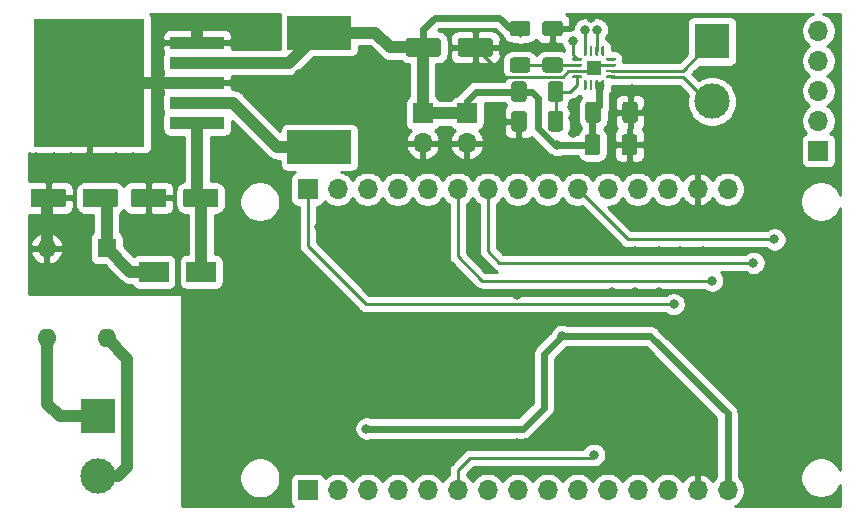
<source format=gbr>
%TF.GenerationSoftware,KiCad,Pcbnew,(5.1.10)-1*%
%TF.CreationDate,2023-07-02T13:51:27+02:00*%
%TF.ProjectId,Disney_door_opener,4469736e-6579-45f6-946f-6f725f6f7065,rev?*%
%TF.SameCoordinates,Original*%
%TF.FileFunction,Copper,L1,Top*%
%TF.FilePolarity,Positive*%
%FSLAX46Y46*%
G04 Gerber Fmt 4.6, Leading zero omitted, Abs format (unit mm)*
G04 Created by KiCad (PCBNEW (5.1.10)-1) date 2023-07-02 13:51:27*
%MOMM*%
%LPD*%
G01*
G04 APERTURE LIST*
%TA.AperFunction,ComponentPad*%
%ADD10O,1.700000X1.700000*%
%TD*%
%TA.AperFunction,ComponentPad*%
%ADD11R,1.700000X1.700000*%
%TD*%
%TA.AperFunction,ComponentPad*%
%ADD12R,3.000000X3.000000*%
%TD*%
%TA.AperFunction,ComponentPad*%
%ADD13C,3.000000*%
%TD*%
%TA.AperFunction,ComponentPad*%
%ADD14O,1.600000X1.600000*%
%TD*%
%TA.AperFunction,ComponentPad*%
%ADD15R,1.600000X1.600000*%
%TD*%
%TA.AperFunction,SMDPad,CuDef*%
%ADD16R,2.500000X1.800000*%
%TD*%
%TA.AperFunction,SMDPad,CuDef*%
%ADD17R,5.400000X2.900000*%
%TD*%
%TA.AperFunction,SMDPad,CuDef*%
%ADD18R,4.600000X1.100000*%
%TD*%
%TA.AperFunction,SMDPad,CuDef*%
%ADD19R,9.400000X10.800000*%
%TD*%
%TA.AperFunction,SMDPad,CuDef*%
%ADD20R,1.230000X1.230000*%
%TD*%
%TA.AperFunction,ComponentPad*%
%ADD21C,0.500000*%
%TD*%
%TA.AperFunction,ViaPad*%
%ADD22C,0.800000*%
%TD*%
%TA.AperFunction,Conductor*%
%ADD23C,1.000000*%
%TD*%
%TA.AperFunction,Conductor*%
%ADD24C,0.250000*%
%TD*%
%TA.AperFunction,Conductor*%
%ADD25C,0.600000*%
%TD*%
%TA.AperFunction,Conductor*%
%ADD26C,0.254000*%
%TD*%
%TA.AperFunction,Conductor*%
%ADD27C,0.100000*%
%TD*%
G04 APERTURE END LIST*
D10*
%TO.P,J7,15*%
%TO.N,+5V*%
X187310000Y-58000000D03*
%TO.P,J7,14*%
%TO.N,GND*%
X184770000Y-58000000D03*
%TO.P,J7,13*%
%TO.N,/LIGHT*%
X182230000Y-58000000D03*
%TO.P,J7,12*%
%TO.N,Net-(J7-Pad12)*%
X179690000Y-58000000D03*
%TO.P,J7,11*%
%TO.N,Net-(J7-Pad11)*%
X177150000Y-58000000D03*
%TO.P,J7,10*%
%TO.N,Net-(J7-Pad10)*%
X174610000Y-58000000D03*
%TO.P,J7,9*%
%TO.N,Net-(J7-Pad9)*%
X172070000Y-58000000D03*
%TO.P,J7,8*%
%TO.N,/dout*%
X169530000Y-58000000D03*
%TO.P,J7,7*%
%TO.N,/bclk*%
X166990000Y-58000000D03*
%TO.P,J7,6*%
%TO.N,/lrclk*%
X164450000Y-58000000D03*
%TO.P,J7,5*%
%TO.N,Net-(J7-Pad5)*%
X161910000Y-58000000D03*
%TO.P,J7,4*%
%TO.N,Net-(J7-Pad4)*%
X159370000Y-58000000D03*
%TO.P,J7,3*%
%TO.N,Net-(J7-Pad3)*%
X156830000Y-58000000D03*
%TO.P,J7,2*%
%TO.N,Net-(J7-Pad2)*%
X154290000Y-58000000D03*
D11*
%TO.P,J7,1*%
%TO.N,Net-(J7-Pad1)*%
X151750000Y-58000000D03*
%TD*%
D10*
%TO.P,J6,15*%
%TO.N,Net-(J6-Pad15)*%
X187310000Y-32500000D03*
%TO.P,J6,14*%
%TO.N,GND*%
X184770000Y-32500000D03*
%TO.P,J6,13*%
%TO.N,Net-(J6-Pad13)*%
X182230000Y-32500000D03*
%TO.P,J6,12*%
%TO.N,Net-(J6-Pad12)*%
X179690000Y-32500000D03*
%TO.P,J6,11*%
%TO.N,Net-(J6-Pad11)*%
X177150000Y-32500000D03*
%TO.P,J6,10*%
%TO.N,/CS*%
X174610000Y-32500000D03*
%TO.P,J6,9*%
%TO.N,Net-(J6-Pad9)*%
X172070000Y-32500000D03*
%TO.P,J6,8*%
%TO.N,Net-(J6-Pad8)*%
X169530000Y-32500000D03*
%TO.P,J6,7*%
%TO.N,/CLK*%
X166990000Y-32500000D03*
%TO.P,J6,6*%
%TO.N,/MISO*%
X164450000Y-32500000D03*
%TO.P,J6,5*%
%TO.N,Net-(J6-Pad5)*%
X161910000Y-32500000D03*
%TO.P,J6,4*%
%TO.N,Net-(J6-Pad4)*%
X159370000Y-32500000D03*
%TO.P,J6,3*%
%TO.N,Net-(J6-Pad3)*%
X156830000Y-32500000D03*
%TO.P,J6,2*%
%TO.N,Net-(J6-Pad2)*%
X154290000Y-32500000D03*
D11*
%TO.P,J6,1*%
%TO.N,/MOSI*%
X151750000Y-32500000D03*
%TD*%
D12*
%TO.P,J5,1*%
%TO.N,Net-(J5-Pad1)*%
X186000000Y-20000000D03*
D13*
%TO.P,J5,2*%
%TO.N,Net-(J5-Pad2)*%
X186000000Y-25080000D03*
%TD*%
D11*
%TO.P,J4,1*%
%TO.N,/LIGHT*%
X195000000Y-29250000D03*
D10*
%TO.P,J4,2*%
%TO.N,/CS*%
X195000000Y-26710000D03*
%TO.P,J4,3*%
%TO.N,/CLK*%
X195000000Y-24170000D03*
%TO.P,J4,4*%
%TO.N,/MISO*%
X195000000Y-21630000D03*
%TO.P,J4,5*%
%TO.N,/MOSI*%
X195000000Y-19090000D03*
%TD*%
%TO.P,C6,1*%
%TO.N,GND*%
%TA.AperFunction,SMDPad,CuDef*%
G36*
G01*
X179662500Y-28099997D02*
X179662500Y-29400003D01*
G75*
G02*
X179412503Y-29650000I-249997J0D01*
G01*
X178587497Y-29650000D01*
G75*
G02*
X178337500Y-29400003I0J249997D01*
G01*
X178337500Y-28099997D01*
G75*
G02*
X178587497Y-27850000I249997J0D01*
G01*
X179412503Y-27850000D01*
G75*
G02*
X179662500Y-28099997I0J-249997D01*
G01*
G37*
%TD.AperFunction*%
%TO.P,C6,2*%
%TO.N,+5V*%
%TA.AperFunction,SMDPad,CuDef*%
G36*
G01*
X176537500Y-28099997D02*
X176537500Y-29400003D01*
G75*
G02*
X176287503Y-29650000I-249997J0D01*
G01*
X175462497Y-29650000D01*
G75*
G02*
X175212500Y-29400003I0J249997D01*
G01*
X175212500Y-28099997D01*
G75*
G02*
X175462497Y-27850000I249997J0D01*
G01*
X176287503Y-27850000D01*
G75*
G02*
X176537500Y-28099997I0J-249997D01*
G01*
G37*
%TD.AperFunction*%
%TD*%
%TO.P,C1,2*%
%TO.N,GND*%
%TA.AperFunction,SMDPad,CuDef*%
G36*
G01*
X131300000Y-32700000D02*
X131300000Y-33800000D01*
G75*
G02*
X131050000Y-34050000I-250000J0D01*
G01*
X128550000Y-34050000D01*
G75*
G02*
X128300000Y-33800000I0J250000D01*
G01*
X128300000Y-32700000D01*
G75*
G02*
X128550000Y-32450000I250000J0D01*
G01*
X131050000Y-32450000D01*
G75*
G02*
X131300000Y-32700000I0J-250000D01*
G01*
G37*
%TD.AperFunction*%
%TO.P,C1,1*%
%TO.N,+24V*%
%TA.AperFunction,SMDPad,CuDef*%
G36*
G01*
X135700000Y-32700000D02*
X135700000Y-33800000D01*
G75*
G02*
X135450000Y-34050000I-250000J0D01*
G01*
X132950000Y-34050000D01*
G75*
G02*
X132700000Y-33800000I0J250000D01*
G01*
X132700000Y-32700000D01*
G75*
G02*
X132950000Y-32450000I250000J0D01*
G01*
X135450000Y-32450000D01*
G75*
G02*
X135700000Y-32700000I0J-250000D01*
G01*
G37*
%TD.AperFunction*%
%TD*%
%TO.P,C4,1*%
%TO.N,Net-(C4-Pad1)*%
%TA.AperFunction,SMDPad,CuDef*%
G36*
G01*
X144200000Y-32700000D02*
X144200000Y-33800000D01*
G75*
G02*
X143950000Y-34050000I-250000J0D01*
G01*
X141450000Y-34050000D01*
G75*
G02*
X141200000Y-33800000I0J250000D01*
G01*
X141200000Y-32700000D01*
G75*
G02*
X141450000Y-32450000I250000J0D01*
G01*
X143950000Y-32450000D01*
G75*
G02*
X144200000Y-32700000I0J-250000D01*
G01*
G37*
%TD.AperFunction*%
%TO.P,C4,2*%
%TO.N,GND*%
%TA.AperFunction,SMDPad,CuDef*%
G36*
G01*
X139800000Y-32700000D02*
X139800000Y-33800000D01*
G75*
G02*
X139550000Y-34050000I-250000J0D01*
G01*
X137050000Y-34050000D01*
G75*
G02*
X136800000Y-33800000I0J250000D01*
G01*
X136800000Y-32700000D01*
G75*
G02*
X137050000Y-32450000I250000J0D01*
G01*
X139550000Y-32450000D01*
G75*
G02*
X139800000Y-32700000I0J-250000D01*
G01*
G37*
%TD.AperFunction*%
%TD*%
%TO.P,C5,1*%
%TO.N,+5V*%
%TA.AperFunction,SMDPad,CuDef*%
G36*
G01*
X160050000Y-21050000D02*
X160050000Y-19950000D01*
G75*
G02*
X160300000Y-19700000I250000J0D01*
G01*
X162800000Y-19700000D01*
G75*
G02*
X163050000Y-19950000I0J-250000D01*
G01*
X163050000Y-21050000D01*
G75*
G02*
X162800000Y-21300000I-250000J0D01*
G01*
X160300000Y-21300000D01*
G75*
G02*
X160050000Y-21050000I0J250000D01*
G01*
G37*
%TD.AperFunction*%
%TO.P,C5,2*%
%TO.N,GND*%
%TA.AperFunction,SMDPad,CuDef*%
G36*
G01*
X164450000Y-21050000D02*
X164450000Y-19950000D01*
G75*
G02*
X164700000Y-19700000I250000J0D01*
G01*
X167200000Y-19700000D01*
G75*
G02*
X167450000Y-19950000I0J-250000D01*
G01*
X167450000Y-21050000D01*
G75*
G02*
X167200000Y-21300000I-250000J0D01*
G01*
X164700000Y-21300000D01*
G75*
G02*
X164450000Y-21050000I0J250000D01*
G01*
G37*
%TD.AperFunction*%
%TD*%
D14*
%TO.P,D1,4*%
%TO.N,Net-(D1-Pad4)*%
X134750000Y-45120000D03*
%TO.P,D1,2*%
%TO.N,GND*%
X129670000Y-37500000D03*
%TO.P,D1,3*%
%TO.N,Net-(D1-Pad3)*%
X129670000Y-45120000D03*
D15*
%TO.P,D1,1*%
%TO.N,+24V*%
X134750000Y-37500000D03*
%TD*%
D16*
%TO.P,D2,1*%
%TO.N,Net-(C4-Pad1)*%
X142750000Y-39500000D03*
%TO.P,D2,2*%
%TO.N,+24V*%
X138750000Y-39500000D03*
%TD*%
D17*
%TO.P,L1,2*%
%TO.N,Net-(D3-Pad1)*%
X152750000Y-28950000D03*
%TO.P,L1,1*%
%TO.N,+5V*%
X152750000Y-19250000D03*
%TD*%
D18*
%TO.P,U1,1*%
%TO.N,Net-(C4-Pad1)*%
X142400000Y-26900000D03*
%TO.P,U1,2*%
%TO.N,Net-(D3-Pad1)*%
X142400000Y-25200000D03*
%TO.P,U1,3*%
%TO.N,GND*%
X142400000Y-23500000D03*
%TO.P,U1,4*%
%TO.N,+5V*%
X142400000Y-21800000D03*
%TO.P,U1,5*%
%TO.N,GND*%
X142400000Y-20100000D03*
D19*
%TO.P,U1,3*%
X133250000Y-23500000D03*
%TD*%
D11*
%TO.P,J2,1*%
%TO.N,+5V*%
X161500000Y-26075001D03*
D10*
%TO.P,J2,2*%
%TO.N,GND*%
X161500000Y-28615001D03*
%TD*%
%TO.P,J3,2*%
%TO.N,GND*%
X165250000Y-28615001D03*
D11*
%TO.P,J3,1*%
%TO.N,+5V*%
X165250000Y-26075001D03*
%TD*%
%TO.P,C7,2*%
%TO.N,+5V*%
%TA.AperFunction,SMDPad,CuDef*%
G36*
G01*
X176600000Y-25349997D02*
X176600000Y-26650003D01*
G75*
G02*
X176350003Y-26900000I-249997J0D01*
G01*
X175524997Y-26900000D01*
G75*
G02*
X175275000Y-26650003I0J249997D01*
G01*
X175275000Y-25349997D01*
G75*
G02*
X175524997Y-25100000I249997J0D01*
G01*
X176350003Y-25100000D01*
G75*
G02*
X176600000Y-25349997I0J-249997D01*
G01*
G37*
%TD.AperFunction*%
%TO.P,C7,1*%
%TO.N,GND*%
%TA.AperFunction,SMDPad,CuDef*%
G36*
G01*
X179725000Y-25349997D02*
X179725000Y-26650003D01*
G75*
G02*
X179475003Y-26900000I-249997J0D01*
G01*
X178649997Y-26900000D01*
G75*
G02*
X178400000Y-26650003I0J249997D01*
G01*
X178400000Y-25349997D01*
G75*
G02*
X178649997Y-25100000I249997J0D01*
G01*
X179475003Y-25100000D01*
G75*
G02*
X179725000Y-25349997I0J-249997D01*
G01*
G37*
%TD.AperFunction*%
%TD*%
%TO.P,U3,1*%
%TO.N,/dout*%
%TA.AperFunction,SMDPad,CuDef*%
G36*
G01*
X174150000Y-21562500D02*
X174150000Y-21437500D01*
G75*
G02*
X174212500Y-21375000I62500J0D01*
G01*
X174912500Y-21375000D01*
G75*
G02*
X174975000Y-21437500I0J-62500D01*
G01*
X174975000Y-21562500D01*
G75*
G02*
X174912500Y-21625000I-62500J0D01*
G01*
X174212500Y-21625000D01*
G75*
G02*
X174150000Y-21562500I0J62500D01*
G01*
G37*
%TD.AperFunction*%
%TO.P,U3,2*%
%TO.N,Net-(R1-Pad2)*%
%TA.AperFunction,SMDPad,CuDef*%
G36*
G01*
X174150000Y-22062500D02*
X174150000Y-21937500D01*
G75*
G02*
X174212500Y-21875000I62500J0D01*
G01*
X174912500Y-21875000D01*
G75*
G02*
X174975000Y-21937500I0J-62500D01*
G01*
X174975000Y-22062500D01*
G75*
G02*
X174912500Y-22125000I-62500J0D01*
G01*
X174212500Y-22125000D01*
G75*
G02*
X174150000Y-22062500I0J62500D01*
G01*
G37*
%TD.AperFunction*%
%TO.P,U3,3*%
%TO.N,GND*%
%TA.AperFunction,SMDPad,CuDef*%
G36*
G01*
X174150000Y-22562500D02*
X174150000Y-22437500D01*
G75*
G02*
X174212500Y-22375000I62500J0D01*
G01*
X174912500Y-22375000D01*
G75*
G02*
X174975000Y-22437500I0J-62500D01*
G01*
X174975000Y-22562500D01*
G75*
G02*
X174912500Y-22625000I-62500J0D01*
G01*
X174212500Y-22625000D01*
G75*
G02*
X174150000Y-22562500I0J62500D01*
G01*
G37*
%TD.AperFunction*%
%TO.P,U3,4*%
%TO.N,Net-(R3-Pad2)*%
%TA.AperFunction,SMDPad,CuDef*%
G36*
G01*
X174150000Y-23062500D02*
X174150000Y-22937500D01*
G75*
G02*
X174212500Y-22875000I62500J0D01*
G01*
X174912500Y-22875000D01*
G75*
G02*
X174975000Y-22937500I0J-62500D01*
G01*
X174975000Y-23062500D01*
G75*
G02*
X174912500Y-23125000I-62500J0D01*
G01*
X174212500Y-23125000D01*
G75*
G02*
X174150000Y-23062500I0J62500D01*
G01*
G37*
%TD.AperFunction*%
%TO.P,U3,5*%
%TO.N,N/C*%
%TA.AperFunction,SMDPad,CuDef*%
G36*
G01*
X175125000Y-24037500D02*
X175125000Y-23337500D01*
G75*
G02*
X175187500Y-23275000I62500J0D01*
G01*
X175312500Y-23275000D01*
G75*
G02*
X175375000Y-23337500I0J-62500D01*
G01*
X175375000Y-24037500D01*
G75*
G02*
X175312500Y-24100000I-62500J0D01*
G01*
X175187500Y-24100000D01*
G75*
G02*
X175125000Y-24037500I0J62500D01*
G01*
G37*
%TD.AperFunction*%
%TO.P,U3,6*%
%TA.AperFunction,SMDPad,CuDef*%
G36*
G01*
X175625000Y-24037500D02*
X175625000Y-23337500D01*
G75*
G02*
X175687500Y-23275000I62500J0D01*
G01*
X175812500Y-23275000D01*
G75*
G02*
X175875000Y-23337500I0J-62500D01*
G01*
X175875000Y-24037500D01*
G75*
G02*
X175812500Y-24100000I-62500J0D01*
G01*
X175687500Y-24100000D01*
G75*
G02*
X175625000Y-24037500I0J62500D01*
G01*
G37*
%TD.AperFunction*%
%TO.P,U3,7*%
%TO.N,+5V*%
%TA.AperFunction,SMDPad,CuDef*%
G36*
G01*
X176125000Y-24037500D02*
X176125000Y-23337500D01*
G75*
G02*
X176187500Y-23275000I62500J0D01*
G01*
X176312500Y-23275000D01*
G75*
G02*
X176375000Y-23337500I0J-62500D01*
G01*
X176375000Y-24037500D01*
G75*
G02*
X176312500Y-24100000I-62500J0D01*
G01*
X176187500Y-24100000D01*
G75*
G02*
X176125000Y-24037500I0J62500D01*
G01*
G37*
%TD.AperFunction*%
%TO.P,U3,8*%
%TA.AperFunction,SMDPad,CuDef*%
G36*
G01*
X176625000Y-24037500D02*
X176625000Y-23337500D01*
G75*
G02*
X176687500Y-23275000I62500J0D01*
G01*
X176812500Y-23275000D01*
G75*
G02*
X176875000Y-23337500I0J-62500D01*
G01*
X176875000Y-24037500D01*
G75*
G02*
X176812500Y-24100000I-62500J0D01*
G01*
X176687500Y-24100000D01*
G75*
G02*
X176625000Y-24037500I0J62500D01*
G01*
G37*
%TD.AperFunction*%
%TO.P,U3,9*%
%TO.N,Net-(J5-Pad2)*%
%TA.AperFunction,SMDPad,CuDef*%
G36*
G01*
X177025000Y-23062500D02*
X177025000Y-22937500D01*
G75*
G02*
X177087500Y-22875000I62500J0D01*
G01*
X177787500Y-22875000D01*
G75*
G02*
X177850000Y-22937500I0J-62500D01*
G01*
X177850000Y-23062500D01*
G75*
G02*
X177787500Y-23125000I-62500J0D01*
G01*
X177087500Y-23125000D01*
G75*
G02*
X177025000Y-23062500I0J62500D01*
G01*
G37*
%TD.AperFunction*%
%TO.P,U3,10*%
%TO.N,Net-(J5-Pad1)*%
%TA.AperFunction,SMDPad,CuDef*%
G36*
G01*
X177025000Y-22562500D02*
X177025000Y-22437500D01*
G75*
G02*
X177087500Y-22375000I62500J0D01*
G01*
X177787500Y-22375000D01*
G75*
G02*
X177850000Y-22437500I0J-62500D01*
G01*
X177850000Y-22562500D01*
G75*
G02*
X177787500Y-22625000I-62500J0D01*
G01*
X177087500Y-22625000D01*
G75*
G02*
X177025000Y-22562500I0J62500D01*
G01*
G37*
%TD.AperFunction*%
%TO.P,U3,11*%
%TO.N,GND*%
%TA.AperFunction,SMDPad,CuDef*%
G36*
G01*
X177025000Y-22062500D02*
X177025000Y-21937500D01*
G75*
G02*
X177087500Y-21875000I62500J0D01*
G01*
X177787500Y-21875000D01*
G75*
G02*
X177850000Y-21937500I0J-62500D01*
G01*
X177850000Y-22062500D01*
G75*
G02*
X177787500Y-22125000I-62500J0D01*
G01*
X177087500Y-22125000D01*
G75*
G02*
X177025000Y-22062500I0J62500D01*
G01*
G37*
%TD.AperFunction*%
%TO.P,U3,12*%
%TO.N,N/C*%
%TA.AperFunction,SMDPad,CuDef*%
G36*
G01*
X177025000Y-21562500D02*
X177025000Y-21437500D01*
G75*
G02*
X177087500Y-21375000I62500J0D01*
G01*
X177787500Y-21375000D01*
G75*
G02*
X177850000Y-21437500I0J-62500D01*
G01*
X177850000Y-21562500D01*
G75*
G02*
X177787500Y-21625000I-62500J0D01*
G01*
X177087500Y-21625000D01*
G75*
G02*
X177025000Y-21562500I0J62500D01*
G01*
G37*
%TD.AperFunction*%
%TO.P,U3,13*%
%TA.AperFunction,SMDPad,CuDef*%
G36*
G01*
X176625000Y-21162500D02*
X176625000Y-20462500D01*
G75*
G02*
X176687500Y-20400000I62500J0D01*
G01*
X176812500Y-20400000D01*
G75*
G02*
X176875000Y-20462500I0J-62500D01*
G01*
X176875000Y-21162500D01*
G75*
G02*
X176812500Y-21225000I-62500J0D01*
G01*
X176687500Y-21225000D01*
G75*
G02*
X176625000Y-21162500I0J62500D01*
G01*
G37*
%TD.AperFunction*%
%TO.P,U3,14*%
%TO.N,/lrclk*%
%TA.AperFunction,SMDPad,CuDef*%
G36*
G01*
X176125000Y-21162500D02*
X176125000Y-20462500D01*
G75*
G02*
X176187500Y-20400000I62500J0D01*
G01*
X176312500Y-20400000D01*
G75*
G02*
X176375000Y-20462500I0J-62500D01*
G01*
X176375000Y-21162500D01*
G75*
G02*
X176312500Y-21225000I-62500J0D01*
G01*
X176187500Y-21225000D01*
G75*
G02*
X176125000Y-21162500I0J62500D01*
G01*
G37*
%TD.AperFunction*%
%TO.P,U3,15*%
%TO.N,N/C*%
%TA.AperFunction,SMDPad,CuDef*%
G36*
G01*
X175625000Y-21162500D02*
X175625000Y-20462500D01*
G75*
G02*
X175687500Y-20400000I62500J0D01*
G01*
X175812500Y-20400000D01*
G75*
G02*
X175875000Y-20462500I0J-62500D01*
G01*
X175875000Y-21162500D01*
G75*
G02*
X175812500Y-21225000I-62500J0D01*
G01*
X175687500Y-21225000D01*
G75*
G02*
X175625000Y-21162500I0J62500D01*
G01*
G37*
%TD.AperFunction*%
%TO.P,U3,16*%
%TO.N,/bclk*%
%TA.AperFunction,SMDPad,CuDef*%
G36*
G01*
X175125000Y-21162500D02*
X175125000Y-20462500D01*
G75*
G02*
X175187500Y-20400000I62500J0D01*
G01*
X175312500Y-20400000D01*
G75*
G02*
X175375000Y-20462500I0J-62500D01*
G01*
X175375000Y-21162500D01*
G75*
G02*
X175312500Y-21225000I-62500J0D01*
G01*
X175187500Y-21225000D01*
G75*
G02*
X175125000Y-21162500I0J62500D01*
G01*
G37*
%TD.AperFunction*%
D20*
%TO.P,U3,17*%
%TO.N,GND*%
X176000000Y-22250000D03*
D21*
X175635000Y-21885000D03*
X176365000Y-21885000D03*
X175635000Y-22615000D03*
X176365000Y-22615000D03*
%TD*%
%TO.P,R1,1*%
%TO.N,GND*%
%TA.AperFunction,SMDPad,CuDef*%
G36*
G01*
X171874999Y-18250000D02*
X173125001Y-18250000D01*
G75*
G02*
X173375000Y-18499999I0J-249999D01*
G01*
X173375000Y-19300001D01*
G75*
G02*
X173125001Y-19550000I-249999J0D01*
G01*
X171874999Y-19550000D01*
G75*
G02*
X171625000Y-19300001I0J249999D01*
G01*
X171625000Y-18499999D01*
G75*
G02*
X171874999Y-18250000I249999J0D01*
G01*
G37*
%TD.AperFunction*%
%TO.P,R1,2*%
%TO.N,Net-(R1-Pad2)*%
%TA.AperFunction,SMDPad,CuDef*%
G36*
G01*
X171874999Y-21350000D02*
X173125001Y-21350000D01*
G75*
G02*
X173375000Y-21599999I0J-249999D01*
G01*
X173375000Y-22400001D01*
G75*
G02*
X173125001Y-22650000I-249999J0D01*
G01*
X171874999Y-22650000D01*
G75*
G02*
X171625000Y-22400001I0J249999D01*
G01*
X171625000Y-21599999D01*
G75*
G02*
X171874999Y-21350000I249999J0D01*
G01*
G37*
%TD.AperFunction*%
%TD*%
%TO.P,R2,2*%
%TO.N,Net-(R1-Pad2)*%
%TA.AperFunction,SMDPad,CuDef*%
G36*
G01*
X169124999Y-21350000D02*
X170375001Y-21350000D01*
G75*
G02*
X170625000Y-21599999I0J-249999D01*
G01*
X170625000Y-22400001D01*
G75*
G02*
X170375001Y-22650000I-249999J0D01*
G01*
X169124999Y-22650000D01*
G75*
G02*
X168875000Y-22400001I0J249999D01*
G01*
X168875000Y-21599999D01*
G75*
G02*
X169124999Y-21350000I249999J0D01*
G01*
G37*
%TD.AperFunction*%
%TO.P,R2,1*%
%TO.N,+5V*%
%TA.AperFunction,SMDPad,CuDef*%
G36*
G01*
X169124999Y-18250000D02*
X170375001Y-18250000D01*
G75*
G02*
X170625000Y-18499999I0J-249999D01*
G01*
X170625000Y-19300001D01*
G75*
G02*
X170375001Y-19550000I-249999J0D01*
G01*
X169124999Y-19550000D01*
G75*
G02*
X168875000Y-19300001I0J249999D01*
G01*
X168875000Y-18499999D01*
G75*
G02*
X169124999Y-18250000I249999J0D01*
G01*
G37*
%TD.AperFunction*%
%TD*%
%TO.P,R3,1*%
%TO.N,GND*%
%TA.AperFunction,SMDPad,CuDef*%
G36*
G01*
X169000000Y-27375001D02*
X169000000Y-26124999D01*
G75*
G02*
X169249999Y-25875000I249999J0D01*
G01*
X170050001Y-25875000D01*
G75*
G02*
X170300000Y-26124999I0J-249999D01*
G01*
X170300000Y-27375001D01*
G75*
G02*
X170050001Y-27625000I-249999J0D01*
G01*
X169249999Y-27625000D01*
G75*
G02*
X169000000Y-27375001I0J249999D01*
G01*
G37*
%TD.AperFunction*%
%TO.P,R3,2*%
%TO.N,Net-(R3-Pad2)*%
%TA.AperFunction,SMDPad,CuDef*%
G36*
G01*
X172100000Y-27375001D02*
X172100000Y-26124999D01*
G75*
G02*
X172349999Y-25875000I249999J0D01*
G01*
X173150001Y-25875000D01*
G75*
G02*
X173400000Y-26124999I0J-249999D01*
G01*
X173400000Y-27375001D01*
G75*
G02*
X173150001Y-27625000I-249999J0D01*
G01*
X172349999Y-27625000D01*
G75*
G02*
X172100000Y-27375001I0J249999D01*
G01*
G37*
%TD.AperFunction*%
%TD*%
%TO.P,R4,2*%
%TO.N,Net-(R3-Pad2)*%
%TA.AperFunction,SMDPad,CuDef*%
G36*
G01*
X172100000Y-24875001D02*
X172100000Y-23624999D01*
G75*
G02*
X172349999Y-23375000I249999J0D01*
G01*
X173150001Y-23375000D01*
G75*
G02*
X173400000Y-23624999I0J-249999D01*
G01*
X173400000Y-24875001D01*
G75*
G02*
X173150001Y-25125000I-249999J0D01*
G01*
X172349999Y-25125000D01*
G75*
G02*
X172100000Y-24875001I0J249999D01*
G01*
G37*
%TD.AperFunction*%
%TO.P,R4,1*%
%TO.N,+5V*%
%TA.AperFunction,SMDPad,CuDef*%
G36*
G01*
X169000000Y-24875001D02*
X169000000Y-23624999D01*
G75*
G02*
X169249999Y-23375000I249999J0D01*
G01*
X170050001Y-23375000D01*
G75*
G02*
X170300000Y-23624999I0J-249999D01*
G01*
X170300000Y-24875001D01*
G75*
G02*
X170050001Y-25125000I-249999J0D01*
G01*
X169249999Y-25125000D01*
G75*
G02*
X169000000Y-24875001I0J249999D01*
G01*
G37*
%TD.AperFunction*%
%TD*%
D12*
%TO.P,J1,1*%
%TO.N,Net-(D1-Pad3)*%
X134000000Y-51750000D03*
D13*
%TO.P,J1,2*%
%TO.N,Net-(D1-Pad4)*%
X134000000Y-56830000D03*
%TD*%
D22*
%TO.N,GND*%
X174250000Y-27750000D03*
X174250000Y-26500000D03*
X174250000Y-25250000D03*
X149750000Y-46000000D03*
X149750000Y-48750000D03*
X142400000Y-18650000D03*
X153250000Y-23500000D03*
X157250000Y-23500000D03*
X164000000Y-22750000D03*
X142500000Y-58250000D03*
X142500000Y-55750000D03*
X142500000Y-52250000D03*
X142500000Y-54000000D03*
X142500000Y-50000000D03*
X142500000Y-47750000D03*
X142500000Y-45250000D03*
X142500000Y-43500000D03*
X144000000Y-44000000D03*
X144000000Y-46250000D03*
X144000000Y-48750000D03*
X144000000Y-51000000D03*
X144000000Y-53000000D03*
X144000000Y-54750000D03*
X144000000Y-56750000D03*
X144000000Y-59000000D03*
X189250000Y-57750000D03*
X190750000Y-57750000D03*
X192250000Y-57750000D03*
X196500000Y-54750000D03*
X196500000Y-53000000D03*
X196500000Y-51500000D03*
X196500000Y-49750000D03*
X196500000Y-47750000D03*
X196500000Y-46000000D03*
X196500000Y-44750000D03*
X196500000Y-42750000D03*
X196500000Y-40750000D03*
X196500000Y-38500000D03*
X190000000Y-56250000D03*
X191500000Y-56250000D03*
X193000000Y-56250000D03*
X195000000Y-54000000D03*
X195000000Y-52250000D03*
X195000000Y-50500000D03*
X195000000Y-48750000D03*
X195000000Y-46750000D03*
X195000000Y-44000000D03*
X195000000Y-41750000D03*
X195000000Y-39250000D03*
X195000000Y-37250000D03*
X179000000Y-46500000D03*
X179000000Y-48750000D03*
X179000000Y-51000000D03*
X173250000Y-47000000D03*
X173250000Y-48750000D03*
X173250000Y-51000000D03*
X169500000Y-41500000D03*
X169500000Y-43500000D03*
X169500000Y-45250000D03*
X169500000Y-47500000D03*
X169500000Y-49500000D03*
X173250000Y-53000000D03*
X179000000Y-52500000D03*
X179000000Y-54500000D03*
X179000000Y-55500000D03*
X180750000Y-47250000D03*
X180750000Y-49750000D03*
X180750000Y-51500000D03*
X180750000Y-53000000D03*
X180750000Y-54750000D03*
X128750000Y-29750000D03*
X130250000Y-29750000D03*
X131750000Y-29750000D03*
X133500000Y-29750000D03*
X135500000Y-29750000D03*
X137000000Y-29750000D03*
X138750000Y-29750000D03*
X155000000Y-23500000D03*
X157250000Y-25000000D03*
X157250000Y-26500000D03*
X157250000Y-28500000D03*
X158750000Y-28500000D03*
X158750000Y-26500000D03*
X158750000Y-25000000D03*
X158750000Y-23500000D03*
X155000000Y-25250000D03*
X153250000Y-25000000D03*
X150250000Y-43500000D03*
X152000000Y-43500000D03*
X153750000Y-43500000D03*
X155750000Y-43500000D03*
X157750000Y-43500000D03*
X159500000Y-43500000D03*
X161500000Y-43500000D03*
X163500000Y-43500000D03*
X165750000Y-43500000D03*
X164750000Y-44750000D03*
X162500000Y-44750000D03*
X160500000Y-44750000D03*
X158500000Y-44750000D03*
X156750000Y-44750000D03*
X154750000Y-44750000D03*
X152750000Y-44750000D03*
X151000000Y-44750000D03*
X148750000Y-44750000D03*
X146750000Y-44750000D03*
X147750000Y-43500000D03*
X147750000Y-46000000D03*
X151750000Y-46000000D03*
X153500000Y-46000000D03*
X155750000Y-46000000D03*
X157750000Y-46000000D03*
X159500000Y-46000000D03*
X161500000Y-46000000D03*
X163500000Y-46000000D03*
X165750000Y-46000000D03*
X164750000Y-47000000D03*
X162500000Y-47250000D03*
X160500000Y-47250000D03*
X158500000Y-47250000D03*
X156750000Y-47250000D03*
X154750000Y-47250000D03*
X152750000Y-47250000D03*
X151000000Y-47250000D03*
X148750000Y-47250000D03*
X146750000Y-47250000D03*
X147750000Y-48750000D03*
X151750000Y-48750000D03*
X153750000Y-48750000D03*
X155750000Y-48750000D03*
X157750000Y-48750000D03*
X159500000Y-48750000D03*
X161250000Y-48750000D03*
X163500000Y-48750000D03*
X165750000Y-48750000D03*
X164500000Y-50250000D03*
X162250000Y-50250000D03*
X160250000Y-50250000D03*
X158500000Y-50250000D03*
X156750000Y-50250000D03*
X154750000Y-50250000D03*
X152750000Y-50250000D03*
X150750000Y-50250000D03*
X148750000Y-50250000D03*
X146500000Y-50250000D03*
X147500000Y-51750000D03*
X148500000Y-52750000D03*
X146500000Y-53000000D03*
X159750000Y-54500000D03*
X161500000Y-54250000D03*
X163250000Y-54500000D03*
X162000000Y-55750000D03*
X160750000Y-55500000D03*
X158750000Y-55500000D03*
X146250000Y-30000000D03*
X150000000Y-38000000D03*
X151500000Y-39000000D03*
X145500000Y-40250000D03*
X145250000Y-37750000D03*
X145250000Y-35750000D03*
X147000000Y-40000000D03*
X149500000Y-40000000D03*
X152250000Y-40000000D03*
X157000000Y-40000000D03*
X159000000Y-40000000D03*
X161000000Y-40000000D03*
X162750000Y-40000000D03*
X164750000Y-40000000D03*
X174500000Y-18000000D03*
X175750000Y-18000000D03*
X177000000Y-18000000D03*
X178250000Y-18000000D03*
X179500000Y-18000000D03*
X179500000Y-19250000D03*
X179500000Y-20250000D03*
X179500000Y-21250000D03*
X179250000Y-24000000D03*
X184250000Y-28750000D03*
X183000000Y-28750000D03*
X181500000Y-28750000D03*
X182500000Y-30000000D03*
X181250000Y-30000000D03*
X169750000Y-28750000D03*
X169750000Y-30000000D03*
X172000000Y-30000000D03*
X174500000Y-30250000D03*
X153000000Y-21750000D03*
X154500000Y-22000000D03*
X156000000Y-21750000D03*
X157250000Y-22000000D03*
X155000000Y-26250000D03*
X153500000Y-26250000D03*
X151500000Y-26500000D03*
X150000000Y-26500000D03*
X151000000Y-25750000D03*
X151000000Y-24250000D03*
X151000000Y-22750000D03*
X152000000Y-24250000D03*
X185250000Y-46750000D03*
X185250000Y-52000000D03*
X185250000Y-53750000D03*
X185250000Y-55250000D03*
X187500000Y-30250000D03*
X185750000Y-29500000D03*
X185250000Y-45000000D03*
X154750000Y-35750000D03*
X156750000Y-35750000D03*
X158500000Y-35750000D03*
X160000000Y-35750000D03*
X162000000Y-35750000D03*
X163500000Y-35750000D03*
X162750000Y-37000000D03*
X161000000Y-37000000D03*
X159250000Y-37000000D03*
X157750000Y-37000000D03*
X155750000Y-37000000D03*
X153750000Y-37000000D03*
X152750000Y-35750000D03*
X154750000Y-38250000D03*
X156500000Y-38250000D03*
X158500000Y-38250000D03*
X160250000Y-38250000D03*
X161750000Y-38250000D03*
X165750000Y-36250000D03*
X165750000Y-37750000D03*
X169500000Y-35250000D03*
X169500000Y-36750000D03*
X172000000Y-35250000D03*
X172000000Y-37750000D03*
X174750000Y-36500000D03*
X177250000Y-37500000D03*
X179250000Y-35250000D03*
X181250000Y-35250000D03*
X183250000Y-35250000D03*
X185000000Y-35250000D03*
X186500000Y-35250000D03*
X185250000Y-37750000D03*
X183250000Y-37750000D03*
X181500000Y-37750000D03*
X179500000Y-37750000D03*
X177500000Y-41250000D03*
X179500000Y-41250000D03*
X181500000Y-41250000D03*
X178000000Y-43500000D03*
X180500000Y-43500000D03*
X182500000Y-44250000D03*
X192500000Y-39750000D03*
X191000000Y-41250000D03*
X189250000Y-41500000D03*
X188000000Y-42500000D03*
X187000000Y-43750000D03*
X186500000Y-48250000D03*
X187500000Y-49250000D03*
X188250000Y-50250000D03*
X189000000Y-51500000D03*
X189000000Y-52750000D03*
X189000000Y-54000000D03*
X189000000Y-55250000D03*
X193250000Y-45500000D03*
X191250000Y-45500000D03*
X189500000Y-45500000D03*
X188000000Y-45500000D03*
X186500000Y-45500000D03*
X147750000Y-37500000D03*
X145500000Y-42500000D03*
X149500000Y-41500000D03*
X152250000Y-41750000D03*
X177250000Y-47500000D03*
X177250000Y-50000000D03*
X177250000Y-52750000D03*
X165250000Y-54250000D03*
X169500000Y-54000000D03*
X166750000Y-50500000D03*
X163500000Y-51500000D03*
X181250000Y-24750000D03*
X181250000Y-26750000D03*
X187000000Y-28500000D03*
X182750000Y-20000000D03*
X182500000Y-18250000D03*
X188750000Y-18250000D03*
X187750000Y-22750000D03*
X184750000Y-22750000D03*
X183250000Y-24500000D03*
X183000000Y-26250000D03*
X184000000Y-27000000D03*
X188000000Y-27000000D03*
X188500000Y-19500000D03*
X181000000Y-18250000D03*
X181000000Y-19500000D03*
X181000000Y-20750000D03*
X180500000Y-25750000D03*
X180750000Y-27750000D03*
X184000000Y-30000000D03*
X187750000Y-47000000D03*
X190250000Y-47000000D03*
X192500000Y-47000000D03*
X191500000Y-48500000D03*
X189250000Y-48500000D03*
X190750000Y-50500000D03*
X193250000Y-48750000D03*
X193250000Y-50250000D03*
X193250000Y-52250000D03*
X191000000Y-52500000D03*
X191000000Y-54000000D03*
X190000000Y-43750000D03*
X193750000Y-41000000D03*
X192750000Y-43250000D03*
X154000000Y-41750000D03*
X160000000Y-41250000D03*
X163750000Y-41250000D03*
X162000000Y-41250000D03*
X158250000Y-41250000D03*
X147500000Y-41750000D03*
X146250000Y-39000000D03*
X150000000Y-36250000D03*
X174750000Y-48000000D03*
X174750000Y-49750000D03*
X174500000Y-51750000D03*
X174750000Y-53500000D03*
X177500000Y-55000000D03*
X183500000Y-49500000D03*
X183500000Y-51000000D03*
X183500000Y-52500000D03*
X183500000Y-54250000D03*
X192500000Y-54000000D03*
X192000000Y-51000000D03*
X193250000Y-37000000D03*
X148250000Y-39000000D03*
%TO.N,+5V*%
X172911810Y-28750000D03*
X173311809Y-44938191D03*
X156730000Y-52770000D03*
%TO.N,Net-(D3-Pad1)*%
X147500000Y-27250000D03*
%TO.N,/lrclk*%
X176250000Y-19000000D03*
X176000000Y-55000000D03*
%TO.N,/bclk*%
X175250000Y-19000000D03*
%TO.N,/dout*%
X174250000Y-20000000D03*
%TO.N,/CS*%
X191274990Y-36750000D03*
%TO.N,/CLK*%
X189500000Y-38750000D03*
%TO.N,/MISO*%
X186000000Y-40250000D03*
%TO.N,/MOSI*%
X182750000Y-42250000D03*
%TD*%
D23*
%TO.N,GND*%
X129670000Y-33380000D02*
X129800000Y-33250000D01*
X129670000Y-37500000D02*
X129670000Y-33380000D01*
X142400000Y-23500000D02*
X133250000Y-23500000D01*
X142400000Y-20100000D02*
X142400000Y-18650000D01*
D24*
X179750000Y-26062500D02*
X179812500Y-26000000D01*
X179000000Y-28750000D02*
X179000000Y-26062500D01*
X175520000Y-22500000D02*
X175635000Y-22615000D01*
X174562500Y-22500000D02*
X175520000Y-22500000D01*
X176480000Y-22000000D02*
X176365000Y-21885000D01*
X177437500Y-22000000D02*
X176480000Y-22000000D01*
X173838190Y-22500000D02*
X173338190Y-23000000D01*
X174562500Y-22500000D02*
X173838190Y-22500000D01*
X168450000Y-23000000D02*
X165950000Y-20500000D01*
X173338190Y-23000000D02*
X168450000Y-23000000D01*
D23*
%TO.N,+24V*%
X134750000Y-33800000D02*
X134200000Y-33250000D01*
X134750000Y-37500000D02*
X134750000Y-33800000D01*
X136750000Y-39500000D02*
X134750000Y-37500000D01*
X138750000Y-39500000D02*
X136750000Y-39500000D01*
%TO.N,Net-(C4-Pad1)*%
X142500000Y-27000000D02*
X142400000Y-26900000D01*
X142750000Y-33300000D02*
X142700000Y-33250000D01*
X142750000Y-39500000D02*
X142750000Y-33300000D01*
X142400000Y-32950000D02*
X142700000Y-33250000D01*
X142400000Y-26900000D02*
X142400000Y-32950000D01*
%TO.N,+5V*%
X150200000Y-21800000D02*
X152750000Y-19250000D01*
X142400000Y-21800000D02*
X150200000Y-21800000D01*
X161550000Y-20500000D02*
X158750000Y-20500000D01*
X157500000Y-19250000D02*
X152750000Y-19250000D01*
X158750000Y-20500000D02*
X157500000Y-19250000D01*
X161500000Y-20550000D02*
X161550000Y-20500000D01*
X161500000Y-26075001D02*
X161500000Y-20550000D01*
X165250000Y-26075001D02*
X161500000Y-26075001D01*
D24*
X176250000Y-23687500D02*
X176250000Y-24148022D01*
X169750000Y-18900000D02*
X169750000Y-19550000D01*
X176687500Y-23750000D02*
X176750000Y-23687500D01*
X176250000Y-25687500D02*
X176250000Y-23687500D01*
X175937500Y-26000000D02*
X176250000Y-25687500D01*
D25*
X175875000Y-26062500D02*
X175937500Y-26000000D01*
X175875000Y-28750000D02*
X175875000Y-26062500D01*
X176437500Y-25500000D02*
X176437500Y-23687500D01*
X175937500Y-26000000D02*
X176437500Y-25500000D01*
D24*
X176437500Y-23687500D02*
X176750000Y-23687500D01*
X176250000Y-23687500D02*
X176437500Y-23687500D01*
D25*
X175875000Y-28750000D02*
X172911810Y-28750000D01*
X172664322Y-28750000D02*
X171250000Y-27335678D01*
X172911810Y-28750000D02*
X172664322Y-28750000D01*
X171250000Y-24750000D02*
X170750000Y-24250000D01*
X171250000Y-27335678D02*
X171250000Y-24750000D01*
X169650000Y-24250000D02*
X170750000Y-24250000D01*
X165250000Y-25000000D02*
X165250000Y-26075001D01*
X166000000Y-24250000D02*
X165250000Y-25000000D01*
X169650000Y-24250000D02*
X166000000Y-24250000D01*
X168900000Y-18900000D02*
X168000000Y-18000000D01*
X169750000Y-18900000D02*
X168900000Y-18900000D01*
X161550000Y-18950000D02*
X162500000Y-18000000D01*
X161550000Y-20500000D02*
X161550000Y-18950000D01*
X162500000Y-18000000D02*
X168000000Y-18000000D01*
D24*
X162520000Y-52770000D02*
X162500000Y-52750000D01*
D25*
X156730000Y-52770000D02*
X162520000Y-52770000D01*
X179188191Y-44938191D02*
X173311809Y-44938191D01*
X180761193Y-44938191D02*
X179188191Y-44938191D01*
X187310000Y-51486998D02*
X180761193Y-44938191D01*
X187310000Y-58000000D02*
X187310000Y-51486998D01*
X171750000Y-46500000D02*
X173311809Y-44938191D01*
X171750000Y-51000000D02*
X171750000Y-46500000D01*
X169980000Y-52770000D02*
X171750000Y-51000000D01*
X162520000Y-52770000D02*
X169980000Y-52770000D01*
D23*
%TO.N,Net-(D1-Pad4)*%
X135670000Y-56830000D02*
X136500000Y-56000000D01*
X136500000Y-46870000D02*
X134750000Y-45120000D01*
X136500000Y-56000000D02*
X136500000Y-46870000D01*
X134000000Y-56830000D02*
X135670000Y-56830000D01*
%TO.N,Net-(D1-Pad3)*%
X129670000Y-50670000D02*
X129670000Y-45120000D01*
X130750000Y-51750000D02*
X129670000Y-50670000D01*
X134000000Y-51750000D02*
X130750000Y-51750000D01*
%TO.N,Net-(D3-Pad1)*%
X145450000Y-25200000D02*
X147500000Y-27250000D01*
X142400000Y-25200000D02*
X145450000Y-25200000D01*
X149200000Y-28950000D02*
X147500000Y-27250000D01*
X152750000Y-28950000D02*
X149200000Y-28950000D01*
D24*
%TO.N,/lrclk*%
X176250000Y-19000000D02*
X176250000Y-20812500D01*
X164450000Y-57950000D02*
X164450000Y-56300000D01*
X164450000Y-56300000D02*
X165500000Y-55250000D01*
X175750000Y-55250000D02*
X176000000Y-55000000D01*
X165500000Y-55250000D02*
X175750000Y-55250000D01*
%TO.N,/bclk*%
X175250000Y-20812500D02*
X175250000Y-19000000D01*
%TO.N,/dout*%
X174250000Y-21187500D02*
X174562500Y-21500000D01*
X174250000Y-20000000D02*
X174250000Y-21187500D01*
%TO.N,Net-(R1-Pad2)*%
X172500000Y-22000000D02*
X169750000Y-22000000D01*
X174562500Y-22000000D02*
X172500000Y-22000000D01*
%TO.N,Net-(J5-Pad1)*%
X183500000Y-22500000D02*
X186000000Y-20000000D01*
X177437500Y-22500000D02*
X183500000Y-22500000D01*
%TO.N,Net-(J5-Pad2)*%
X185580000Y-25080000D02*
X186000000Y-25080000D01*
X183500000Y-23000000D02*
X185580000Y-25080000D01*
X177437500Y-23000000D02*
X183500000Y-23000000D01*
%TO.N,Net-(R3-Pad2)*%
X174562500Y-23000000D02*
X174562500Y-23687500D01*
X174000000Y-24250000D02*
X172750000Y-24250000D01*
X174562500Y-23687500D02*
X174000000Y-24250000D01*
X172750000Y-26750000D02*
X172750000Y-24250000D01*
%TO.N,/CS*%
X174610000Y-32500000D02*
X178860000Y-36750000D01*
X178860000Y-36750000D02*
X191274990Y-36750000D01*
%TO.N,/CLK*%
X166990000Y-32500000D02*
X166990000Y-37740000D01*
X166990000Y-37740000D02*
X168000000Y-38750000D01*
X168000000Y-38750000D02*
X189500000Y-38750000D01*
%TO.N,/MISO*%
X164450000Y-38200000D02*
X164450000Y-32500000D01*
X166500000Y-40250000D02*
X164450000Y-38200000D01*
X186000000Y-40250000D02*
X166500000Y-40250000D01*
%TO.N,/MOSI*%
X156676998Y-42250000D02*
X182750000Y-42250000D01*
X151750000Y-37323002D02*
X156676998Y-42250000D01*
X151750000Y-32500000D02*
X151750000Y-37323002D01*
%TD*%
D26*
%TO.N,GND*%
X149424188Y-17675518D02*
X149411928Y-17800000D01*
X149411928Y-20665000D01*
X145336595Y-20665000D01*
X145338072Y-20650000D01*
X145335000Y-20385750D01*
X145176250Y-20227000D01*
X142527000Y-20227000D01*
X142527000Y-20247000D01*
X142273000Y-20247000D01*
X142273000Y-20227000D01*
X139623750Y-20227000D01*
X139465000Y-20385750D01*
X139461928Y-20650000D01*
X139474188Y-20774482D01*
X139510498Y-20894180D01*
X139540335Y-20950000D01*
X139510498Y-21005820D01*
X139474188Y-21125518D01*
X139461928Y-21250000D01*
X139461928Y-22350000D01*
X139474188Y-22474482D01*
X139510498Y-22594180D01*
X139540335Y-22650000D01*
X139510498Y-22705820D01*
X139474188Y-22825518D01*
X139461928Y-22950000D01*
X139465000Y-23214250D01*
X139623750Y-23373000D01*
X142273000Y-23373000D01*
X142273000Y-23353000D01*
X142527000Y-23353000D01*
X142527000Y-23373000D01*
X145176250Y-23373000D01*
X145335000Y-23214250D01*
X145338072Y-22950000D01*
X145336595Y-22935000D01*
X150144249Y-22935000D01*
X150200000Y-22940491D01*
X150255751Y-22935000D01*
X150255752Y-22935000D01*
X150422499Y-22918577D01*
X150636447Y-22853676D01*
X150833623Y-22748284D01*
X151006449Y-22606449D01*
X151041996Y-22563135D01*
X152267060Y-21338072D01*
X155450000Y-21338072D01*
X155574482Y-21325812D01*
X155694180Y-21289502D01*
X155804494Y-21230537D01*
X155901185Y-21151185D01*
X155980537Y-21054494D01*
X156039502Y-20944180D01*
X156075812Y-20824482D01*
X156088072Y-20700000D01*
X156088072Y-20385000D01*
X157029869Y-20385000D01*
X157908008Y-21263140D01*
X157943551Y-21306449D01*
X158116377Y-21448284D01*
X158294302Y-21543386D01*
X158313553Y-21553676D01*
X158527501Y-21618577D01*
X158750000Y-21640491D01*
X158805751Y-21635000D01*
X159636780Y-21635000D01*
X159672038Y-21677962D01*
X159806614Y-21788405D01*
X159960150Y-21870472D01*
X160126746Y-21921008D01*
X160300000Y-21938072D01*
X160365001Y-21938072D01*
X160365000Y-24657318D01*
X160295506Y-24694464D01*
X160198815Y-24773816D01*
X160119463Y-24870507D01*
X160060498Y-24980821D01*
X160024188Y-25100519D01*
X160011928Y-25225001D01*
X160011928Y-26925001D01*
X160024188Y-27049483D01*
X160060498Y-27169181D01*
X160119463Y-27279495D01*
X160198815Y-27376186D01*
X160295506Y-27455538D01*
X160405820Y-27514503D01*
X160486466Y-27538967D01*
X160402412Y-27614732D01*
X160228359Y-27848081D01*
X160103175Y-28110902D01*
X160058524Y-28258111D01*
X160179845Y-28488001D01*
X161373000Y-28488001D01*
X161373000Y-28468001D01*
X161627000Y-28468001D01*
X161627000Y-28488001D01*
X162820155Y-28488001D01*
X162941476Y-28258111D01*
X162896825Y-28110902D01*
X162771641Y-27848081D01*
X162597588Y-27614732D01*
X162513534Y-27538967D01*
X162594180Y-27514503D01*
X162704494Y-27455538D01*
X162801185Y-27376186D01*
X162880537Y-27279495D01*
X162917683Y-27210001D01*
X163832317Y-27210001D01*
X163869463Y-27279495D01*
X163948815Y-27376186D01*
X164045506Y-27455538D01*
X164155820Y-27514503D01*
X164236466Y-27538967D01*
X164152412Y-27614732D01*
X163978359Y-27848081D01*
X163853175Y-28110902D01*
X163808524Y-28258111D01*
X163929845Y-28488001D01*
X165123000Y-28488001D01*
X165123000Y-28468001D01*
X165377000Y-28468001D01*
X165377000Y-28488001D01*
X166570155Y-28488001D01*
X166691476Y-28258111D01*
X166646825Y-28110902D01*
X166521641Y-27848081D01*
X166355247Y-27625000D01*
X168361928Y-27625000D01*
X168374188Y-27749482D01*
X168410498Y-27869180D01*
X168469463Y-27979494D01*
X168548815Y-28076185D01*
X168645506Y-28155537D01*
X168755820Y-28214502D01*
X168875518Y-28250812D01*
X169000000Y-28263072D01*
X169364250Y-28260000D01*
X169523000Y-28101250D01*
X169523000Y-26877000D01*
X168523750Y-26877000D01*
X168365000Y-27035750D01*
X168361928Y-27625000D01*
X166355247Y-27625000D01*
X166347588Y-27614732D01*
X166263534Y-27538967D01*
X166344180Y-27514503D01*
X166454494Y-27455538D01*
X166551185Y-27376186D01*
X166630537Y-27279495D01*
X166689502Y-27169181D01*
X166725812Y-27049483D01*
X166738072Y-26925001D01*
X166738072Y-25225001D01*
X166734132Y-25185000D01*
X168420473Y-25185000D01*
X168429528Y-25214851D01*
X168511595Y-25368387D01*
X168553756Y-25419760D01*
X168548815Y-25423815D01*
X168469463Y-25520506D01*
X168410498Y-25630820D01*
X168374188Y-25750518D01*
X168361928Y-25875000D01*
X168365000Y-26464250D01*
X168523750Y-26623000D01*
X169523000Y-26623000D01*
X169523000Y-26603000D01*
X169777000Y-26603000D01*
X169777000Y-26623000D01*
X169797000Y-26623000D01*
X169797000Y-26877000D01*
X169777000Y-26877000D01*
X169777000Y-28101250D01*
X169935750Y-28260000D01*
X170300000Y-28263072D01*
X170424482Y-28250812D01*
X170544180Y-28214502D01*
X170654494Y-28155537D01*
X170705616Y-28113583D01*
X171970696Y-29378664D01*
X171999978Y-29414344D01*
X172142350Y-29531186D01*
X172304782Y-29618007D01*
X172383795Y-29641975D01*
X172421554Y-29667205D01*
X172609912Y-29745226D01*
X172809871Y-29785000D01*
X173013749Y-29785000D01*
X173213708Y-29745226D01*
X173359105Y-29685000D01*
X174625389Y-29685000D01*
X174642028Y-29739852D01*
X174724095Y-29893388D01*
X174834537Y-30027963D01*
X174969112Y-30138405D01*
X175122648Y-30220472D01*
X175289243Y-30271008D01*
X175462497Y-30288072D01*
X176287503Y-30288072D01*
X176460757Y-30271008D01*
X176627352Y-30220472D01*
X176780888Y-30138405D01*
X176915463Y-30027963D01*
X177025905Y-29893388D01*
X177107972Y-29739852D01*
X177135228Y-29650000D01*
X177699428Y-29650000D01*
X177711688Y-29774482D01*
X177747998Y-29894180D01*
X177806963Y-30004494D01*
X177886315Y-30101185D01*
X177983006Y-30180537D01*
X178093320Y-30239502D01*
X178213018Y-30275812D01*
X178337500Y-30288072D01*
X178714250Y-30285000D01*
X178873000Y-30126250D01*
X178873000Y-28877000D01*
X179127000Y-28877000D01*
X179127000Y-30126250D01*
X179285750Y-30285000D01*
X179662500Y-30288072D01*
X179786982Y-30275812D01*
X179906680Y-30239502D01*
X180016994Y-30180537D01*
X180113685Y-30101185D01*
X180193037Y-30004494D01*
X180252002Y-29894180D01*
X180288312Y-29774482D01*
X180300572Y-29650000D01*
X180297500Y-29035750D01*
X180138750Y-28877000D01*
X179127000Y-28877000D01*
X178873000Y-28877000D01*
X177861250Y-28877000D01*
X177702500Y-29035750D01*
X177699428Y-29650000D01*
X177135228Y-29650000D01*
X177158508Y-29573257D01*
X177175572Y-29400003D01*
X177175572Y-28099997D01*
X177158508Y-27926743D01*
X177135229Y-27850000D01*
X177699428Y-27850000D01*
X177702500Y-28464250D01*
X177861250Y-28623000D01*
X178873000Y-28623000D01*
X178873000Y-27438750D01*
X178935500Y-27376250D01*
X178935500Y-27373750D01*
X179127000Y-27373750D01*
X179127000Y-28623000D01*
X180138750Y-28623000D01*
X180297500Y-28464250D01*
X180300572Y-27850000D01*
X180288312Y-27725518D01*
X180252002Y-27605820D01*
X180193037Y-27495506D01*
X180115481Y-27401003D01*
X180176185Y-27351185D01*
X180255537Y-27254494D01*
X180314502Y-27144180D01*
X180350812Y-27024482D01*
X180363072Y-26900000D01*
X180360000Y-26285750D01*
X180201250Y-26127000D01*
X179189500Y-26127000D01*
X179189500Y-27311250D01*
X179127000Y-27373750D01*
X178935500Y-27373750D01*
X178935500Y-26127000D01*
X177923750Y-26127000D01*
X177765000Y-26285750D01*
X177761928Y-26900000D01*
X177774188Y-27024482D01*
X177810498Y-27144180D01*
X177869463Y-27254494D01*
X177947019Y-27348997D01*
X177886315Y-27398815D01*
X177806963Y-27495506D01*
X177747998Y-27605820D01*
X177711688Y-27725518D01*
X177699428Y-27850000D01*
X177135229Y-27850000D01*
X177107972Y-27760148D01*
X177025905Y-27606612D01*
X176915463Y-27472037D01*
X176825323Y-27398061D01*
X176843388Y-27388405D01*
X176977963Y-27277963D01*
X177088405Y-27143388D01*
X177170472Y-26989852D01*
X177221008Y-26823257D01*
X177238072Y-26650003D01*
X177238072Y-25985703D01*
X177305507Y-25859540D01*
X177329276Y-25781185D01*
X177358972Y-25683292D01*
X177377024Y-25500000D01*
X177372500Y-25454065D01*
X177372500Y-25100000D01*
X177761928Y-25100000D01*
X177765000Y-25714250D01*
X177923750Y-25873000D01*
X178935500Y-25873000D01*
X178935500Y-24623750D01*
X179189500Y-24623750D01*
X179189500Y-25873000D01*
X180201250Y-25873000D01*
X180360000Y-25714250D01*
X180363072Y-25100000D01*
X180350812Y-24975518D01*
X180314502Y-24855820D01*
X180255537Y-24745506D01*
X180176185Y-24648815D01*
X180079494Y-24569463D01*
X179969180Y-24510498D01*
X179849482Y-24474188D01*
X179725000Y-24461928D01*
X179348250Y-24465000D01*
X179189500Y-24623750D01*
X178935500Y-24623750D01*
X178776750Y-24465000D01*
X178400000Y-24461928D01*
X178275518Y-24474188D01*
X178155820Y-24510498D01*
X178045506Y-24569463D01*
X177948815Y-24648815D01*
X177869463Y-24745506D01*
X177810498Y-24855820D01*
X177774188Y-24975518D01*
X177761928Y-25100000D01*
X177372500Y-25100000D01*
X177372500Y-24454138D01*
X177395004Y-24426717D01*
X177459744Y-24305597D01*
X177499611Y-24174175D01*
X177513072Y-24037500D01*
X177513072Y-23763072D01*
X177787500Y-23763072D01*
X177818691Y-23760000D01*
X183185199Y-23760000D01*
X183936328Y-24511130D01*
X183865000Y-24869721D01*
X183865000Y-25290279D01*
X183947047Y-25702756D01*
X184107988Y-26091302D01*
X184341637Y-26440983D01*
X184639017Y-26738363D01*
X184988698Y-26972012D01*
X185377244Y-27132953D01*
X185789721Y-27215000D01*
X186210279Y-27215000D01*
X186622756Y-27132953D01*
X187011302Y-26972012D01*
X187360983Y-26738363D01*
X187658363Y-26440983D01*
X187892012Y-26091302D01*
X188052953Y-25702756D01*
X188135000Y-25290279D01*
X188135000Y-24869721D01*
X188052953Y-24457244D01*
X187892012Y-24068698D01*
X187658363Y-23719017D01*
X187360983Y-23421637D01*
X187011302Y-23187988D01*
X186622756Y-23027047D01*
X186210279Y-22945000D01*
X185789721Y-22945000D01*
X185377244Y-23027047D01*
X184988698Y-23187988D01*
X184853276Y-23278474D01*
X184324801Y-22750000D01*
X184936729Y-22138072D01*
X187500000Y-22138072D01*
X187624482Y-22125812D01*
X187744180Y-22089502D01*
X187854494Y-22030537D01*
X187951185Y-21951185D01*
X188030537Y-21854494D01*
X188089502Y-21744180D01*
X188125812Y-21624482D01*
X188138072Y-21500000D01*
X188138072Y-18500000D01*
X188125812Y-18375518D01*
X188089502Y-18255820D01*
X188030537Y-18145506D01*
X187951185Y-18048815D01*
X187854494Y-17969463D01*
X187744180Y-17910498D01*
X187624482Y-17874188D01*
X187500000Y-17861928D01*
X184500000Y-17861928D01*
X184375518Y-17874188D01*
X184255820Y-17910498D01*
X184145506Y-17969463D01*
X184048815Y-18048815D01*
X183969463Y-18145506D01*
X183910498Y-18255820D01*
X183874188Y-18375518D01*
X183861928Y-18500000D01*
X183861928Y-21063271D01*
X183185199Y-21740000D01*
X178473223Y-21740000D01*
X178472768Y-21736089D01*
X178467902Y-21721290D01*
X178474611Y-21699175D01*
X178488072Y-21562500D01*
X178488072Y-21437500D01*
X178474611Y-21300825D01*
X178434744Y-21169403D01*
X178370004Y-21048283D01*
X178282879Y-20942121D01*
X178176717Y-20854996D01*
X178055597Y-20790256D01*
X177924175Y-20750389D01*
X177787500Y-20736928D01*
X177513072Y-20736928D01*
X177513072Y-20462500D01*
X177499611Y-20325825D01*
X177459744Y-20194403D01*
X177395004Y-20073283D01*
X177307879Y-19967121D01*
X177201717Y-19879996D01*
X177080597Y-19815256D01*
X177010000Y-19793840D01*
X177010000Y-19703711D01*
X177053937Y-19659774D01*
X177167205Y-19490256D01*
X177245226Y-19301898D01*
X177285000Y-19101939D01*
X177285000Y-18898061D01*
X177245226Y-18698102D01*
X177167205Y-18509744D01*
X177053937Y-18340226D01*
X176909774Y-18196063D01*
X176740256Y-18082795D01*
X176551898Y-18004774D01*
X176351939Y-17965000D01*
X176148061Y-17965000D01*
X175948102Y-18004774D01*
X175759744Y-18082795D01*
X175750000Y-18089306D01*
X175740256Y-18082795D01*
X175551898Y-18004774D01*
X175351939Y-17965000D01*
X175148061Y-17965000D01*
X174948102Y-18004774D01*
X174759744Y-18082795D01*
X174590226Y-18196063D01*
X174446063Y-18340226D01*
X174332795Y-18509744D01*
X174254774Y-18698102D01*
X174215000Y-18898061D01*
X174215000Y-18965000D01*
X174148061Y-18965000D01*
X173948102Y-19004774D01*
X173863901Y-19039651D01*
X173851250Y-19027000D01*
X172627000Y-19027000D01*
X172627000Y-20026250D01*
X172785750Y-20185000D01*
X173231984Y-20187326D01*
X173254774Y-20301898D01*
X173332795Y-20490256D01*
X173446063Y-20659774D01*
X173490001Y-20703712D01*
X173490001Y-20792971D01*
X173464851Y-20779528D01*
X173298255Y-20728992D01*
X173125001Y-20711928D01*
X171874999Y-20711928D01*
X171701745Y-20728992D01*
X171535149Y-20779528D01*
X171381613Y-20861595D01*
X171247038Y-20972038D01*
X171136595Y-21106613D01*
X171125000Y-21128306D01*
X171113405Y-21106613D01*
X171002962Y-20972038D01*
X170868387Y-20861595D01*
X170714851Y-20779528D01*
X170548255Y-20728992D01*
X170375001Y-20711928D01*
X169124999Y-20711928D01*
X168951745Y-20728992D01*
X168785149Y-20779528D01*
X168631613Y-20861595D01*
X168497038Y-20972038D01*
X168386595Y-21106613D01*
X168304528Y-21260149D01*
X168253992Y-21426745D01*
X168236928Y-21599999D01*
X168236928Y-22400001D01*
X168253992Y-22573255D01*
X168304528Y-22739851D01*
X168386595Y-22893387D01*
X168497038Y-23027962D01*
X168556566Y-23076816D01*
X168511595Y-23131613D01*
X168429528Y-23285149D01*
X168420473Y-23315000D01*
X166045931Y-23315000D01*
X165999999Y-23310476D01*
X165816707Y-23328529D01*
X165787134Y-23337500D01*
X165640460Y-23381993D01*
X165478028Y-23468814D01*
X165335656Y-23585656D01*
X165306374Y-23621336D01*
X164621341Y-24306370D01*
X164585656Y-24335656D01*
X164468814Y-24478029D01*
X164410606Y-24586929D01*
X164400000Y-24586929D01*
X164275518Y-24599189D01*
X164155820Y-24635499D01*
X164045506Y-24694464D01*
X163948815Y-24773816D01*
X163869463Y-24870507D01*
X163832317Y-24940001D01*
X162917683Y-24940001D01*
X162880537Y-24870507D01*
X162801185Y-24773816D01*
X162704494Y-24694464D01*
X162635000Y-24657318D01*
X162635000Y-21938072D01*
X162800000Y-21938072D01*
X162973254Y-21921008D01*
X163139850Y-21870472D01*
X163293386Y-21788405D01*
X163427962Y-21677962D01*
X163538405Y-21543386D01*
X163620472Y-21389850D01*
X163647727Y-21300000D01*
X163811928Y-21300000D01*
X163824188Y-21424482D01*
X163860498Y-21544180D01*
X163919463Y-21654494D01*
X163998815Y-21751185D01*
X164095506Y-21830537D01*
X164205820Y-21889502D01*
X164325518Y-21925812D01*
X164450000Y-21938072D01*
X165664250Y-21935000D01*
X165823000Y-21776250D01*
X165823000Y-20627000D01*
X166077000Y-20627000D01*
X166077000Y-21776250D01*
X166235750Y-21935000D01*
X167450000Y-21938072D01*
X167574482Y-21925812D01*
X167694180Y-21889502D01*
X167804494Y-21830537D01*
X167901185Y-21751185D01*
X167980537Y-21654494D01*
X168039502Y-21544180D01*
X168075812Y-21424482D01*
X168088072Y-21300000D01*
X168085000Y-20785750D01*
X167926250Y-20627000D01*
X166077000Y-20627000D01*
X165823000Y-20627000D01*
X163973750Y-20627000D01*
X163815000Y-20785750D01*
X163811928Y-21300000D01*
X163647727Y-21300000D01*
X163671008Y-21223254D01*
X163688072Y-21050000D01*
X163688072Y-19950000D01*
X163671008Y-19776746D01*
X163647728Y-19700000D01*
X163811928Y-19700000D01*
X163815000Y-20214250D01*
X163973750Y-20373000D01*
X165823000Y-20373000D01*
X165823000Y-19223750D01*
X166077000Y-19223750D01*
X166077000Y-20373000D01*
X167926250Y-20373000D01*
X168085000Y-20214250D01*
X168088072Y-19700000D01*
X168075812Y-19575518D01*
X168039502Y-19455820D01*
X167980537Y-19345506D01*
X167901185Y-19248815D01*
X167804494Y-19169463D01*
X167694180Y-19110498D01*
X167574482Y-19074188D01*
X167450000Y-19061928D01*
X166235750Y-19065000D01*
X166077000Y-19223750D01*
X165823000Y-19223750D01*
X165664250Y-19065000D01*
X164450000Y-19061928D01*
X164325518Y-19074188D01*
X164205820Y-19110498D01*
X164095506Y-19169463D01*
X163998815Y-19248815D01*
X163919463Y-19345506D01*
X163860498Y-19455820D01*
X163824188Y-19575518D01*
X163811928Y-19700000D01*
X163647728Y-19700000D01*
X163620472Y-19610150D01*
X163538405Y-19456614D01*
X163427962Y-19322038D01*
X163293386Y-19211595D01*
X163139850Y-19129528D01*
X162973254Y-19078992D01*
X162800000Y-19061928D01*
X162760361Y-19061928D01*
X162887289Y-18935000D01*
X167612711Y-18935000D01*
X168206374Y-19528664D01*
X168235656Y-19564344D01*
X168296860Y-19614573D01*
X168304528Y-19639851D01*
X168386595Y-19793387D01*
X168497038Y-19927962D01*
X168631613Y-20038405D01*
X168785149Y-20120472D01*
X168951745Y-20171008D01*
X169124999Y-20188072D01*
X169331521Y-20188072D01*
X169457754Y-20255546D01*
X169601015Y-20299003D01*
X169750000Y-20313677D01*
X169898986Y-20299003D01*
X170042247Y-20255546D01*
X170168480Y-20188072D01*
X170375001Y-20188072D01*
X170548255Y-20171008D01*
X170714851Y-20120472D01*
X170868387Y-20038405D01*
X171002962Y-19927962D01*
X171065969Y-19851187D01*
X171094463Y-19904494D01*
X171173815Y-20001185D01*
X171270506Y-20080537D01*
X171380820Y-20139502D01*
X171500518Y-20175812D01*
X171625000Y-20188072D01*
X172214250Y-20185000D01*
X172373000Y-20026250D01*
X172373000Y-19027000D01*
X172353000Y-19027000D01*
X172353000Y-18773000D01*
X172373000Y-18773000D01*
X172373000Y-18753000D01*
X172627000Y-18753000D01*
X172627000Y-18773000D01*
X173851250Y-18773000D01*
X174010000Y-18614250D01*
X174013072Y-18250000D01*
X174000812Y-18125518D01*
X173964502Y-18005820D01*
X173905537Y-17895506D01*
X173826185Y-17798815D01*
X173729494Y-17719463D01*
X173619180Y-17660498D01*
X173617538Y-17660000D01*
X194577238Y-17660000D01*
X194566842Y-17662068D01*
X194296589Y-17774010D01*
X194053368Y-17936525D01*
X193846525Y-18143368D01*
X193684010Y-18386589D01*
X193572068Y-18656842D01*
X193515000Y-18943740D01*
X193515000Y-19236260D01*
X193572068Y-19523158D01*
X193684010Y-19793411D01*
X193846525Y-20036632D01*
X194053368Y-20243475D01*
X194227760Y-20360000D01*
X194053368Y-20476525D01*
X193846525Y-20683368D01*
X193684010Y-20926589D01*
X193572068Y-21196842D01*
X193515000Y-21483740D01*
X193515000Y-21776260D01*
X193572068Y-22063158D01*
X193684010Y-22333411D01*
X193846525Y-22576632D01*
X194053368Y-22783475D01*
X194227760Y-22900000D01*
X194053368Y-23016525D01*
X193846525Y-23223368D01*
X193684010Y-23466589D01*
X193572068Y-23736842D01*
X193515000Y-24023740D01*
X193515000Y-24316260D01*
X193572068Y-24603158D01*
X193684010Y-24873411D01*
X193846525Y-25116632D01*
X194053368Y-25323475D01*
X194227760Y-25440000D01*
X194053368Y-25556525D01*
X193846525Y-25763368D01*
X193684010Y-26006589D01*
X193572068Y-26276842D01*
X193515000Y-26563740D01*
X193515000Y-26856260D01*
X193572068Y-27143158D01*
X193684010Y-27413411D01*
X193846525Y-27656632D01*
X193978380Y-27788487D01*
X193905820Y-27810498D01*
X193795506Y-27869463D01*
X193698815Y-27948815D01*
X193619463Y-28045506D01*
X193560498Y-28155820D01*
X193524188Y-28275518D01*
X193511928Y-28400000D01*
X193511928Y-30100000D01*
X193524188Y-30224482D01*
X193560498Y-30344180D01*
X193619463Y-30454494D01*
X193698815Y-30551185D01*
X193795506Y-30630537D01*
X193905820Y-30689502D01*
X194025518Y-30725812D01*
X194150000Y-30738072D01*
X195850000Y-30738072D01*
X195974482Y-30725812D01*
X196094180Y-30689502D01*
X196204494Y-30630537D01*
X196301185Y-30551185D01*
X196380537Y-30454494D01*
X196439502Y-30344180D01*
X196475812Y-30224482D01*
X196488072Y-30100000D01*
X196488072Y-28400000D01*
X196475812Y-28275518D01*
X196439502Y-28155820D01*
X196380537Y-28045506D01*
X196301185Y-27948815D01*
X196204494Y-27869463D01*
X196094180Y-27810498D01*
X196021620Y-27788487D01*
X196153475Y-27656632D01*
X196315990Y-27413411D01*
X196427932Y-27143158D01*
X196485000Y-26856260D01*
X196485000Y-26563740D01*
X196427932Y-26276842D01*
X196315990Y-26006589D01*
X196153475Y-25763368D01*
X195946632Y-25556525D01*
X195772240Y-25440000D01*
X195946632Y-25323475D01*
X196153475Y-25116632D01*
X196315990Y-24873411D01*
X196427932Y-24603158D01*
X196485000Y-24316260D01*
X196485000Y-24023740D01*
X196427932Y-23736842D01*
X196315990Y-23466589D01*
X196153475Y-23223368D01*
X195946632Y-23016525D01*
X195772240Y-22900000D01*
X195946632Y-22783475D01*
X196153475Y-22576632D01*
X196315990Y-22333411D01*
X196427932Y-22063158D01*
X196485000Y-21776260D01*
X196485000Y-21483740D01*
X196427932Y-21196842D01*
X196315990Y-20926589D01*
X196153475Y-20683368D01*
X195946632Y-20476525D01*
X195772240Y-20360000D01*
X195946632Y-20243475D01*
X196153475Y-20036632D01*
X196315990Y-19793411D01*
X196427932Y-19523158D01*
X196485000Y-19236260D01*
X196485000Y-18943740D01*
X196427932Y-18656842D01*
X196315990Y-18386589D01*
X196153475Y-18143368D01*
X195946632Y-17936525D01*
X195703411Y-17774010D01*
X195433158Y-17662068D01*
X195422762Y-17660000D01*
X196840001Y-17660000D01*
X196840001Y-32999680D01*
X196727537Y-32728169D01*
X196537663Y-32444002D01*
X196295998Y-32202337D01*
X196011831Y-32012463D01*
X195696081Y-31881675D01*
X195360883Y-31815000D01*
X195019117Y-31815000D01*
X194683919Y-31881675D01*
X194368169Y-32012463D01*
X194084002Y-32202337D01*
X193842337Y-32444002D01*
X193652463Y-32728169D01*
X193521675Y-33043919D01*
X193455000Y-33379117D01*
X193455000Y-33720883D01*
X193521675Y-34056081D01*
X193652463Y-34371831D01*
X193842337Y-34655998D01*
X194084002Y-34897663D01*
X194368169Y-35087537D01*
X194683919Y-35218325D01*
X195019117Y-35285000D01*
X195360883Y-35285000D01*
X195696081Y-35218325D01*
X196011831Y-35087537D01*
X196295998Y-34897663D01*
X196537663Y-34655998D01*
X196727537Y-34371831D01*
X196840001Y-34100320D01*
X196840000Y-56317252D01*
X196757537Y-56118169D01*
X196567663Y-55834002D01*
X196325998Y-55592337D01*
X196041831Y-55402463D01*
X195726081Y-55271675D01*
X195390883Y-55205000D01*
X195049117Y-55205000D01*
X194713919Y-55271675D01*
X194398169Y-55402463D01*
X194114002Y-55592337D01*
X193872337Y-55834002D01*
X193682463Y-56118169D01*
X193551675Y-56433919D01*
X193485000Y-56769117D01*
X193485000Y-57110883D01*
X193551675Y-57446081D01*
X193682463Y-57761831D01*
X193872337Y-58045998D01*
X194114002Y-58287663D01*
X194398169Y-58477537D01*
X194713919Y-58608325D01*
X195049117Y-58675000D01*
X195390883Y-58675000D01*
X195726081Y-58608325D01*
X196041831Y-58477537D01*
X196325998Y-58287663D01*
X196567663Y-58045998D01*
X196757537Y-57761831D01*
X196840000Y-57562748D01*
X196840000Y-59340000D01*
X187955445Y-59340000D01*
X188013411Y-59315990D01*
X188256632Y-59153475D01*
X188463475Y-58946632D01*
X188625990Y-58703411D01*
X188737932Y-58433158D01*
X188795000Y-58146260D01*
X188795000Y-57853740D01*
X188737932Y-57566842D01*
X188625990Y-57296589D01*
X188463475Y-57053368D01*
X188256632Y-56846525D01*
X188245000Y-56838753D01*
X188245000Y-51532933D01*
X188249524Y-51486998D01*
X188231472Y-51303706D01*
X188178007Y-51127457D01*
X188109880Y-51000001D01*
X188091186Y-50965026D01*
X187974344Y-50822654D01*
X187938659Y-50793368D01*
X181454823Y-44309532D01*
X181425537Y-44273847D01*
X181283165Y-44157005D01*
X181120733Y-44070184D01*
X180944485Y-44016720D01*
X180807125Y-44003191D01*
X180761193Y-43998667D01*
X180715261Y-44003191D01*
X173759104Y-44003191D01*
X173613707Y-43942965D01*
X173413748Y-43903191D01*
X173209870Y-43903191D01*
X173009911Y-43942965D01*
X172821553Y-44020986D01*
X172652035Y-44134254D01*
X172507872Y-44278417D01*
X172394604Y-44447935D01*
X172334378Y-44593332D01*
X171121336Y-45806375D01*
X171085657Y-45835656D01*
X170968815Y-45978028D01*
X170899956Y-46106856D01*
X170881994Y-46140460D01*
X170828529Y-46316709D01*
X170810476Y-46500000D01*
X170815001Y-46545942D01*
X170815000Y-50612710D01*
X169592711Y-51835000D01*
X157177295Y-51835000D01*
X157031898Y-51774774D01*
X156831939Y-51735000D01*
X156628061Y-51735000D01*
X156428102Y-51774774D01*
X156239744Y-51852795D01*
X156070226Y-51966063D01*
X155926063Y-52110226D01*
X155812795Y-52279744D01*
X155734774Y-52468102D01*
X155695000Y-52668061D01*
X155695000Y-52871939D01*
X155734774Y-53071898D01*
X155812795Y-53260256D01*
X155926063Y-53429774D01*
X156070226Y-53573937D01*
X156239744Y-53687205D01*
X156428102Y-53765226D01*
X156628061Y-53805000D01*
X156831939Y-53805000D01*
X157031898Y-53765226D01*
X157177295Y-53705000D01*
X169934068Y-53705000D01*
X169980000Y-53709524D01*
X170025932Y-53705000D01*
X170163292Y-53691471D01*
X170339540Y-53638007D01*
X170501972Y-53551186D01*
X170644344Y-53434344D01*
X170673630Y-53398659D01*
X172378666Y-51693624D01*
X172414344Y-51664344D01*
X172531186Y-51521972D01*
X172618007Y-51359540D01*
X172671471Y-51183292D01*
X172685000Y-51045932D01*
X172685000Y-51045931D01*
X172689524Y-51000001D01*
X172685000Y-50954069D01*
X172685000Y-46887289D01*
X173656668Y-45915622D01*
X173759104Y-45873191D01*
X180373904Y-45873191D01*
X186375001Y-51874288D01*
X186375000Y-56838753D01*
X186363368Y-56846525D01*
X186156525Y-57053368D01*
X186034805Y-57235534D01*
X185965178Y-57118645D01*
X185770269Y-56902412D01*
X185536920Y-56728359D01*
X185274099Y-56603175D01*
X185126890Y-56558524D01*
X184897000Y-56679845D01*
X184897000Y-57873000D01*
X184917000Y-57873000D01*
X184917000Y-58127000D01*
X184897000Y-58127000D01*
X184897000Y-58147000D01*
X184643000Y-58147000D01*
X184643000Y-58127000D01*
X184623000Y-58127000D01*
X184623000Y-57873000D01*
X184643000Y-57873000D01*
X184643000Y-56679845D01*
X184413110Y-56558524D01*
X184265901Y-56603175D01*
X184003080Y-56728359D01*
X183769731Y-56902412D01*
X183574822Y-57118645D01*
X183505195Y-57235534D01*
X183383475Y-57053368D01*
X183176632Y-56846525D01*
X182933411Y-56684010D01*
X182663158Y-56572068D01*
X182376260Y-56515000D01*
X182083740Y-56515000D01*
X181796842Y-56572068D01*
X181526589Y-56684010D01*
X181283368Y-56846525D01*
X181076525Y-57053368D01*
X180960000Y-57227760D01*
X180843475Y-57053368D01*
X180636632Y-56846525D01*
X180393411Y-56684010D01*
X180123158Y-56572068D01*
X179836260Y-56515000D01*
X179543740Y-56515000D01*
X179256842Y-56572068D01*
X178986589Y-56684010D01*
X178743368Y-56846525D01*
X178536525Y-57053368D01*
X178420000Y-57227760D01*
X178303475Y-57053368D01*
X178096632Y-56846525D01*
X177853411Y-56684010D01*
X177583158Y-56572068D01*
X177296260Y-56515000D01*
X177003740Y-56515000D01*
X176716842Y-56572068D01*
X176446589Y-56684010D01*
X176203368Y-56846525D01*
X175996525Y-57053368D01*
X175880000Y-57227760D01*
X175763475Y-57053368D01*
X175556632Y-56846525D01*
X175313411Y-56684010D01*
X175043158Y-56572068D01*
X174756260Y-56515000D01*
X174463740Y-56515000D01*
X174176842Y-56572068D01*
X173906589Y-56684010D01*
X173663368Y-56846525D01*
X173456525Y-57053368D01*
X173340000Y-57227760D01*
X173223475Y-57053368D01*
X173016632Y-56846525D01*
X172773411Y-56684010D01*
X172503158Y-56572068D01*
X172216260Y-56515000D01*
X171923740Y-56515000D01*
X171636842Y-56572068D01*
X171366589Y-56684010D01*
X171123368Y-56846525D01*
X170916525Y-57053368D01*
X170800000Y-57227760D01*
X170683475Y-57053368D01*
X170476632Y-56846525D01*
X170233411Y-56684010D01*
X169963158Y-56572068D01*
X169676260Y-56515000D01*
X169383740Y-56515000D01*
X169096842Y-56572068D01*
X168826589Y-56684010D01*
X168583368Y-56846525D01*
X168376525Y-57053368D01*
X168260000Y-57227760D01*
X168143475Y-57053368D01*
X167936632Y-56846525D01*
X167693411Y-56684010D01*
X167423158Y-56572068D01*
X167136260Y-56515000D01*
X166843740Y-56515000D01*
X166556842Y-56572068D01*
X166286589Y-56684010D01*
X166043368Y-56846525D01*
X165836525Y-57053368D01*
X165720000Y-57227760D01*
X165603475Y-57053368D01*
X165396632Y-56846525D01*
X165210000Y-56721822D01*
X165210000Y-56614801D01*
X165814802Y-56010000D01*
X175712678Y-56010000D01*
X175750000Y-56013676D01*
X175777326Y-56010985D01*
X175898061Y-56035000D01*
X176101939Y-56035000D01*
X176301898Y-55995226D01*
X176490256Y-55917205D01*
X176659774Y-55803937D01*
X176803937Y-55659774D01*
X176917205Y-55490256D01*
X176995226Y-55301898D01*
X177035000Y-55101939D01*
X177035000Y-54898061D01*
X176995226Y-54698102D01*
X176917205Y-54509744D01*
X176803937Y-54340226D01*
X176659774Y-54196063D01*
X176490256Y-54082795D01*
X176301898Y-54004774D01*
X176101939Y-53965000D01*
X175898061Y-53965000D01*
X175698102Y-54004774D01*
X175509744Y-54082795D01*
X175340226Y-54196063D01*
X175196063Y-54340226D01*
X175095987Y-54490000D01*
X165537322Y-54490000D01*
X165499999Y-54486324D01*
X165462676Y-54490000D01*
X165462667Y-54490000D01*
X165351014Y-54500997D01*
X165207753Y-54544454D01*
X165075724Y-54615026D01*
X164959999Y-54709999D01*
X164936201Y-54738997D01*
X163938998Y-55736201D01*
X163910000Y-55759999D01*
X163886202Y-55788997D01*
X163886201Y-55788998D01*
X163815026Y-55875724D01*
X163744454Y-56007754D01*
X163700998Y-56151015D01*
X163686324Y-56300000D01*
X163690001Y-56337332D01*
X163690001Y-56721821D01*
X163503368Y-56846525D01*
X163296525Y-57053368D01*
X163180000Y-57227760D01*
X163063475Y-57053368D01*
X162856632Y-56846525D01*
X162613411Y-56684010D01*
X162343158Y-56572068D01*
X162056260Y-56515000D01*
X161763740Y-56515000D01*
X161476842Y-56572068D01*
X161206589Y-56684010D01*
X160963368Y-56846525D01*
X160756525Y-57053368D01*
X160640000Y-57227760D01*
X160523475Y-57053368D01*
X160316632Y-56846525D01*
X160073411Y-56684010D01*
X159803158Y-56572068D01*
X159516260Y-56515000D01*
X159223740Y-56515000D01*
X158936842Y-56572068D01*
X158666589Y-56684010D01*
X158423368Y-56846525D01*
X158216525Y-57053368D01*
X158100000Y-57227760D01*
X157983475Y-57053368D01*
X157776632Y-56846525D01*
X157533411Y-56684010D01*
X157263158Y-56572068D01*
X156976260Y-56515000D01*
X156683740Y-56515000D01*
X156396842Y-56572068D01*
X156126589Y-56684010D01*
X155883368Y-56846525D01*
X155676525Y-57053368D01*
X155560000Y-57227760D01*
X155443475Y-57053368D01*
X155236632Y-56846525D01*
X154993411Y-56684010D01*
X154723158Y-56572068D01*
X154436260Y-56515000D01*
X154143740Y-56515000D01*
X153856842Y-56572068D01*
X153586589Y-56684010D01*
X153343368Y-56846525D01*
X153211513Y-56978380D01*
X153189502Y-56905820D01*
X153130537Y-56795506D01*
X153051185Y-56698815D01*
X152954494Y-56619463D01*
X152844180Y-56560498D01*
X152724482Y-56524188D01*
X152600000Y-56511928D01*
X150900000Y-56511928D01*
X150775518Y-56524188D01*
X150655820Y-56560498D01*
X150545506Y-56619463D01*
X150448815Y-56698815D01*
X150369463Y-56795506D01*
X150310498Y-56905820D01*
X150274188Y-57025518D01*
X150261928Y-57150000D01*
X150261928Y-58850000D01*
X150274188Y-58974482D01*
X150310498Y-59094180D01*
X150369463Y-59204494D01*
X150448815Y-59301185D01*
X150496111Y-59340000D01*
X141127000Y-59340000D01*
X141127000Y-56779117D01*
X145985000Y-56779117D01*
X145985000Y-57120883D01*
X146051675Y-57456081D01*
X146182463Y-57771831D01*
X146372337Y-58055998D01*
X146614002Y-58297663D01*
X146898169Y-58487537D01*
X147213919Y-58618325D01*
X147549117Y-58685000D01*
X147890883Y-58685000D01*
X148226081Y-58618325D01*
X148541831Y-58487537D01*
X148825998Y-58297663D01*
X149067663Y-58055998D01*
X149257537Y-57771831D01*
X149388325Y-57456081D01*
X149455000Y-57120883D01*
X149455000Y-56779117D01*
X149388325Y-56443919D01*
X149257537Y-56128169D01*
X149067663Y-55844002D01*
X148825998Y-55602337D01*
X148541831Y-55412463D01*
X148226081Y-55281675D01*
X147890883Y-55215000D01*
X147549117Y-55215000D01*
X147213919Y-55281675D01*
X146898169Y-55412463D01*
X146614002Y-55602337D01*
X146372337Y-55844002D01*
X146182463Y-56128169D01*
X146051675Y-56443919D01*
X145985000Y-56779117D01*
X141127000Y-56779117D01*
X141127000Y-41500000D01*
X141124560Y-41475224D01*
X141117333Y-41451399D01*
X141105597Y-41429443D01*
X141089803Y-41410197D01*
X141070557Y-41394403D01*
X141048601Y-41382667D01*
X141024776Y-41375440D01*
X141000000Y-41373000D01*
X128160000Y-41373000D01*
X128160000Y-37849040D01*
X128278091Y-37849040D01*
X128372930Y-38113881D01*
X128517615Y-38355131D01*
X128706586Y-38563519D01*
X128932580Y-38731037D01*
X129186913Y-38851246D01*
X129320961Y-38891904D01*
X129543000Y-38769915D01*
X129543000Y-37627000D01*
X129797000Y-37627000D01*
X129797000Y-38769915D01*
X130019039Y-38891904D01*
X130153087Y-38851246D01*
X130407420Y-38731037D01*
X130633414Y-38563519D01*
X130822385Y-38355131D01*
X130967070Y-38113881D01*
X131061909Y-37849040D01*
X130940624Y-37627000D01*
X129797000Y-37627000D01*
X129543000Y-37627000D01*
X128399376Y-37627000D01*
X128278091Y-37849040D01*
X128160000Y-37849040D01*
X128160000Y-37150960D01*
X128278091Y-37150960D01*
X128399376Y-37373000D01*
X129543000Y-37373000D01*
X129543000Y-36230085D01*
X129797000Y-36230085D01*
X129797000Y-37373000D01*
X130940624Y-37373000D01*
X131061909Y-37150960D01*
X130967070Y-36886119D01*
X130822385Y-36644869D01*
X130633414Y-36436481D01*
X130407420Y-36268963D01*
X130153087Y-36148754D01*
X130019039Y-36108096D01*
X129797000Y-36230085D01*
X129543000Y-36230085D01*
X129320961Y-36108096D01*
X129186913Y-36148754D01*
X128932580Y-36268963D01*
X128706586Y-36436481D01*
X128517615Y-36644869D01*
X128372930Y-36886119D01*
X128278091Y-37150960D01*
X128160000Y-37150960D01*
X128160000Y-34671105D01*
X128175518Y-34675812D01*
X128300000Y-34688072D01*
X129514250Y-34685000D01*
X129673000Y-34526250D01*
X129673000Y-33377000D01*
X129927000Y-33377000D01*
X129927000Y-34526250D01*
X130085750Y-34685000D01*
X131300000Y-34688072D01*
X131424482Y-34675812D01*
X131544180Y-34639502D01*
X131654494Y-34580537D01*
X131751185Y-34501185D01*
X131830537Y-34404494D01*
X131889502Y-34294180D01*
X131925812Y-34174482D01*
X131938072Y-34050000D01*
X131935000Y-33535750D01*
X131776250Y-33377000D01*
X129927000Y-33377000D01*
X129673000Y-33377000D01*
X129653000Y-33377000D01*
X129653000Y-33123000D01*
X129673000Y-33123000D01*
X129673000Y-31973750D01*
X129927000Y-31973750D01*
X129927000Y-33123000D01*
X131776250Y-33123000D01*
X131935000Y-32964250D01*
X131936578Y-32700000D01*
X132061928Y-32700000D01*
X132061928Y-33800000D01*
X132078992Y-33973254D01*
X132129528Y-34139850D01*
X132211595Y-34293386D01*
X132322038Y-34427962D01*
X132456614Y-34538405D01*
X132610150Y-34620472D01*
X132776746Y-34671008D01*
X132950000Y-34688072D01*
X133615001Y-34688072D01*
X133615000Y-36159043D01*
X133595506Y-36169463D01*
X133498815Y-36248815D01*
X133419463Y-36345506D01*
X133360498Y-36455820D01*
X133324188Y-36575518D01*
X133311928Y-36700000D01*
X133311928Y-38300000D01*
X133324188Y-38424482D01*
X133360498Y-38544180D01*
X133419463Y-38654494D01*
X133498815Y-38751185D01*
X133595506Y-38830537D01*
X133705820Y-38889502D01*
X133825518Y-38925812D01*
X133950000Y-38938072D01*
X134582941Y-38938072D01*
X135908009Y-40263141D01*
X135943551Y-40306449D01*
X136116377Y-40448284D01*
X136313553Y-40553676D01*
X136477705Y-40603471D01*
X136527500Y-40618577D01*
X136749999Y-40640491D01*
X136805751Y-40635000D01*
X136907713Y-40635000D01*
X136910498Y-40644180D01*
X136969463Y-40754494D01*
X137048815Y-40851185D01*
X137145506Y-40930537D01*
X137255820Y-40989502D01*
X137375518Y-41025812D01*
X137500000Y-41038072D01*
X140000000Y-41038072D01*
X140124482Y-41025812D01*
X140244180Y-40989502D01*
X140354494Y-40930537D01*
X140451185Y-40851185D01*
X140530537Y-40754494D01*
X140589502Y-40644180D01*
X140625812Y-40524482D01*
X140638072Y-40400000D01*
X140638072Y-38600000D01*
X140625812Y-38475518D01*
X140589502Y-38355820D01*
X140530537Y-38245506D01*
X140451185Y-38148815D01*
X140354494Y-38069463D01*
X140244180Y-38010498D01*
X140124482Y-37974188D01*
X140000000Y-37961928D01*
X137500000Y-37961928D01*
X137375518Y-37974188D01*
X137255820Y-38010498D01*
X137145506Y-38069463D01*
X137048815Y-38148815D01*
X137028590Y-38173459D01*
X136188072Y-37332941D01*
X136188072Y-36700000D01*
X136175812Y-36575518D01*
X136139502Y-36455820D01*
X136080537Y-36345506D01*
X136001185Y-36248815D01*
X135904494Y-36169463D01*
X135885000Y-36159043D01*
X135885000Y-34569613D01*
X135943386Y-34538405D01*
X136077962Y-34427962D01*
X136188405Y-34293386D01*
X136202346Y-34267305D01*
X136210498Y-34294180D01*
X136269463Y-34404494D01*
X136348815Y-34501185D01*
X136445506Y-34580537D01*
X136555820Y-34639502D01*
X136675518Y-34675812D01*
X136800000Y-34688072D01*
X138014250Y-34685000D01*
X138173000Y-34526250D01*
X138173000Y-33377000D01*
X138427000Y-33377000D01*
X138427000Y-34526250D01*
X138585750Y-34685000D01*
X139800000Y-34688072D01*
X139924482Y-34675812D01*
X140044180Y-34639502D01*
X140154494Y-34580537D01*
X140251185Y-34501185D01*
X140330537Y-34404494D01*
X140389502Y-34294180D01*
X140425812Y-34174482D01*
X140438072Y-34050000D01*
X140435000Y-33535750D01*
X140276250Y-33377000D01*
X138427000Y-33377000D01*
X138173000Y-33377000D01*
X138153000Y-33377000D01*
X138153000Y-33123000D01*
X138173000Y-33123000D01*
X138173000Y-31973750D01*
X138427000Y-31973750D01*
X138427000Y-33123000D01*
X140276250Y-33123000D01*
X140435000Y-32964250D01*
X140438072Y-32450000D01*
X140425812Y-32325518D01*
X140389502Y-32205820D01*
X140330537Y-32095506D01*
X140251185Y-31998815D01*
X140154494Y-31919463D01*
X140044180Y-31860498D01*
X139924482Y-31824188D01*
X139800000Y-31811928D01*
X138585750Y-31815000D01*
X138427000Y-31973750D01*
X138173000Y-31973750D01*
X138014250Y-31815000D01*
X136800000Y-31811928D01*
X136675518Y-31824188D01*
X136555820Y-31860498D01*
X136445506Y-31919463D01*
X136348815Y-31998815D01*
X136269463Y-32095506D01*
X136210498Y-32205820D01*
X136202346Y-32232695D01*
X136188405Y-32206614D01*
X136077962Y-32072038D01*
X135943386Y-31961595D01*
X135789850Y-31879528D01*
X135623254Y-31828992D01*
X135450000Y-31811928D01*
X132950000Y-31811928D01*
X132776746Y-31828992D01*
X132610150Y-31879528D01*
X132456614Y-31961595D01*
X132322038Y-32072038D01*
X132211595Y-32206614D01*
X132129528Y-32360150D01*
X132078992Y-32526746D01*
X132061928Y-32700000D01*
X131936578Y-32700000D01*
X131938072Y-32450000D01*
X131925812Y-32325518D01*
X131889502Y-32205820D01*
X131830537Y-32095506D01*
X131751185Y-31998815D01*
X131654494Y-31919463D01*
X131544180Y-31860498D01*
X131424482Y-31824188D01*
X131300000Y-31811928D01*
X130085750Y-31815000D01*
X129927000Y-31973750D01*
X129673000Y-31973750D01*
X129514250Y-31815000D01*
X128300000Y-31811928D01*
X128175518Y-31824188D01*
X128160000Y-31828895D01*
X128160000Y-29401398D01*
X128195506Y-29430537D01*
X128305820Y-29489502D01*
X128425518Y-29525812D01*
X128550000Y-29538072D01*
X132964250Y-29535000D01*
X133123000Y-29376250D01*
X133123000Y-23627000D01*
X133377000Y-23627000D01*
X133377000Y-29376250D01*
X133535750Y-29535000D01*
X137950000Y-29538072D01*
X138074482Y-29525812D01*
X138194180Y-29489502D01*
X138304494Y-29430537D01*
X138401185Y-29351185D01*
X138480537Y-29254494D01*
X138539502Y-29144180D01*
X138575812Y-29024482D01*
X138588072Y-28900000D01*
X138585159Y-24050000D01*
X139461928Y-24050000D01*
X139474188Y-24174482D01*
X139510498Y-24294180D01*
X139540335Y-24350000D01*
X139510498Y-24405820D01*
X139474188Y-24525518D01*
X139461928Y-24650000D01*
X139461928Y-25750000D01*
X139474188Y-25874482D01*
X139510498Y-25994180D01*
X139540335Y-26050000D01*
X139510498Y-26105820D01*
X139474188Y-26225518D01*
X139461928Y-26350000D01*
X139461928Y-27450000D01*
X139474188Y-27574482D01*
X139510498Y-27694180D01*
X139569463Y-27804494D01*
X139648815Y-27901185D01*
X139745506Y-27980537D01*
X139855820Y-28039502D01*
X139975518Y-28075812D01*
X140100000Y-28088072D01*
X141265000Y-28088072D01*
X141265001Y-31832555D01*
X141110150Y-31879528D01*
X140956614Y-31961595D01*
X140822038Y-32072038D01*
X140711595Y-32206614D01*
X140629528Y-32360150D01*
X140578992Y-32526746D01*
X140561928Y-32700000D01*
X140561928Y-33800000D01*
X140578992Y-33973254D01*
X140629528Y-34139850D01*
X140711595Y-34293386D01*
X140822038Y-34427962D01*
X140956614Y-34538405D01*
X141110150Y-34620472D01*
X141276746Y-34671008D01*
X141450000Y-34688072D01*
X141615001Y-34688072D01*
X141615000Y-37961928D01*
X141500000Y-37961928D01*
X141375518Y-37974188D01*
X141255820Y-38010498D01*
X141145506Y-38069463D01*
X141048815Y-38148815D01*
X140969463Y-38245506D01*
X140910498Y-38355820D01*
X140874188Y-38475518D01*
X140861928Y-38600000D01*
X140861928Y-40400000D01*
X140874188Y-40524482D01*
X140910498Y-40644180D01*
X140969463Y-40754494D01*
X141048815Y-40851185D01*
X141145506Y-40930537D01*
X141255820Y-40989502D01*
X141375518Y-41025812D01*
X141500000Y-41038072D01*
X144000000Y-41038072D01*
X144124482Y-41025812D01*
X144244180Y-40989502D01*
X144354494Y-40930537D01*
X144451185Y-40851185D01*
X144530537Y-40754494D01*
X144589502Y-40644180D01*
X144625812Y-40524482D01*
X144638072Y-40400000D01*
X144638072Y-38600000D01*
X144625812Y-38475518D01*
X144589502Y-38355820D01*
X144530537Y-38245506D01*
X144451185Y-38148815D01*
X144354494Y-38069463D01*
X144244180Y-38010498D01*
X144124482Y-37974188D01*
X144000000Y-37961928D01*
X143885000Y-37961928D01*
X143885000Y-34688072D01*
X143950000Y-34688072D01*
X144123254Y-34671008D01*
X144289850Y-34620472D01*
X144443386Y-34538405D01*
X144577962Y-34427962D01*
X144688405Y-34293386D01*
X144770472Y-34139850D01*
X144821008Y-33973254D01*
X144838072Y-33800000D01*
X144838072Y-33389117D01*
X145975000Y-33389117D01*
X145975000Y-33730883D01*
X146041675Y-34066081D01*
X146172463Y-34381831D01*
X146362337Y-34665998D01*
X146604002Y-34907663D01*
X146888169Y-35097537D01*
X147203919Y-35228325D01*
X147539117Y-35295000D01*
X147880883Y-35295000D01*
X148216081Y-35228325D01*
X148531831Y-35097537D01*
X148815998Y-34907663D01*
X149057663Y-34665998D01*
X149247537Y-34381831D01*
X149378325Y-34066081D01*
X149445000Y-33730883D01*
X149445000Y-33389117D01*
X149378325Y-33053919D01*
X149247537Y-32738169D01*
X149057663Y-32454002D01*
X148815998Y-32212337D01*
X148531831Y-32022463D01*
X148216081Y-31891675D01*
X147880883Y-31825000D01*
X147539117Y-31825000D01*
X147203919Y-31891675D01*
X146888169Y-32022463D01*
X146604002Y-32212337D01*
X146362337Y-32454002D01*
X146172463Y-32738169D01*
X146041675Y-33053919D01*
X145975000Y-33389117D01*
X144838072Y-33389117D01*
X144838072Y-32700000D01*
X144821008Y-32526746D01*
X144770472Y-32360150D01*
X144688405Y-32206614D01*
X144577962Y-32072038D01*
X144443386Y-31961595D01*
X144289850Y-31879528D01*
X144123254Y-31828992D01*
X143950000Y-31811928D01*
X143535000Y-31811928D01*
X143535000Y-28088072D01*
X144700000Y-28088072D01*
X144824482Y-28075812D01*
X144944180Y-28039502D01*
X145054494Y-27980537D01*
X145151185Y-27901185D01*
X145230537Y-27804494D01*
X145289502Y-27694180D01*
X145325812Y-27574482D01*
X145338072Y-27450000D01*
X145338072Y-26693203D01*
X146736856Y-28091988D01*
X146736861Y-28091992D01*
X148358009Y-29713140D01*
X148393551Y-29756449D01*
X148566377Y-29898284D01*
X148763553Y-30003676D01*
X148977501Y-30068577D01*
X149199999Y-30090491D01*
X149255751Y-30085000D01*
X149411928Y-30085000D01*
X149411928Y-30400000D01*
X149424188Y-30524482D01*
X149460498Y-30644180D01*
X149519463Y-30754494D01*
X149598815Y-30851185D01*
X149695506Y-30930537D01*
X149805820Y-30989502D01*
X149925518Y-31025812D01*
X150050000Y-31038072D01*
X150729749Y-31038072D01*
X150655820Y-31060498D01*
X150545506Y-31119463D01*
X150448815Y-31198815D01*
X150369463Y-31295506D01*
X150310498Y-31405820D01*
X150274188Y-31525518D01*
X150261928Y-31650000D01*
X150261928Y-33350000D01*
X150274188Y-33474482D01*
X150310498Y-33594180D01*
X150369463Y-33704494D01*
X150448815Y-33801185D01*
X150545506Y-33880537D01*
X150655820Y-33939502D01*
X150775518Y-33975812D01*
X150900000Y-33988072D01*
X150990000Y-33988072D01*
X150990001Y-37285670D01*
X150986324Y-37323002D01*
X151000998Y-37471987D01*
X151044454Y-37615248D01*
X151115026Y-37747278D01*
X151185209Y-37832795D01*
X151210000Y-37863003D01*
X151238998Y-37886801D01*
X156113203Y-42761008D01*
X156136997Y-42790001D01*
X156165990Y-42813795D01*
X156165994Y-42813799D01*
X156236683Y-42871811D01*
X156252722Y-42884974D01*
X156384751Y-42955546D01*
X156528012Y-42999003D01*
X156639665Y-43010000D01*
X156639674Y-43010000D01*
X156676997Y-43013676D01*
X156714320Y-43010000D01*
X182046289Y-43010000D01*
X182090226Y-43053937D01*
X182259744Y-43167205D01*
X182448102Y-43245226D01*
X182648061Y-43285000D01*
X182851939Y-43285000D01*
X183051898Y-43245226D01*
X183240256Y-43167205D01*
X183409774Y-43053937D01*
X183553937Y-42909774D01*
X183667205Y-42740256D01*
X183745226Y-42551898D01*
X183785000Y-42351939D01*
X183785000Y-42148061D01*
X183745226Y-41948102D01*
X183667205Y-41759744D01*
X183553937Y-41590226D01*
X183409774Y-41446063D01*
X183240256Y-41332795D01*
X183051898Y-41254774D01*
X182851939Y-41215000D01*
X182648061Y-41215000D01*
X182448102Y-41254774D01*
X182259744Y-41332795D01*
X182090226Y-41446063D01*
X182046289Y-41490000D01*
X156991801Y-41490000D01*
X152510000Y-37008201D01*
X152510000Y-33988072D01*
X152600000Y-33988072D01*
X152724482Y-33975812D01*
X152844180Y-33939502D01*
X152954494Y-33880537D01*
X153051185Y-33801185D01*
X153130537Y-33704494D01*
X153189502Y-33594180D01*
X153211513Y-33521620D01*
X153343368Y-33653475D01*
X153586589Y-33815990D01*
X153856842Y-33927932D01*
X154143740Y-33985000D01*
X154436260Y-33985000D01*
X154723158Y-33927932D01*
X154993411Y-33815990D01*
X155236632Y-33653475D01*
X155443475Y-33446632D01*
X155560000Y-33272240D01*
X155676525Y-33446632D01*
X155883368Y-33653475D01*
X156126589Y-33815990D01*
X156396842Y-33927932D01*
X156683740Y-33985000D01*
X156976260Y-33985000D01*
X157263158Y-33927932D01*
X157533411Y-33815990D01*
X157776632Y-33653475D01*
X157983475Y-33446632D01*
X158100000Y-33272240D01*
X158216525Y-33446632D01*
X158423368Y-33653475D01*
X158666589Y-33815990D01*
X158936842Y-33927932D01*
X159223740Y-33985000D01*
X159516260Y-33985000D01*
X159803158Y-33927932D01*
X160073411Y-33815990D01*
X160316632Y-33653475D01*
X160523475Y-33446632D01*
X160640000Y-33272240D01*
X160756525Y-33446632D01*
X160963368Y-33653475D01*
X161206589Y-33815990D01*
X161476842Y-33927932D01*
X161763740Y-33985000D01*
X162056260Y-33985000D01*
X162343158Y-33927932D01*
X162613411Y-33815990D01*
X162856632Y-33653475D01*
X163063475Y-33446632D01*
X163180000Y-33272240D01*
X163296525Y-33446632D01*
X163503368Y-33653475D01*
X163690001Y-33778179D01*
X163690000Y-38162677D01*
X163686324Y-38200000D01*
X163690000Y-38237322D01*
X163690000Y-38237332D01*
X163700997Y-38348985D01*
X163731119Y-38448284D01*
X163744454Y-38492246D01*
X163815026Y-38624276D01*
X163834546Y-38648061D01*
X163909999Y-38740001D01*
X163939003Y-38763804D01*
X165936201Y-40761003D01*
X165959999Y-40790001D01*
X166075724Y-40884974D01*
X166207753Y-40955546D01*
X166351014Y-40999003D01*
X166462667Y-41010000D01*
X166462677Y-41010000D01*
X166500000Y-41013676D01*
X166537323Y-41010000D01*
X185296289Y-41010000D01*
X185340226Y-41053937D01*
X185509744Y-41167205D01*
X185698102Y-41245226D01*
X185898061Y-41285000D01*
X186101939Y-41285000D01*
X186301898Y-41245226D01*
X186490256Y-41167205D01*
X186659774Y-41053937D01*
X186803937Y-40909774D01*
X186917205Y-40740256D01*
X186995226Y-40551898D01*
X187035000Y-40351939D01*
X187035000Y-40148061D01*
X186995226Y-39948102D01*
X186917205Y-39759744D01*
X186803937Y-39590226D01*
X186723711Y-39510000D01*
X188796289Y-39510000D01*
X188840226Y-39553937D01*
X189009744Y-39667205D01*
X189198102Y-39745226D01*
X189398061Y-39785000D01*
X189601939Y-39785000D01*
X189801898Y-39745226D01*
X189990256Y-39667205D01*
X190159774Y-39553937D01*
X190303937Y-39409774D01*
X190417205Y-39240256D01*
X190495226Y-39051898D01*
X190535000Y-38851939D01*
X190535000Y-38648061D01*
X190495226Y-38448102D01*
X190417205Y-38259744D01*
X190303937Y-38090226D01*
X190159774Y-37946063D01*
X189990256Y-37832795D01*
X189801898Y-37754774D01*
X189601939Y-37715000D01*
X189398061Y-37715000D01*
X189198102Y-37754774D01*
X189009744Y-37832795D01*
X188840226Y-37946063D01*
X188796289Y-37990000D01*
X168314802Y-37990000D01*
X167750000Y-37425199D01*
X167750000Y-33778178D01*
X167936632Y-33653475D01*
X168143475Y-33446632D01*
X168260000Y-33272240D01*
X168376525Y-33446632D01*
X168583368Y-33653475D01*
X168826589Y-33815990D01*
X169096842Y-33927932D01*
X169383740Y-33985000D01*
X169676260Y-33985000D01*
X169963158Y-33927932D01*
X170233411Y-33815990D01*
X170476632Y-33653475D01*
X170683475Y-33446632D01*
X170800000Y-33272240D01*
X170916525Y-33446632D01*
X171123368Y-33653475D01*
X171366589Y-33815990D01*
X171636842Y-33927932D01*
X171923740Y-33985000D01*
X172216260Y-33985000D01*
X172503158Y-33927932D01*
X172773411Y-33815990D01*
X173016632Y-33653475D01*
X173223475Y-33446632D01*
X173340000Y-33272240D01*
X173456525Y-33446632D01*
X173663368Y-33653475D01*
X173906589Y-33815990D01*
X174176842Y-33927932D01*
X174463740Y-33985000D01*
X174756260Y-33985000D01*
X174976408Y-33941209D01*
X178296201Y-37261003D01*
X178319999Y-37290001D01*
X178435724Y-37384974D01*
X178567753Y-37455546D01*
X178711014Y-37499003D01*
X178822667Y-37510000D01*
X178822675Y-37510000D01*
X178860000Y-37513676D01*
X178897325Y-37510000D01*
X190571279Y-37510000D01*
X190615216Y-37553937D01*
X190784734Y-37667205D01*
X190973092Y-37745226D01*
X191173051Y-37785000D01*
X191376929Y-37785000D01*
X191576888Y-37745226D01*
X191765246Y-37667205D01*
X191934764Y-37553937D01*
X192078927Y-37409774D01*
X192192195Y-37240256D01*
X192270216Y-37051898D01*
X192309990Y-36851939D01*
X192309990Y-36648061D01*
X192270216Y-36448102D01*
X192192195Y-36259744D01*
X192078927Y-36090226D01*
X191934764Y-35946063D01*
X191765246Y-35832795D01*
X191576888Y-35754774D01*
X191376929Y-35715000D01*
X191173051Y-35715000D01*
X190973092Y-35754774D01*
X190784734Y-35832795D01*
X190615216Y-35946063D01*
X190571279Y-35990000D01*
X179174802Y-35990000D01*
X177169801Y-33985000D01*
X177296260Y-33985000D01*
X177583158Y-33927932D01*
X177853411Y-33815990D01*
X178096632Y-33653475D01*
X178303475Y-33446632D01*
X178420000Y-33272240D01*
X178536525Y-33446632D01*
X178743368Y-33653475D01*
X178986589Y-33815990D01*
X179256842Y-33927932D01*
X179543740Y-33985000D01*
X179836260Y-33985000D01*
X180123158Y-33927932D01*
X180393411Y-33815990D01*
X180636632Y-33653475D01*
X180843475Y-33446632D01*
X180960000Y-33272240D01*
X181076525Y-33446632D01*
X181283368Y-33653475D01*
X181526589Y-33815990D01*
X181796842Y-33927932D01*
X182083740Y-33985000D01*
X182376260Y-33985000D01*
X182663158Y-33927932D01*
X182933411Y-33815990D01*
X183176632Y-33653475D01*
X183383475Y-33446632D01*
X183505195Y-33264466D01*
X183574822Y-33381355D01*
X183769731Y-33597588D01*
X184003080Y-33771641D01*
X184265901Y-33896825D01*
X184413110Y-33941476D01*
X184643000Y-33820155D01*
X184643000Y-32627000D01*
X184623000Y-32627000D01*
X184623000Y-32373000D01*
X184643000Y-32373000D01*
X184643000Y-31179845D01*
X184897000Y-31179845D01*
X184897000Y-32373000D01*
X184917000Y-32373000D01*
X184917000Y-32627000D01*
X184897000Y-32627000D01*
X184897000Y-33820155D01*
X185126890Y-33941476D01*
X185274099Y-33896825D01*
X185536920Y-33771641D01*
X185770269Y-33597588D01*
X185965178Y-33381355D01*
X186034805Y-33264466D01*
X186156525Y-33446632D01*
X186363368Y-33653475D01*
X186606589Y-33815990D01*
X186876842Y-33927932D01*
X187163740Y-33985000D01*
X187456260Y-33985000D01*
X187743158Y-33927932D01*
X188013411Y-33815990D01*
X188256632Y-33653475D01*
X188463475Y-33446632D01*
X188625990Y-33203411D01*
X188737932Y-32933158D01*
X188795000Y-32646260D01*
X188795000Y-32353740D01*
X188737932Y-32066842D01*
X188625990Y-31796589D01*
X188463475Y-31553368D01*
X188256632Y-31346525D01*
X188013411Y-31184010D01*
X187743158Y-31072068D01*
X187456260Y-31015000D01*
X187163740Y-31015000D01*
X186876842Y-31072068D01*
X186606589Y-31184010D01*
X186363368Y-31346525D01*
X186156525Y-31553368D01*
X186034805Y-31735534D01*
X185965178Y-31618645D01*
X185770269Y-31402412D01*
X185536920Y-31228359D01*
X185274099Y-31103175D01*
X185126890Y-31058524D01*
X184897000Y-31179845D01*
X184643000Y-31179845D01*
X184413110Y-31058524D01*
X184265901Y-31103175D01*
X184003080Y-31228359D01*
X183769731Y-31402412D01*
X183574822Y-31618645D01*
X183505195Y-31735534D01*
X183383475Y-31553368D01*
X183176632Y-31346525D01*
X182933411Y-31184010D01*
X182663158Y-31072068D01*
X182376260Y-31015000D01*
X182083740Y-31015000D01*
X181796842Y-31072068D01*
X181526589Y-31184010D01*
X181283368Y-31346525D01*
X181076525Y-31553368D01*
X180960000Y-31727760D01*
X180843475Y-31553368D01*
X180636632Y-31346525D01*
X180393411Y-31184010D01*
X180123158Y-31072068D01*
X179836260Y-31015000D01*
X179543740Y-31015000D01*
X179256842Y-31072068D01*
X178986589Y-31184010D01*
X178743368Y-31346525D01*
X178536525Y-31553368D01*
X178420000Y-31727760D01*
X178303475Y-31553368D01*
X178096632Y-31346525D01*
X177853411Y-31184010D01*
X177583158Y-31072068D01*
X177296260Y-31015000D01*
X177003740Y-31015000D01*
X176716842Y-31072068D01*
X176446589Y-31184010D01*
X176203368Y-31346525D01*
X175996525Y-31553368D01*
X175880000Y-31727760D01*
X175763475Y-31553368D01*
X175556632Y-31346525D01*
X175313411Y-31184010D01*
X175043158Y-31072068D01*
X174756260Y-31015000D01*
X174463740Y-31015000D01*
X174176842Y-31072068D01*
X173906589Y-31184010D01*
X173663368Y-31346525D01*
X173456525Y-31553368D01*
X173340000Y-31727760D01*
X173223475Y-31553368D01*
X173016632Y-31346525D01*
X172773411Y-31184010D01*
X172503158Y-31072068D01*
X172216260Y-31015000D01*
X171923740Y-31015000D01*
X171636842Y-31072068D01*
X171366589Y-31184010D01*
X171123368Y-31346525D01*
X170916525Y-31553368D01*
X170800000Y-31727760D01*
X170683475Y-31553368D01*
X170476632Y-31346525D01*
X170233411Y-31184010D01*
X169963158Y-31072068D01*
X169676260Y-31015000D01*
X169383740Y-31015000D01*
X169096842Y-31072068D01*
X168826589Y-31184010D01*
X168583368Y-31346525D01*
X168376525Y-31553368D01*
X168260000Y-31727760D01*
X168143475Y-31553368D01*
X167936632Y-31346525D01*
X167693411Y-31184010D01*
X167423158Y-31072068D01*
X167136260Y-31015000D01*
X166843740Y-31015000D01*
X166556842Y-31072068D01*
X166286589Y-31184010D01*
X166043368Y-31346525D01*
X165836525Y-31553368D01*
X165720000Y-31727760D01*
X165603475Y-31553368D01*
X165396632Y-31346525D01*
X165153411Y-31184010D01*
X164883158Y-31072068D01*
X164596260Y-31015000D01*
X164303740Y-31015000D01*
X164016842Y-31072068D01*
X163746589Y-31184010D01*
X163503368Y-31346525D01*
X163296525Y-31553368D01*
X163180000Y-31727760D01*
X163063475Y-31553368D01*
X162856632Y-31346525D01*
X162613411Y-31184010D01*
X162343158Y-31072068D01*
X162056260Y-31015000D01*
X161763740Y-31015000D01*
X161476842Y-31072068D01*
X161206589Y-31184010D01*
X160963368Y-31346525D01*
X160756525Y-31553368D01*
X160640000Y-31727760D01*
X160523475Y-31553368D01*
X160316632Y-31346525D01*
X160073411Y-31184010D01*
X159803158Y-31072068D01*
X159516260Y-31015000D01*
X159223740Y-31015000D01*
X158936842Y-31072068D01*
X158666589Y-31184010D01*
X158423368Y-31346525D01*
X158216525Y-31553368D01*
X158100000Y-31727760D01*
X157983475Y-31553368D01*
X157776632Y-31346525D01*
X157533411Y-31184010D01*
X157263158Y-31072068D01*
X156976260Y-31015000D01*
X156683740Y-31015000D01*
X156396842Y-31072068D01*
X156126589Y-31184010D01*
X155883368Y-31346525D01*
X155676525Y-31553368D01*
X155560000Y-31727760D01*
X155443475Y-31553368D01*
X155236632Y-31346525D01*
X154993411Y-31184010D01*
X154723158Y-31072068D01*
X154552250Y-31038072D01*
X155450000Y-31038072D01*
X155574482Y-31025812D01*
X155694180Y-30989502D01*
X155804494Y-30930537D01*
X155901185Y-30851185D01*
X155980537Y-30754494D01*
X156039502Y-30644180D01*
X156075812Y-30524482D01*
X156088072Y-30400000D01*
X156088072Y-28971891D01*
X160058524Y-28971891D01*
X160103175Y-29119100D01*
X160228359Y-29381921D01*
X160402412Y-29615270D01*
X160618645Y-29810179D01*
X160868748Y-29959158D01*
X161143109Y-30056482D01*
X161373000Y-29935815D01*
X161373000Y-28742001D01*
X161627000Y-28742001D01*
X161627000Y-29935815D01*
X161856891Y-30056482D01*
X162131252Y-29959158D01*
X162381355Y-29810179D01*
X162597588Y-29615270D01*
X162771641Y-29381921D01*
X162896825Y-29119100D01*
X162941476Y-28971891D01*
X163808524Y-28971891D01*
X163853175Y-29119100D01*
X163978359Y-29381921D01*
X164152412Y-29615270D01*
X164368645Y-29810179D01*
X164618748Y-29959158D01*
X164893109Y-30056482D01*
X165123000Y-29935815D01*
X165123000Y-28742001D01*
X165377000Y-28742001D01*
X165377000Y-29935815D01*
X165606891Y-30056482D01*
X165881252Y-29959158D01*
X166131355Y-29810179D01*
X166347588Y-29615270D01*
X166521641Y-29381921D01*
X166646825Y-29119100D01*
X166691476Y-28971891D01*
X166570155Y-28742001D01*
X165377000Y-28742001D01*
X165123000Y-28742001D01*
X163929845Y-28742001D01*
X163808524Y-28971891D01*
X162941476Y-28971891D01*
X162820155Y-28742001D01*
X161627000Y-28742001D01*
X161373000Y-28742001D01*
X160179845Y-28742001D01*
X160058524Y-28971891D01*
X156088072Y-28971891D01*
X156088072Y-27500000D01*
X156075812Y-27375518D01*
X156039502Y-27255820D01*
X155980537Y-27145506D01*
X155901185Y-27048815D01*
X155804494Y-26969463D01*
X155694180Y-26910498D01*
X155574482Y-26874188D01*
X155450000Y-26861928D01*
X150050000Y-26861928D01*
X149925518Y-26874188D01*
X149805820Y-26910498D01*
X149695506Y-26969463D01*
X149598815Y-27048815D01*
X149519463Y-27145506D01*
X149460498Y-27255820D01*
X149424188Y-27375518D01*
X149411928Y-27500000D01*
X149411928Y-27556796D01*
X148341992Y-26486861D01*
X148341988Y-26486856D01*
X146291996Y-24436865D01*
X146256449Y-24393551D01*
X146083623Y-24251716D01*
X145886447Y-24146324D01*
X145672499Y-24081423D01*
X145505752Y-24065000D01*
X145505751Y-24065000D01*
X145450000Y-24059509D01*
X145394249Y-24065000D01*
X145336595Y-24065000D01*
X145338072Y-24050000D01*
X145335000Y-23785750D01*
X145176250Y-23627000D01*
X142527000Y-23627000D01*
X142527000Y-23647000D01*
X142273000Y-23647000D01*
X142273000Y-23627000D01*
X139623750Y-23627000D01*
X139465000Y-23785750D01*
X139461928Y-24050000D01*
X138585159Y-24050000D01*
X138585000Y-23785750D01*
X138426250Y-23627000D01*
X133377000Y-23627000D01*
X133123000Y-23627000D01*
X133103000Y-23627000D01*
X133103000Y-23373000D01*
X133123000Y-23373000D01*
X133123000Y-23353000D01*
X133377000Y-23353000D01*
X133377000Y-23373000D01*
X138426250Y-23373000D01*
X138585000Y-23214250D01*
X138587201Y-19550000D01*
X139461928Y-19550000D01*
X139465000Y-19814250D01*
X139623750Y-19973000D01*
X142273000Y-19973000D01*
X142273000Y-19073750D01*
X142527000Y-19073750D01*
X142527000Y-19973000D01*
X145176250Y-19973000D01*
X145335000Y-19814250D01*
X145338072Y-19550000D01*
X145325812Y-19425518D01*
X145289502Y-19305820D01*
X145230537Y-19195506D01*
X145151185Y-19098815D01*
X145054494Y-19019463D01*
X144944180Y-18960498D01*
X144824482Y-18924188D01*
X144700000Y-18911928D01*
X142685750Y-18915000D01*
X142527000Y-19073750D01*
X142273000Y-19073750D01*
X142114250Y-18915000D01*
X140100000Y-18911928D01*
X139975518Y-18924188D01*
X139855820Y-18960498D01*
X139745506Y-19019463D01*
X139648815Y-19098815D01*
X139569463Y-19195506D01*
X139510498Y-19305820D01*
X139474188Y-19425518D01*
X139461928Y-19550000D01*
X138587201Y-19550000D01*
X138588072Y-18100000D01*
X138575812Y-17975518D01*
X138539502Y-17855820D01*
X138480537Y-17745506D01*
X138410364Y-17660000D01*
X149428895Y-17660000D01*
X149424188Y-17675518D01*
%TA.AperFunction,Conductor*%
D27*
G36*
X149424188Y-17675518D02*
G01*
X149411928Y-17800000D01*
X149411928Y-20665000D01*
X145336595Y-20665000D01*
X145338072Y-20650000D01*
X145335000Y-20385750D01*
X145176250Y-20227000D01*
X142527000Y-20227000D01*
X142527000Y-20247000D01*
X142273000Y-20247000D01*
X142273000Y-20227000D01*
X139623750Y-20227000D01*
X139465000Y-20385750D01*
X139461928Y-20650000D01*
X139474188Y-20774482D01*
X139510498Y-20894180D01*
X139540335Y-20950000D01*
X139510498Y-21005820D01*
X139474188Y-21125518D01*
X139461928Y-21250000D01*
X139461928Y-22350000D01*
X139474188Y-22474482D01*
X139510498Y-22594180D01*
X139540335Y-22650000D01*
X139510498Y-22705820D01*
X139474188Y-22825518D01*
X139461928Y-22950000D01*
X139465000Y-23214250D01*
X139623750Y-23373000D01*
X142273000Y-23373000D01*
X142273000Y-23353000D01*
X142527000Y-23353000D01*
X142527000Y-23373000D01*
X145176250Y-23373000D01*
X145335000Y-23214250D01*
X145338072Y-22950000D01*
X145336595Y-22935000D01*
X150144249Y-22935000D01*
X150200000Y-22940491D01*
X150255751Y-22935000D01*
X150255752Y-22935000D01*
X150422499Y-22918577D01*
X150636447Y-22853676D01*
X150833623Y-22748284D01*
X151006449Y-22606449D01*
X151041996Y-22563135D01*
X152267060Y-21338072D01*
X155450000Y-21338072D01*
X155574482Y-21325812D01*
X155694180Y-21289502D01*
X155804494Y-21230537D01*
X155901185Y-21151185D01*
X155980537Y-21054494D01*
X156039502Y-20944180D01*
X156075812Y-20824482D01*
X156088072Y-20700000D01*
X156088072Y-20385000D01*
X157029869Y-20385000D01*
X157908008Y-21263140D01*
X157943551Y-21306449D01*
X158116377Y-21448284D01*
X158294302Y-21543386D01*
X158313553Y-21553676D01*
X158527501Y-21618577D01*
X158750000Y-21640491D01*
X158805751Y-21635000D01*
X159636780Y-21635000D01*
X159672038Y-21677962D01*
X159806614Y-21788405D01*
X159960150Y-21870472D01*
X160126746Y-21921008D01*
X160300000Y-21938072D01*
X160365001Y-21938072D01*
X160365000Y-24657318D01*
X160295506Y-24694464D01*
X160198815Y-24773816D01*
X160119463Y-24870507D01*
X160060498Y-24980821D01*
X160024188Y-25100519D01*
X160011928Y-25225001D01*
X160011928Y-26925001D01*
X160024188Y-27049483D01*
X160060498Y-27169181D01*
X160119463Y-27279495D01*
X160198815Y-27376186D01*
X160295506Y-27455538D01*
X160405820Y-27514503D01*
X160486466Y-27538967D01*
X160402412Y-27614732D01*
X160228359Y-27848081D01*
X160103175Y-28110902D01*
X160058524Y-28258111D01*
X160179845Y-28488001D01*
X161373000Y-28488001D01*
X161373000Y-28468001D01*
X161627000Y-28468001D01*
X161627000Y-28488001D01*
X162820155Y-28488001D01*
X162941476Y-28258111D01*
X162896825Y-28110902D01*
X162771641Y-27848081D01*
X162597588Y-27614732D01*
X162513534Y-27538967D01*
X162594180Y-27514503D01*
X162704494Y-27455538D01*
X162801185Y-27376186D01*
X162880537Y-27279495D01*
X162917683Y-27210001D01*
X163832317Y-27210001D01*
X163869463Y-27279495D01*
X163948815Y-27376186D01*
X164045506Y-27455538D01*
X164155820Y-27514503D01*
X164236466Y-27538967D01*
X164152412Y-27614732D01*
X163978359Y-27848081D01*
X163853175Y-28110902D01*
X163808524Y-28258111D01*
X163929845Y-28488001D01*
X165123000Y-28488001D01*
X165123000Y-28468001D01*
X165377000Y-28468001D01*
X165377000Y-28488001D01*
X166570155Y-28488001D01*
X166691476Y-28258111D01*
X166646825Y-28110902D01*
X166521641Y-27848081D01*
X166355247Y-27625000D01*
X168361928Y-27625000D01*
X168374188Y-27749482D01*
X168410498Y-27869180D01*
X168469463Y-27979494D01*
X168548815Y-28076185D01*
X168645506Y-28155537D01*
X168755820Y-28214502D01*
X168875518Y-28250812D01*
X169000000Y-28263072D01*
X169364250Y-28260000D01*
X169523000Y-28101250D01*
X169523000Y-26877000D01*
X168523750Y-26877000D01*
X168365000Y-27035750D01*
X168361928Y-27625000D01*
X166355247Y-27625000D01*
X166347588Y-27614732D01*
X166263534Y-27538967D01*
X166344180Y-27514503D01*
X166454494Y-27455538D01*
X166551185Y-27376186D01*
X166630537Y-27279495D01*
X166689502Y-27169181D01*
X166725812Y-27049483D01*
X166738072Y-26925001D01*
X166738072Y-25225001D01*
X166734132Y-25185000D01*
X168420473Y-25185000D01*
X168429528Y-25214851D01*
X168511595Y-25368387D01*
X168553756Y-25419760D01*
X168548815Y-25423815D01*
X168469463Y-25520506D01*
X168410498Y-25630820D01*
X168374188Y-25750518D01*
X168361928Y-25875000D01*
X168365000Y-26464250D01*
X168523750Y-26623000D01*
X169523000Y-26623000D01*
X169523000Y-26603000D01*
X169777000Y-26603000D01*
X169777000Y-26623000D01*
X169797000Y-26623000D01*
X169797000Y-26877000D01*
X169777000Y-26877000D01*
X169777000Y-28101250D01*
X169935750Y-28260000D01*
X170300000Y-28263072D01*
X170424482Y-28250812D01*
X170544180Y-28214502D01*
X170654494Y-28155537D01*
X170705616Y-28113583D01*
X171970696Y-29378664D01*
X171999978Y-29414344D01*
X172142350Y-29531186D01*
X172304782Y-29618007D01*
X172383795Y-29641975D01*
X172421554Y-29667205D01*
X172609912Y-29745226D01*
X172809871Y-29785000D01*
X173013749Y-29785000D01*
X173213708Y-29745226D01*
X173359105Y-29685000D01*
X174625389Y-29685000D01*
X174642028Y-29739852D01*
X174724095Y-29893388D01*
X174834537Y-30027963D01*
X174969112Y-30138405D01*
X175122648Y-30220472D01*
X175289243Y-30271008D01*
X175462497Y-30288072D01*
X176287503Y-30288072D01*
X176460757Y-30271008D01*
X176627352Y-30220472D01*
X176780888Y-30138405D01*
X176915463Y-30027963D01*
X177025905Y-29893388D01*
X177107972Y-29739852D01*
X177135228Y-29650000D01*
X177699428Y-29650000D01*
X177711688Y-29774482D01*
X177747998Y-29894180D01*
X177806963Y-30004494D01*
X177886315Y-30101185D01*
X177983006Y-30180537D01*
X178093320Y-30239502D01*
X178213018Y-30275812D01*
X178337500Y-30288072D01*
X178714250Y-30285000D01*
X178873000Y-30126250D01*
X178873000Y-28877000D01*
X179127000Y-28877000D01*
X179127000Y-30126250D01*
X179285750Y-30285000D01*
X179662500Y-30288072D01*
X179786982Y-30275812D01*
X179906680Y-30239502D01*
X180016994Y-30180537D01*
X180113685Y-30101185D01*
X180193037Y-30004494D01*
X180252002Y-29894180D01*
X180288312Y-29774482D01*
X180300572Y-29650000D01*
X180297500Y-29035750D01*
X180138750Y-28877000D01*
X179127000Y-28877000D01*
X178873000Y-28877000D01*
X177861250Y-28877000D01*
X177702500Y-29035750D01*
X177699428Y-29650000D01*
X177135228Y-29650000D01*
X177158508Y-29573257D01*
X177175572Y-29400003D01*
X177175572Y-28099997D01*
X177158508Y-27926743D01*
X177135229Y-27850000D01*
X177699428Y-27850000D01*
X177702500Y-28464250D01*
X177861250Y-28623000D01*
X178873000Y-28623000D01*
X178873000Y-27438750D01*
X178935500Y-27376250D01*
X178935500Y-27373750D01*
X179127000Y-27373750D01*
X179127000Y-28623000D01*
X180138750Y-28623000D01*
X180297500Y-28464250D01*
X180300572Y-27850000D01*
X180288312Y-27725518D01*
X180252002Y-27605820D01*
X180193037Y-27495506D01*
X180115481Y-27401003D01*
X180176185Y-27351185D01*
X180255537Y-27254494D01*
X180314502Y-27144180D01*
X180350812Y-27024482D01*
X180363072Y-26900000D01*
X180360000Y-26285750D01*
X180201250Y-26127000D01*
X179189500Y-26127000D01*
X179189500Y-27311250D01*
X179127000Y-27373750D01*
X178935500Y-27373750D01*
X178935500Y-26127000D01*
X177923750Y-26127000D01*
X177765000Y-26285750D01*
X177761928Y-26900000D01*
X177774188Y-27024482D01*
X177810498Y-27144180D01*
X177869463Y-27254494D01*
X177947019Y-27348997D01*
X177886315Y-27398815D01*
X177806963Y-27495506D01*
X177747998Y-27605820D01*
X177711688Y-27725518D01*
X177699428Y-27850000D01*
X177135229Y-27850000D01*
X177107972Y-27760148D01*
X177025905Y-27606612D01*
X176915463Y-27472037D01*
X176825323Y-27398061D01*
X176843388Y-27388405D01*
X176977963Y-27277963D01*
X177088405Y-27143388D01*
X177170472Y-26989852D01*
X177221008Y-26823257D01*
X177238072Y-26650003D01*
X177238072Y-25985703D01*
X177305507Y-25859540D01*
X177329276Y-25781185D01*
X177358972Y-25683292D01*
X177377024Y-25500000D01*
X177372500Y-25454065D01*
X177372500Y-25100000D01*
X177761928Y-25100000D01*
X177765000Y-25714250D01*
X177923750Y-25873000D01*
X178935500Y-25873000D01*
X178935500Y-24623750D01*
X179189500Y-24623750D01*
X179189500Y-25873000D01*
X180201250Y-25873000D01*
X180360000Y-25714250D01*
X180363072Y-25100000D01*
X180350812Y-24975518D01*
X180314502Y-24855820D01*
X180255537Y-24745506D01*
X180176185Y-24648815D01*
X180079494Y-24569463D01*
X179969180Y-24510498D01*
X179849482Y-24474188D01*
X179725000Y-24461928D01*
X179348250Y-24465000D01*
X179189500Y-24623750D01*
X178935500Y-24623750D01*
X178776750Y-24465000D01*
X178400000Y-24461928D01*
X178275518Y-24474188D01*
X178155820Y-24510498D01*
X178045506Y-24569463D01*
X177948815Y-24648815D01*
X177869463Y-24745506D01*
X177810498Y-24855820D01*
X177774188Y-24975518D01*
X177761928Y-25100000D01*
X177372500Y-25100000D01*
X177372500Y-24454138D01*
X177395004Y-24426717D01*
X177459744Y-24305597D01*
X177499611Y-24174175D01*
X177513072Y-24037500D01*
X177513072Y-23763072D01*
X177787500Y-23763072D01*
X177818691Y-23760000D01*
X183185199Y-23760000D01*
X183936328Y-24511130D01*
X183865000Y-24869721D01*
X183865000Y-25290279D01*
X183947047Y-25702756D01*
X184107988Y-26091302D01*
X184341637Y-26440983D01*
X184639017Y-26738363D01*
X184988698Y-26972012D01*
X185377244Y-27132953D01*
X185789721Y-27215000D01*
X186210279Y-27215000D01*
X186622756Y-27132953D01*
X187011302Y-26972012D01*
X187360983Y-26738363D01*
X187658363Y-26440983D01*
X187892012Y-26091302D01*
X188052953Y-25702756D01*
X188135000Y-25290279D01*
X188135000Y-24869721D01*
X188052953Y-24457244D01*
X187892012Y-24068698D01*
X187658363Y-23719017D01*
X187360983Y-23421637D01*
X187011302Y-23187988D01*
X186622756Y-23027047D01*
X186210279Y-22945000D01*
X185789721Y-22945000D01*
X185377244Y-23027047D01*
X184988698Y-23187988D01*
X184853276Y-23278474D01*
X184324801Y-22750000D01*
X184936729Y-22138072D01*
X187500000Y-22138072D01*
X187624482Y-22125812D01*
X187744180Y-22089502D01*
X187854494Y-22030537D01*
X187951185Y-21951185D01*
X188030537Y-21854494D01*
X188089502Y-21744180D01*
X188125812Y-21624482D01*
X188138072Y-21500000D01*
X188138072Y-18500000D01*
X188125812Y-18375518D01*
X188089502Y-18255820D01*
X188030537Y-18145506D01*
X187951185Y-18048815D01*
X187854494Y-17969463D01*
X187744180Y-17910498D01*
X187624482Y-17874188D01*
X187500000Y-17861928D01*
X184500000Y-17861928D01*
X184375518Y-17874188D01*
X184255820Y-17910498D01*
X184145506Y-17969463D01*
X184048815Y-18048815D01*
X183969463Y-18145506D01*
X183910498Y-18255820D01*
X183874188Y-18375518D01*
X183861928Y-18500000D01*
X183861928Y-21063271D01*
X183185199Y-21740000D01*
X178473223Y-21740000D01*
X178472768Y-21736089D01*
X178467902Y-21721290D01*
X178474611Y-21699175D01*
X178488072Y-21562500D01*
X178488072Y-21437500D01*
X178474611Y-21300825D01*
X178434744Y-21169403D01*
X178370004Y-21048283D01*
X178282879Y-20942121D01*
X178176717Y-20854996D01*
X178055597Y-20790256D01*
X177924175Y-20750389D01*
X177787500Y-20736928D01*
X177513072Y-20736928D01*
X177513072Y-20462500D01*
X177499611Y-20325825D01*
X177459744Y-20194403D01*
X177395004Y-20073283D01*
X177307879Y-19967121D01*
X177201717Y-19879996D01*
X177080597Y-19815256D01*
X177010000Y-19793840D01*
X177010000Y-19703711D01*
X177053937Y-19659774D01*
X177167205Y-19490256D01*
X177245226Y-19301898D01*
X177285000Y-19101939D01*
X177285000Y-18898061D01*
X177245226Y-18698102D01*
X177167205Y-18509744D01*
X177053937Y-18340226D01*
X176909774Y-18196063D01*
X176740256Y-18082795D01*
X176551898Y-18004774D01*
X176351939Y-17965000D01*
X176148061Y-17965000D01*
X175948102Y-18004774D01*
X175759744Y-18082795D01*
X175750000Y-18089306D01*
X175740256Y-18082795D01*
X175551898Y-18004774D01*
X175351939Y-17965000D01*
X175148061Y-17965000D01*
X174948102Y-18004774D01*
X174759744Y-18082795D01*
X174590226Y-18196063D01*
X174446063Y-18340226D01*
X174332795Y-18509744D01*
X174254774Y-18698102D01*
X174215000Y-18898061D01*
X174215000Y-18965000D01*
X174148061Y-18965000D01*
X173948102Y-19004774D01*
X173863901Y-19039651D01*
X173851250Y-19027000D01*
X172627000Y-19027000D01*
X172627000Y-20026250D01*
X172785750Y-20185000D01*
X173231984Y-20187326D01*
X173254774Y-20301898D01*
X173332795Y-20490256D01*
X173446063Y-20659774D01*
X173490001Y-20703712D01*
X173490001Y-20792971D01*
X173464851Y-20779528D01*
X173298255Y-20728992D01*
X173125001Y-20711928D01*
X171874999Y-20711928D01*
X171701745Y-20728992D01*
X171535149Y-20779528D01*
X171381613Y-20861595D01*
X171247038Y-20972038D01*
X171136595Y-21106613D01*
X171125000Y-21128306D01*
X171113405Y-21106613D01*
X171002962Y-20972038D01*
X170868387Y-20861595D01*
X170714851Y-20779528D01*
X170548255Y-20728992D01*
X170375001Y-20711928D01*
X169124999Y-20711928D01*
X168951745Y-20728992D01*
X168785149Y-20779528D01*
X168631613Y-20861595D01*
X168497038Y-20972038D01*
X168386595Y-21106613D01*
X168304528Y-21260149D01*
X168253992Y-21426745D01*
X168236928Y-21599999D01*
X168236928Y-22400001D01*
X168253992Y-22573255D01*
X168304528Y-22739851D01*
X168386595Y-22893387D01*
X168497038Y-23027962D01*
X168556566Y-23076816D01*
X168511595Y-23131613D01*
X168429528Y-23285149D01*
X168420473Y-23315000D01*
X166045931Y-23315000D01*
X165999999Y-23310476D01*
X165816707Y-23328529D01*
X165787134Y-23337500D01*
X165640460Y-23381993D01*
X165478028Y-23468814D01*
X165335656Y-23585656D01*
X165306374Y-23621336D01*
X164621341Y-24306370D01*
X164585656Y-24335656D01*
X164468814Y-24478029D01*
X164410606Y-24586929D01*
X164400000Y-24586929D01*
X164275518Y-24599189D01*
X164155820Y-24635499D01*
X164045506Y-24694464D01*
X163948815Y-24773816D01*
X163869463Y-24870507D01*
X163832317Y-24940001D01*
X162917683Y-24940001D01*
X162880537Y-24870507D01*
X162801185Y-24773816D01*
X162704494Y-24694464D01*
X162635000Y-24657318D01*
X162635000Y-21938072D01*
X162800000Y-21938072D01*
X162973254Y-21921008D01*
X163139850Y-21870472D01*
X163293386Y-21788405D01*
X163427962Y-21677962D01*
X163538405Y-21543386D01*
X163620472Y-21389850D01*
X163647727Y-21300000D01*
X163811928Y-21300000D01*
X163824188Y-21424482D01*
X163860498Y-21544180D01*
X163919463Y-21654494D01*
X163998815Y-21751185D01*
X164095506Y-21830537D01*
X164205820Y-21889502D01*
X164325518Y-21925812D01*
X164450000Y-21938072D01*
X165664250Y-21935000D01*
X165823000Y-21776250D01*
X165823000Y-20627000D01*
X166077000Y-20627000D01*
X166077000Y-21776250D01*
X166235750Y-21935000D01*
X167450000Y-21938072D01*
X167574482Y-21925812D01*
X167694180Y-21889502D01*
X167804494Y-21830537D01*
X167901185Y-21751185D01*
X167980537Y-21654494D01*
X168039502Y-21544180D01*
X168075812Y-21424482D01*
X168088072Y-21300000D01*
X168085000Y-20785750D01*
X167926250Y-20627000D01*
X166077000Y-20627000D01*
X165823000Y-20627000D01*
X163973750Y-20627000D01*
X163815000Y-20785750D01*
X163811928Y-21300000D01*
X163647727Y-21300000D01*
X163671008Y-21223254D01*
X163688072Y-21050000D01*
X163688072Y-19950000D01*
X163671008Y-19776746D01*
X163647728Y-19700000D01*
X163811928Y-19700000D01*
X163815000Y-20214250D01*
X163973750Y-20373000D01*
X165823000Y-20373000D01*
X165823000Y-19223750D01*
X166077000Y-19223750D01*
X166077000Y-20373000D01*
X167926250Y-20373000D01*
X168085000Y-20214250D01*
X168088072Y-19700000D01*
X168075812Y-19575518D01*
X168039502Y-19455820D01*
X167980537Y-19345506D01*
X167901185Y-19248815D01*
X167804494Y-19169463D01*
X167694180Y-19110498D01*
X167574482Y-19074188D01*
X167450000Y-19061928D01*
X166235750Y-19065000D01*
X166077000Y-19223750D01*
X165823000Y-19223750D01*
X165664250Y-19065000D01*
X164450000Y-19061928D01*
X164325518Y-19074188D01*
X164205820Y-19110498D01*
X164095506Y-19169463D01*
X163998815Y-19248815D01*
X163919463Y-19345506D01*
X163860498Y-19455820D01*
X163824188Y-19575518D01*
X163811928Y-19700000D01*
X163647728Y-19700000D01*
X163620472Y-19610150D01*
X163538405Y-19456614D01*
X163427962Y-19322038D01*
X163293386Y-19211595D01*
X163139850Y-19129528D01*
X162973254Y-19078992D01*
X162800000Y-19061928D01*
X162760361Y-19061928D01*
X162887289Y-18935000D01*
X167612711Y-18935000D01*
X168206374Y-19528664D01*
X168235656Y-19564344D01*
X168296860Y-19614573D01*
X168304528Y-19639851D01*
X168386595Y-19793387D01*
X168497038Y-19927962D01*
X168631613Y-20038405D01*
X168785149Y-20120472D01*
X168951745Y-20171008D01*
X169124999Y-20188072D01*
X169331521Y-20188072D01*
X169457754Y-20255546D01*
X169601015Y-20299003D01*
X169750000Y-20313677D01*
X169898986Y-20299003D01*
X170042247Y-20255546D01*
X170168480Y-20188072D01*
X170375001Y-20188072D01*
X170548255Y-20171008D01*
X170714851Y-20120472D01*
X170868387Y-20038405D01*
X171002962Y-19927962D01*
X171065969Y-19851187D01*
X171094463Y-19904494D01*
X171173815Y-20001185D01*
X171270506Y-20080537D01*
X171380820Y-20139502D01*
X171500518Y-20175812D01*
X171625000Y-20188072D01*
X172214250Y-20185000D01*
X172373000Y-20026250D01*
X172373000Y-19027000D01*
X172353000Y-19027000D01*
X172353000Y-18773000D01*
X172373000Y-18773000D01*
X172373000Y-18753000D01*
X172627000Y-18753000D01*
X172627000Y-18773000D01*
X173851250Y-18773000D01*
X174010000Y-18614250D01*
X174013072Y-18250000D01*
X174000812Y-18125518D01*
X173964502Y-18005820D01*
X173905537Y-17895506D01*
X173826185Y-17798815D01*
X173729494Y-17719463D01*
X173619180Y-17660498D01*
X173617538Y-17660000D01*
X194577238Y-17660000D01*
X194566842Y-17662068D01*
X194296589Y-17774010D01*
X194053368Y-17936525D01*
X193846525Y-18143368D01*
X193684010Y-18386589D01*
X193572068Y-18656842D01*
X193515000Y-18943740D01*
X193515000Y-19236260D01*
X193572068Y-19523158D01*
X193684010Y-19793411D01*
X193846525Y-20036632D01*
X194053368Y-20243475D01*
X194227760Y-20360000D01*
X194053368Y-20476525D01*
X193846525Y-20683368D01*
X193684010Y-20926589D01*
X193572068Y-21196842D01*
X193515000Y-21483740D01*
X193515000Y-21776260D01*
X193572068Y-22063158D01*
X193684010Y-22333411D01*
X193846525Y-22576632D01*
X194053368Y-22783475D01*
X194227760Y-22900000D01*
X194053368Y-23016525D01*
X193846525Y-23223368D01*
X193684010Y-23466589D01*
X193572068Y-23736842D01*
X193515000Y-24023740D01*
X193515000Y-24316260D01*
X193572068Y-24603158D01*
X193684010Y-24873411D01*
X193846525Y-25116632D01*
X194053368Y-25323475D01*
X194227760Y-25440000D01*
X194053368Y-25556525D01*
X193846525Y-25763368D01*
X193684010Y-26006589D01*
X193572068Y-26276842D01*
X193515000Y-26563740D01*
X193515000Y-26856260D01*
X193572068Y-27143158D01*
X193684010Y-27413411D01*
X193846525Y-27656632D01*
X193978380Y-27788487D01*
X193905820Y-27810498D01*
X193795506Y-27869463D01*
X193698815Y-27948815D01*
X193619463Y-28045506D01*
X193560498Y-28155820D01*
X193524188Y-28275518D01*
X193511928Y-28400000D01*
X193511928Y-30100000D01*
X193524188Y-30224482D01*
X193560498Y-30344180D01*
X193619463Y-30454494D01*
X193698815Y-30551185D01*
X193795506Y-30630537D01*
X193905820Y-30689502D01*
X194025518Y-30725812D01*
X194150000Y-30738072D01*
X195850000Y-30738072D01*
X195974482Y-30725812D01*
X196094180Y-30689502D01*
X196204494Y-30630537D01*
X196301185Y-30551185D01*
X196380537Y-30454494D01*
X196439502Y-30344180D01*
X196475812Y-30224482D01*
X196488072Y-30100000D01*
X196488072Y-28400000D01*
X196475812Y-28275518D01*
X196439502Y-28155820D01*
X196380537Y-28045506D01*
X196301185Y-27948815D01*
X196204494Y-27869463D01*
X196094180Y-27810498D01*
X196021620Y-27788487D01*
X196153475Y-27656632D01*
X196315990Y-27413411D01*
X196427932Y-27143158D01*
X196485000Y-26856260D01*
X196485000Y-26563740D01*
X196427932Y-26276842D01*
X196315990Y-26006589D01*
X196153475Y-25763368D01*
X195946632Y-25556525D01*
X195772240Y-25440000D01*
X195946632Y-25323475D01*
X196153475Y-25116632D01*
X196315990Y-24873411D01*
X196427932Y-24603158D01*
X196485000Y-24316260D01*
X196485000Y-24023740D01*
X196427932Y-23736842D01*
X196315990Y-23466589D01*
X196153475Y-23223368D01*
X195946632Y-23016525D01*
X195772240Y-22900000D01*
X195946632Y-22783475D01*
X196153475Y-22576632D01*
X196315990Y-22333411D01*
X196427932Y-22063158D01*
X196485000Y-21776260D01*
X196485000Y-21483740D01*
X196427932Y-21196842D01*
X196315990Y-20926589D01*
X196153475Y-20683368D01*
X195946632Y-20476525D01*
X195772240Y-20360000D01*
X195946632Y-20243475D01*
X196153475Y-20036632D01*
X196315990Y-19793411D01*
X196427932Y-19523158D01*
X196485000Y-19236260D01*
X196485000Y-18943740D01*
X196427932Y-18656842D01*
X196315990Y-18386589D01*
X196153475Y-18143368D01*
X195946632Y-17936525D01*
X195703411Y-17774010D01*
X195433158Y-17662068D01*
X195422762Y-17660000D01*
X196840001Y-17660000D01*
X196840001Y-32999680D01*
X196727537Y-32728169D01*
X196537663Y-32444002D01*
X196295998Y-32202337D01*
X196011831Y-32012463D01*
X195696081Y-31881675D01*
X195360883Y-31815000D01*
X195019117Y-31815000D01*
X194683919Y-31881675D01*
X194368169Y-32012463D01*
X194084002Y-32202337D01*
X193842337Y-32444002D01*
X193652463Y-32728169D01*
X193521675Y-33043919D01*
X193455000Y-33379117D01*
X193455000Y-33720883D01*
X193521675Y-34056081D01*
X193652463Y-34371831D01*
X193842337Y-34655998D01*
X194084002Y-34897663D01*
X194368169Y-35087537D01*
X194683919Y-35218325D01*
X195019117Y-35285000D01*
X195360883Y-35285000D01*
X195696081Y-35218325D01*
X196011831Y-35087537D01*
X196295998Y-34897663D01*
X196537663Y-34655998D01*
X196727537Y-34371831D01*
X196840001Y-34100320D01*
X196840000Y-56317252D01*
X196757537Y-56118169D01*
X196567663Y-55834002D01*
X196325998Y-55592337D01*
X196041831Y-55402463D01*
X195726081Y-55271675D01*
X195390883Y-55205000D01*
X195049117Y-55205000D01*
X194713919Y-55271675D01*
X194398169Y-55402463D01*
X194114002Y-55592337D01*
X193872337Y-55834002D01*
X193682463Y-56118169D01*
X193551675Y-56433919D01*
X193485000Y-56769117D01*
X193485000Y-57110883D01*
X193551675Y-57446081D01*
X193682463Y-57761831D01*
X193872337Y-58045998D01*
X194114002Y-58287663D01*
X194398169Y-58477537D01*
X194713919Y-58608325D01*
X195049117Y-58675000D01*
X195390883Y-58675000D01*
X195726081Y-58608325D01*
X196041831Y-58477537D01*
X196325998Y-58287663D01*
X196567663Y-58045998D01*
X196757537Y-57761831D01*
X196840000Y-57562748D01*
X196840000Y-59340000D01*
X187955445Y-59340000D01*
X188013411Y-59315990D01*
X188256632Y-59153475D01*
X188463475Y-58946632D01*
X188625990Y-58703411D01*
X188737932Y-58433158D01*
X188795000Y-58146260D01*
X188795000Y-57853740D01*
X188737932Y-57566842D01*
X188625990Y-57296589D01*
X188463475Y-57053368D01*
X188256632Y-56846525D01*
X188245000Y-56838753D01*
X188245000Y-51532933D01*
X188249524Y-51486998D01*
X188231472Y-51303706D01*
X188178007Y-51127457D01*
X188109880Y-51000001D01*
X188091186Y-50965026D01*
X187974344Y-50822654D01*
X187938659Y-50793368D01*
X181454823Y-44309532D01*
X181425537Y-44273847D01*
X181283165Y-44157005D01*
X181120733Y-44070184D01*
X180944485Y-44016720D01*
X180807125Y-44003191D01*
X180761193Y-43998667D01*
X180715261Y-44003191D01*
X173759104Y-44003191D01*
X173613707Y-43942965D01*
X173413748Y-43903191D01*
X173209870Y-43903191D01*
X173009911Y-43942965D01*
X172821553Y-44020986D01*
X172652035Y-44134254D01*
X172507872Y-44278417D01*
X172394604Y-44447935D01*
X172334378Y-44593332D01*
X171121336Y-45806375D01*
X171085657Y-45835656D01*
X170968815Y-45978028D01*
X170899956Y-46106856D01*
X170881994Y-46140460D01*
X170828529Y-46316709D01*
X170810476Y-46500000D01*
X170815001Y-46545942D01*
X170815000Y-50612710D01*
X169592711Y-51835000D01*
X157177295Y-51835000D01*
X157031898Y-51774774D01*
X156831939Y-51735000D01*
X156628061Y-51735000D01*
X156428102Y-51774774D01*
X156239744Y-51852795D01*
X156070226Y-51966063D01*
X155926063Y-52110226D01*
X155812795Y-52279744D01*
X155734774Y-52468102D01*
X155695000Y-52668061D01*
X155695000Y-52871939D01*
X155734774Y-53071898D01*
X155812795Y-53260256D01*
X155926063Y-53429774D01*
X156070226Y-53573937D01*
X156239744Y-53687205D01*
X156428102Y-53765226D01*
X156628061Y-53805000D01*
X156831939Y-53805000D01*
X157031898Y-53765226D01*
X157177295Y-53705000D01*
X169934068Y-53705000D01*
X169980000Y-53709524D01*
X170025932Y-53705000D01*
X170163292Y-53691471D01*
X170339540Y-53638007D01*
X170501972Y-53551186D01*
X170644344Y-53434344D01*
X170673630Y-53398659D01*
X172378666Y-51693624D01*
X172414344Y-51664344D01*
X172531186Y-51521972D01*
X172618007Y-51359540D01*
X172671471Y-51183292D01*
X172685000Y-51045932D01*
X172685000Y-51045931D01*
X172689524Y-51000001D01*
X172685000Y-50954069D01*
X172685000Y-46887289D01*
X173656668Y-45915622D01*
X173759104Y-45873191D01*
X180373904Y-45873191D01*
X186375001Y-51874288D01*
X186375000Y-56838753D01*
X186363368Y-56846525D01*
X186156525Y-57053368D01*
X186034805Y-57235534D01*
X185965178Y-57118645D01*
X185770269Y-56902412D01*
X185536920Y-56728359D01*
X185274099Y-56603175D01*
X185126890Y-56558524D01*
X184897000Y-56679845D01*
X184897000Y-57873000D01*
X184917000Y-57873000D01*
X184917000Y-58127000D01*
X184897000Y-58127000D01*
X184897000Y-58147000D01*
X184643000Y-58147000D01*
X184643000Y-58127000D01*
X184623000Y-58127000D01*
X184623000Y-57873000D01*
X184643000Y-57873000D01*
X184643000Y-56679845D01*
X184413110Y-56558524D01*
X184265901Y-56603175D01*
X184003080Y-56728359D01*
X183769731Y-56902412D01*
X183574822Y-57118645D01*
X183505195Y-57235534D01*
X183383475Y-57053368D01*
X183176632Y-56846525D01*
X182933411Y-56684010D01*
X182663158Y-56572068D01*
X182376260Y-56515000D01*
X182083740Y-56515000D01*
X181796842Y-56572068D01*
X181526589Y-56684010D01*
X181283368Y-56846525D01*
X181076525Y-57053368D01*
X180960000Y-57227760D01*
X180843475Y-57053368D01*
X180636632Y-56846525D01*
X180393411Y-56684010D01*
X180123158Y-56572068D01*
X179836260Y-56515000D01*
X179543740Y-56515000D01*
X179256842Y-56572068D01*
X178986589Y-56684010D01*
X178743368Y-56846525D01*
X178536525Y-57053368D01*
X178420000Y-57227760D01*
X178303475Y-57053368D01*
X178096632Y-56846525D01*
X177853411Y-56684010D01*
X177583158Y-56572068D01*
X177296260Y-56515000D01*
X177003740Y-56515000D01*
X176716842Y-56572068D01*
X176446589Y-56684010D01*
X176203368Y-56846525D01*
X175996525Y-57053368D01*
X175880000Y-57227760D01*
X175763475Y-57053368D01*
X175556632Y-56846525D01*
X175313411Y-56684010D01*
X175043158Y-56572068D01*
X174756260Y-56515000D01*
X174463740Y-56515000D01*
X174176842Y-56572068D01*
X173906589Y-56684010D01*
X173663368Y-56846525D01*
X173456525Y-57053368D01*
X173340000Y-57227760D01*
X173223475Y-57053368D01*
X173016632Y-56846525D01*
X172773411Y-56684010D01*
X172503158Y-56572068D01*
X172216260Y-56515000D01*
X171923740Y-56515000D01*
X171636842Y-56572068D01*
X171366589Y-56684010D01*
X171123368Y-56846525D01*
X170916525Y-57053368D01*
X170800000Y-57227760D01*
X170683475Y-57053368D01*
X170476632Y-56846525D01*
X170233411Y-56684010D01*
X169963158Y-56572068D01*
X169676260Y-56515000D01*
X169383740Y-56515000D01*
X169096842Y-56572068D01*
X168826589Y-56684010D01*
X168583368Y-56846525D01*
X168376525Y-57053368D01*
X168260000Y-57227760D01*
X168143475Y-57053368D01*
X167936632Y-56846525D01*
X167693411Y-56684010D01*
X167423158Y-56572068D01*
X167136260Y-56515000D01*
X166843740Y-56515000D01*
X166556842Y-56572068D01*
X166286589Y-56684010D01*
X166043368Y-56846525D01*
X165836525Y-57053368D01*
X165720000Y-57227760D01*
X165603475Y-57053368D01*
X165396632Y-56846525D01*
X165210000Y-56721822D01*
X165210000Y-56614801D01*
X165814802Y-56010000D01*
X175712678Y-56010000D01*
X175750000Y-56013676D01*
X175777326Y-56010985D01*
X175898061Y-56035000D01*
X176101939Y-56035000D01*
X176301898Y-55995226D01*
X176490256Y-55917205D01*
X176659774Y-55803937D01*
X176803937Y-55659774D01*
X176917205Y-55490256D01*
X176995226Y-55301898D01*
X177035000Y-55101939D01*
X177035000Y-54898061D01*
X176995226Y-54698102D01*
X176917205Y-54509744D01*
X176803937Y-54340226D01*
X176659774Y-54196063D01*
X176490256Y-54082795D01*
X176301898Y-54004774D01*
X176101939Y-53965000D01*
X175898061Y-53965000D01*
X175698102Y-54004774D01*
X175509744Y-54082795D01*
X175340226Y-54196063D01*
X175196063Y-54340226D01*
X175095987Y-54490000D01*
X165537322Y-54490000D01*
X165499999Y-54486324D01*
X165462676Y-54490000D01*
X165462667Y-54490000D01*
X165351014Y-54500997D01*
X165207753Y-54544454D01*
X165075724Y-54615026D01*
X164959999Y-54709999D01*
X164936201Y-54738997D01*
X163938998Y-55736201D01*
X163910000Y-55759999D01*
X163886202Y-55788997D01*
X163886201Y-55788998D01*
X163815026Y-55875724D01*
X163744454Y-56007754D01*
X163700998Y-56151015D01*
X163686324Y-56300000D01*
X163690001Y-56337332D01*
X163690001Y-56721821D01*
X163503368Y-56846525D01*
X163296525Y-57053368D01*
X163180000Y-57227760D01*
X163063475Y-57053368D01*
X162856632Y-56846525D01*
X162613411Y-56684010D01*
X162343158Y-56572068D01*
X162056260Y-56515000D01*
X161763740Y-56515000D01*
X161476842Y-56572068D01*
X161206589Y-56684010D01*
X160963368Y-56846525D01*
X160756525Y-57053368D01*
X160640000Y-57227760D01*
X160523475Y-57053368D01*
X160316632Y-56846525D01*
X160073411Y-56684010D01*
X159803158Y-56572068D01*
X159516260Y-56515000D01*
X159223740Y-56515000D01*
X158936842Y-56572068D01*
X158666589Y-56684010D01*
X158423368Y-56846525D01*
X158216525Y-57053368D01*
X158100000Y-57227760D01*
X157983475Y-57053368D01*
X157776632Y-56846525D01*
X157533411Y-56684010D01*
X157263158Y-56572068D01*
X156976260Y-56515000D01*
X156683740Y-56515000D01*
X156396842Y-56572068D01*
X156126589Y-56684010D01*
X155883368Y-56846525D01*
X155676525Y-57053368D01*
X155560000Y-57227760D01*
X155443475Y-57053368D01*
X155236632Y-56846525D01*
X154993411Y-56684010D01*
X154723158Y-56572068D01*
X154436260Y-56515000D01*
X154143740Y-56515000D01*
X153856842Y-56572068D01*
X153586589Y-56684010D01*
X153343368Y-56846525D01*
X153211513Y-56978380D01*
X153189502Y-56905820D01*
X153130537Y-56795506D01*
X153051185Y-56698815D01*
X152954494Y-56619463D01*
X152844180Y-56560498D01*
X152724482Y-56524188D01*
X152600000Y-56511928D01*
X150900000Y-56511928D01*
X150775518Y-56524188D01*
X150655820Y-56560498D01*
X150545506Y-56619463D01*
X150448815Y-56698815D01*
X150369463Y-56795506D01*
X150310498Y-56905820D01*
X150274188Y-57025518D01*
X150261928Y-57150000D01*
X150261928Y-58850000D01*
X150274188Y-58974482D01*
X150310498Y-59094180D01*
X150369463Y-59204494D01*
X150448815Y-59301185D01*
X150496111Y-59340000D01*
X141127000Y-59340000D01*
X141127000Y-56779117D01*
X145985000Y-56779117D01*
X145985000Y-57120883D01*
X146051675Y-57456081D01*
X146182463Y-57771831D01*
X146372337Y-58055998D01*
X146614002Y-58297663D01*
X146898169Y-58487537D01*
X147213919Y-58618325D01*
X147549117Y-58685000D01*
X147890883Y-58685000D01*
X148226081Y-58618325D01*
X148541831Y-58487537D01*
X148825998Y-58297663D01*
X149067663Y-58055998D01*
X149257537Y-57771831D01*
X149388325Y-57456081D01*
X149455000Y-57120883D01*
X149455000Y-56779117D01*
X149388325Y-56443919D01*
X149257537Y-56128169D01*
X149067663Y-55844002D01*
X148825998Y-55602337D01*
X148541831Y-55412463D01*
X148226081Y-55281675D01*
X147890883Y-55215000D01*
X147549117Y-55215000D01*
X147213919Y-55281675D01*
X146898169Y-55412463D01*
X146614002Y-55602337D01*
X146372337Y-55844002D01*
X146182463Y-56128169D01*
X146051675Y-56443919D01*
X145985000Y-56779117D01*
X141127000Y-56779117D01*
X141127000Y-41500000D01*
X141124560Y-41475224D01*
X141117333Y-41451399D01*
X141105597Y-41429443D01*
X141089803Y-41410197D01*
X141070557Y-41394403D01*
X141048601Y-41382667D01*
X141024776Y-41375440D01*
X141000000Y-41373000D01*
X128160000Y-41373000D01*
X128160000Y-37849040D01*
X128278091Y-37849040D01*
X128372930Y-38113881D01*
X128517615Y-38355131D01*
X128706586Y-38563519D01*
X128932580Y-38731037D01*
X129186913Y-38851246D01*
X129320961Y-38891904D01*
X129543000Y-38769915D01*
X129543000Y-37627000D01*
X129797000Y-37627000D01*
X129797000Y-38769915D01*
X130019039Y-38891904D01*
X130153087Y-38851246D01*
X130407420Y-38731037D01*
X130633414Y-38563519D01*
X130822385Y-38355131D01*
X130967070Y-38113881D01*
X131061909Y-37849040D01*
X130940624Y-37627000D01*
X129797000Y-37627000D01*
X129543000Y-37627000D01*
X128399376Y-37627000D01*
X128278091Y-37849040D01*
X128160000Y-37849040D01*
X128160000Y-37150960D01*
X128278091Y-37150960D01*
X128399376Y-37373000D01*
X129543000Y-37373000D01*
X129543000Y-36230085D01*
X129797000Y-36230085D01*
X129797000Y-37373000D01*
X130940624Y-37373000D01*
X131061909Y-37150960D01*
X130967070Y-36886119D01*
X130822385Y-36644869D01*
X130633414Y-36436481D01*
X130407420Y-36268963D01*
X130153087Y-36148754D01*
X130019039Y-36108096D01*
X129797000Y-36230085D01*
X129543000Y-36230085D01*
X129320961Y-36108096D01*
X129186913Y-36148754D01*
X128932580Y-36268963D01*
X128706586Y-36436481D01*
X128517615Y-36644869D01*
X128372930Y-36886119D01*
X128278091Y-37150960D01*
X128160000Y-37150960D01*
X128160000Y-34671105D01*
X128175518Y-34675812D01*
X128300000Y-34688072D01*
X129514250Y-34685000D01*
X129673000Y-34526250D01*
X129673000Y-33377000D01*
X129927000Y-33377000D01*
X129927000Y-34526250D01*
X130085750Y-34685000D01*
X131300000Y-34688072D01*
X131424482Y-34675812D01*
X131544180Y-34639502D01*
X131654494Y-34580537D01*
X131751185Y-34501185D01*
X131830537Y-34404494D01*
X131889502Y-34294180D01*
X131925812Y-34174482D01*
X131938072Y-34050000D01*
X131935000Y-33535750D01*
X131776250Y-33377000D01*
X129927000Y-33377000D01*
X129673000Y-33377000D01*
X129653000Y-33377000D01*
X129653000Y-33123000D01*
X129673000Y-33123000D01*
X129673000Y-31973750D01*
X129927000Y-31973750D01*
X129927000Y-33123000D01*
X131776250Y-33123000D01*
X131935000Y-32964250D01*
X131936578Y-32700000D01*
X132061928Y-32700000D01*
X132061928Y-33800000D01*
X132078992Y-33973254D01*
X132129528Y-34139850D01*
X132211595Y-34293386D01*
X132322038Y-34427962D01*
X132456614Y-34538405D01*
X132610150Y-34620472D01*
X132776746Y-34671008D01*
X132950000Y-34688072D01*
X133615001Y-34688072D01*
X133615000Y-36159043D01*
X133595506Y-36169463D01*
X133498815Y-36248815D01*
X133419463Y-36345506D01*
X133360498Y-36455820D01*
X133324188Y-36575518D01*
X133311928Y-36700000D01*
X133311928Y-38300000D01*
X133324188Y-38424482D01*
X133360498Y-38544180D01*
X133419463Y-38654494D01*
X133498815Y-38751185D01*
X133595506Y-38830537D01*
X133705820Y-38889502D01*
X133825518Y-38925812D01*
X133950000Y-38938072D01*
X134582941Y-38938072D01*
X135908009Y-40263141D01*
X135943551Y-40306449D01*
X136116377Y-40448284D01*
X136313553Y-40553676D01*
X136477705Y-40603471D01*
X136527500Y-40618577D01*
X136749999Y-40640491D01*
X136805751Y-40635000D01*
X136907713Y-40635000D01*
X136910498Y-40644180D01*
X136969463Y-40754494D01*
X137048815Y-40851185D01*
X137145506Y-40930537D01*
X137255820Y-40989502D01*
X137375518Y-41025812D01*
X137500000Y-41038072D01*
X140000000Y-41038072D01*
X140124482Y-41025812D01*
X140244180Y-40989502D01*
X140354494Y-40930537D01*
X140451185Y-40851185D01*
X140530537Y-40754494D01*
X140589502Y-40644180D01*
X140625812Y-40524482D01*
X140638072Y-40400000D01*
X140638072Y-38600000D01*
X140625812Y-38475518D01*
X140589502Y-38355820D01*
X140530537Y-38245506D01*
X140451185Y-38148815D01*
X140354494Y-38069463D01*
X140244180Y-38010498D01*
X140124482Y-37974188D01*
X140000000Y-37961928D01*
X137500000Y-37961928D01*
X137375518Y-37974188D01*
X137255820Y-38010498D01*
X137145506Y-38069463D01*
X137048815Y-38148815D01*
X137028590Y-38173459D01*
X136188072Y-37332941D01*
X136188072Y-36700000D01*
X136175812Y-36575518D01*
X136139502Y-36455820D01*
X136080537Y-36345506D01*
X136001185Y-36248815D01*
X135904494Y-36169463D01*
X135885000Y-36159043D01*
X135885000Y-34569613D01*
X135943386Y-34538405D01*
X136077962Y-34427962D01*
X136188405Y-34293386D01*
X136202346Y-34267305D01*
X136210498Y-34294180D01*
X136269463Y-34404494D01*
X136348815Y-34501185D01*
X136445506Y-34580537D01*
X136555820Y-34639502D01*
X136675518Y-34675812D01*
X136800000Y-34688072D01*
X138014250Y-34685000D01*
X138173000Y-34526250D01*
X138173000Y-33377000D01*
X138427000Y-33377000D01*
X138427000Y-34526250D01*
X138585750Y-34685000D01*
X139800000Y-34688072D01*
X139924482Y-34675812D01*
X140044180Y-34639502D01*
X140154494Y-34580537D01*
X140251185Y-34501185D01*
X140330537Y-34404494D01*
X140389502Y-34294180D01*
X140425812Y-34174482D01*
X140438072Y-34050000D01*
X140435000Y-33535750D01*
X140276250Y-33377000D01*
X138427000Y-33377000D01*
X138173000Y-33377000D01*
X138153000Y-33377000D01*
X138153000Y-33123000D01*
X138173000Y-33123000D01*
X138173000Y-31973750D01*
X138427000Y-31973750D01*
X138427000Y-33123000D01*
X140276250Y-33123000D01*
X140435000Y-32964250D01*
X140438072Y-32450000D01*
X140425812Y-32325518D01*
X140389502Y-32205820D01*
X140330537Y-32095506D01*
X140251185Y-31998815D01*
X140154494Y-31919463D01*
X140044180Y-31860498D01*
X139924482Y-31824188D01*
X139800000Y-31811928D01*
X138585750Y-31815000D01*
X138427000Y-31973750D01*
X138173000Y-31973750D01*
X138014250Y-31815000D01*
X136800000Y-31811928D01*
X136675518Y-31824188D01*
X136555820Y-31860498D01*
X136445506Y-31919463D01*
X136348815Y-31998815D01*
X136269463Y-32095506D01*
X136210498Y-32205820D01*
X136202346Y-32232695D01*
X136188405Y-32206614D01*
X136077962Y-32072038D01*
X135943386Y-31961595D01*
X135789850Y-31879528D01*
X135623254Y-31828992D01*
X135450000Y-31811928D01*
X132950000Y-31811928D01*
X132776746Y-31828992D01*
X132610150Y-31879528D01*
X132456614Y-31961595D01*
X132322038Y-32072038D01*
X132211595Y-32206614D01*
X132129528Y-32360150D01*
X132078992Y-32526746D01*
X132061928Y-32700000D01*
X131936578Y-32700000D01*
X131938072Y-32450000D01*
X131925812Y-32325518D01*
X131889502Y-32205820D01*
X131830537Y-32095506D01*
X131751185Y-31998815D01*
X131654494Y-31919463D01*
X131544180Y-31860498D01*
X131424482Y-31824188D01*
X131300000Y-31811928D01*
X130085750Y-31815000D01*
X129927000Y-31973750D01*
X129673000Y-31973750D01*
X129514250Y-31815000D01*
X128300000Y-31811928D01*
X128175518Y-31824188D01*
X128160000Y-31828895D01*
X128160000Y-29401398D01*
X128195506Y-29430537D01*
X128305820Y-29489502D01*
X128425518Y-29525812D01*
X128550000Y-29538072D01*
X132964250Y-29535000D01*
X133123000Y-29376250D01*
X133123000Y-23627000D01*
X133377000Y-23627000D01*
X133377000Y-29376250D01*
X133535750Y-29535000D01*
X137950000Y-29538072D01*
X138074482Y-29525812D01*
X138194180Y-29489502D01*
X138304494Y-29430537D01*
X138401185Y-29351185D01*
X138480537Y-29254494D01*
X138539502Y-29144180D01*
X138575812Y-29024482D01*
X138588072Y-28900000D01*
X138585159Y-24050000D01*
X139461928Y-24050000D01*
X139474188Y-24174482D01*
X139510498Y-24294180D01*
X139540335Y-24350000D01*
X139510498Y-24405820D01*
X139474188Y-24525518D01*
X139461928Y-24650000D01*
X139461928Y-25750000D01*
X139474188Y-25874482D01*
X139510498Y-25994180D01*
X139540335Y-26050000D01*
X139510498Y-26105820D01*
X139474188Y-26225518D01*
X139461928Y-26350000D01*
X139461928Y-27450000D01*
X139474188Y-27574482D01*
X139510498Y-27694180D01*
X139569463Y-27804494D01*
X139648815Y-27901185D01*
X139745506Y-27980537D01*
X139855820Y-28039502D01*
X139975518Y-28075812D01*
X140100000Y-28088072D01*
X141265000Y-28088072D01*
X141265001Y-31832555D01*
X141110150Y-31879528D01*
X140956614Y-31961595D01*
X140822038Y-32072038D01*
X140711595Y-32206614D01*
X140629528Y-32360150D01*
X140578992Y-32526746D01*
X140561928Y-32700000D01*
X140561928Y-33800000D01*
X140578992Y-33973254D01*
X140629528Y-34139850D01*
X140711595Y-34293386D01*
X140822038Y-34427962D01*
X140956614Y-34538405D01*
X141110150Y-34620472D01*
X141276746Y-34671008D01*
X141450000Y-34688072D01*
X141615001Y-34688072D01*
X141615000Y-37961928D01*
X141500000Y-37961928D01*
X141375518Y-37974188D01*
X141255820Y-38010498D01*
X141145506Y-38069463D01*
X141048815Y-38148815D01*
X140969463Y-38245506D01*
X140910498Y-38355820D01*
X140874188Y-38475518D01*
X140861928Y-38600000D01*
X140861928Y-40400000D01*
X140874188Y-40524482D01*
X140910498Y-40644180D01*
X140969463Y-40754494D01*
X141048815Y-40851185D01*
X141145506Y-40930537D01*
X141255820Y-40989502D01*
X141375518Y-41025812D01*
X141500000Y-41038072D01*
X144000000Y-41038072D01*
X144124482Y-41025812D01*
X144244180Y-40989502D01*
X144354494Y-40930537D01*
X144451185Y-40851185D01*
X144530537Y-40754494D01*
X144589502Y-40644180D01*
X144625812Y-40524482D01*
X144638072Y-40400000D01*
X144638072Y-38600000D01*
X144625812Y-38475518D01*
X144589502Y-38355820D01*
X144530537Y-38245506D01*
X144451185Y-38148815D01*
X144354494Y-38069463D01*
X144244180Y-38010498D01*
X144124482Y-37974188D01*
X144000000Y-37961928D01*
X143885000Y-37961928D01*
X143885000Y-34688072D01*
X143950000Y-34688072D01*
X144123254Y-34671008D01*
X144289850Y-34620472D01*
X144443386Y-34538405D01*
X144577962Y-34427962D01*
X144688405Y-34293386D01*
X144770472Y-34139850D01*
X144821008Y-33973254D01*
X144838072Y-33800000D01*
X144838072Y-33389117D01*
X145975000Y-33389117D01*
X145975000Y-33730883D01*
X146041675Y-34066081D01*
X146172463Y-34381831D01*
X146362337Y-34665998D01*
X146604002Y-34907663D01*
X146888169Y-35097537D01*
X147203919Y-35228325D01*
X147539117Y-35295000D01*
X147880883Y-35295000D01*
X148216081Y-35228325D01*
X148531831Y-35097537D01*
X148815998Y-34907663D01*
X149057663Y-34665998D01*
X149247537Y-34381831D01*
X149378325Y-34066081D01*
X149445000Y-33730883D01*
X149445000Y-33389117D01*
X149378325Y-33053919D01*
X149247537Y-32738169D01*
X149057663Y-32454002D01*
X148815998Y-32212337D01*
X148531831Y-32022463D01*
X148216081Y-31891675D01*
X147880883Y-31825000D01*
X147539117Y-31825000D01*
X147203919Y-31891675D01*
X146888169Y-32022463D01*
X146604002Y-32212337D01*
X146362337Y-32454002D01*
X146172463Y-32738169D01*
X146041675Y-33053919D01*
X145975000Y-33389117D01*
X144838072Y-33389117D01*
X144838072Y-32700000D01*
X144821008Y-32526746D01*
X144770472Y-32360150D01*
X144688405Y-32206614D01*
X144577962Y-32072038D01*
X144443386Y-31961595D01*
X144289850Y-31879528D01*
X144123254Y-31828992D01*
X143950000Y-31811928D01*
X143535000Y-31811928D01*
X143535000Y-28088072D01*
X144700000Y-28088072D01*
X144824482Y-28075812D01*
X144944180Y-28039502D01*
X145054494Y-27980537D01*
X145151185Y-27901185D01*
X145230537Y-27804494D01*
X145289502Y-27694180D01*
X145325812Y-27574482D01*
X145338072Y-27450000D01*
X145338072Y-26693203D01*
X146736856Y-28091988D01*
X146736861Y-28091992D01*
X148358009Y-29713140D01*
X148393551Y-29756449D01*
X148566377Y-29898284D01*
X148763553Y-30003676D01*
X148977501Y-30068577D01*
X149199999Y-30090491D01*
X149255751Y-30085000D01*
X149411928Y-30085000D01*
X149411928Y-30400000D01*
X149424188Y-30524482D01*
X149460498Y-30644180D01*
X149519463Y-30754494D01*
X149598815Y-30851185D01*
X149695506Y-30930537D01*
X149805820Y-30989502D01*
X149925518Y-31025812D01*
X150050000Y-31038072D01*
X150729749Y-31038072D01*
X150655820Y-31060498D01*
X150545506Y-31119463D01*
X150448815Y-31198815D01*
X150369463Y-31295506D01*
X150310498Y-31405820D01*
X150274188Y-31525518D01*
X150261928Y-31650000D01*
X150261928Y-33350000D01*
X150274188Y-33474482D01*
X150310498Y-33594180D01*
X150369463Y-33704494D01*
X150448815Y-33801185D01*
X150545506Y-33880537D01*
X150655820Y-33939502D01*
X150775518Y-33975812D01*
X150900000Y-33988072D01*
X150990000Y-33988072D01*
X150990001Y-37285670D01*
X150986324Y-37323002D01*
X151000998Y-37471987D01*
X151044454Y-37615248D01*
X151115026Y-37747278D01*
X151185209Y-37832795D01*
X151210000Y-37863003D01*
X151238998Y-37886801D01*
X156113203Y-42761008D01*
X156136997Y-42790001D01*
X156165990Y-42813795D01*
X156165994Y-42813799D01*
X156236683Y-42871811D01*
X156252722Y-42884974D01*
X156384751Y-42955546D01*
X156528012Y-42999003D01*
X156639665Y-43010000D01*
X156639674Y-43010000D01*
X156676997Y-43013676D01*
X156714320Y-43010000D01*
X182046289Y-43010000D01*
X182090226Y-43053937D01*
X182259744Y-43167205D01*
X182448102Y-43245226D01*
X182648061Y-43285000D01*
X182851939Y-43285000D01*
X183051898Y-43245226D01*
X183240256Y-43167205D01*
X183409774Y-43053937D01*
X183553937Y-42909774D01*
X183667205Y-42740256D01*
X183745226Y-42551898D01*
X183785000Y-42351939D01*
X183785000Y-42148061D01*
X183745226Y-41948102D01*
X183667205Y-41759744D01*
X183553937Y-41590226D01*
X183409774Y-41446063D01*
X183240256Y-41332795D01*
X183051898Y-41254774D01*
X182851939Y-41215000D01*
X182648061Y-41215000D01*
X182448102Y-41254774D01*
X182259744Y-41332795D01*
X182090226Y-41446063D01*
X182046289Y-41490000D01*
X156991801Y-41490000D01*
X152510000Y-37008201D01*
X152510000Y-33988072D01*
X152600000Y-33988072D01*
X152724482Y-33975812D01*
X152844180Y-33939502D01*
X152954494Y-33880537D01*
X153051185Y-33801185D01*
X153130537Y-33704494D01*
X153189502Y-33594180D01*
X153211513Y-33521620D01*
X153343368Y-33653475D01*
X153586589Y-33815990D01*
X153856842Y-33927932D01*
X154143740Y-33985000D01*
X154436260Y-33985000D01*
X154723158Y-33927932D01*
X154993411Y-33815990D01*
X155236632Y-33653475D01*
X155443475Y-33446632D01*
X155560000Y-33272240D01*
X155676525Y-33446632D01*
X155883368Y-33653475D01*
X156126589Y-33815990D01*
X156396842Y-33927932D01*
X156683740Y-33985000D01*
X156976260Y-33985000D01*
X157263158Y-33927932D01*
X157533411Y-33815990D01*
X157776632Y-33653475D01*
X157983475Y-33446632D01*
X158100000Y-33272240D01*
X158216525Y-33446632D01*
X158423368Y-33653475D01*
X158666589Y-33815990D01*
X158936842Y-33927932D01*
X159223740Y-33985000D01*
X159516260Y-33985000D01*
X159803158Y-33927932D01*
X160073411Y-33815990D01*
X160316632Y-33653475D01*
X160523475Y-33446632D01*
X160640000Y-33272240D01*
X160756525Y-33446632D01*
X160963368Y-33653475D01*
X161206589Y-33815990D01*
X161476842Y-33927932D01*
X161763740Y-33985000D01*
X162056260Y-33985000D01*
X162343158Y-33927932D01*
X162613411Y-33815990D01*
X162856632Y-33653475D01*
X163063475Y-33446632D01*
X163180000Y-33272240D01*
X163296525Y-33446632D01*
X163503368Y-33653475D01*
X163690001Y-33778179D01*
X163690000Y-38162677D01*
X163686324Y-38200000D01*
X163690000Y-38237322D01*
X163690000Y-38237332D01*
X163700997Y-38348985D01*
X163731119Y-38448284D01*
X163744454Y-38492246D01*
X163815026Y-38624276D01*
X163834546Y-38648061D01*
X163909999Y-38740001D01*
X163939003Y-38763804D01*
X165936201Y-40761003D01*
X165959999Y-40790001D01*
X166075724Y-40884974D01*
X166207753Y-40955546D01*
X166351014Y-40999003D01*
X166462667Y-41010000D01*
X166462677Y-41010000D01*
X166500000Y-41013676D01*
X166537323Y-41010000D01*
X185296289Y-41010000D01*
X185340226Y-41053937D01*
X185509744Y-41167205D01*
X185698102Y-41245226D01*
X185898061Y-41285000D01*
X186101939Y-41285000D01*
X186301898Y-41245226D01*
X186490256Y-41167205D01*
X186659774Y-41053937D01*
X186803937Y-40909774D01*
X186917205Y-40740256D01*
X186995226Y-40551898D01*
X187035000Y-40351939D01*
X187035000Y-40148061D01*
X186995226Y-39948102D01*
X186917205Y-39759744D01*
X186803937Y-39590226D01*
X186723711Y-39510000D01*
X188796289Y-39510000D01*
X188840226Y-39553937D01*
X189009744Y-39667205D01*
X189198102Y-39745226D01*
X189398061Y-39785000D01*
X189601939Y-39785000D01*
X189801898Y-39745226D01*
X189990256Y-39667205D01*
X190159774Y-39553937D01*
X190303937Y-39409774D01*
X190417205Y-39240256D01*
X190495226Y-39051898D01*
X190535000Y-38851939D01*
X190535000Y-38648061D01*
X190495226Y-38448102D01*
X190417205Y-38259744D01*
X190303937Y-38090226D01*
X190159774Y-37946063D01*
X189990256Y-37832795D01*
X189801898Y-37754774D01*
X189601939Y-37715000D01*
X189398061Y-37715000D01*
X189198102Y-37754774D01*
X189009744Y-37832795D01*
X188840226Y-37946063D01*
X188796289Y-37990000D01*
X168314802Y-37990000D01*
X167750000Y-37425199D01*
X167750000Y-33778178D01*
X167936632Y-33653475D01*
X168143475Y-33446632D01*
X168260000Y-33272240D01*
X168376525Y-33446632D01*
X168583368Y-33653475D01*
X168826589Y-33815990D01*
X169096842Y-33927932D01*
X169383740Y-33985000D01*
X169676260Y-33985000D01*
X169963158Y-33927932D01*
X170233411Y-33815990D01*
X170476632Y-33653475D01*
X170683475Y-33446632D01*
X170800000Y-33272240D01*
X170916525Y-33446632D01*
X171123368Y-33653475D01*
X171366589Y-33815990D01*
X171636842Y-33927932D01*
X171923740Y-33985000D01*
X172216260Y-33985000D01*
X172503158Y-33927932D01*
X172773411Y-33815990D01*
X173016632Y-33653475D01*
X173223475Y-33446632D01*
X173340000Y-33272240D01*
X173456525Y-33446632D01*
X173663368Y-33653475D01*
X173906589Y-33815990D01*
X174176842Y-33927932D01*
X174463740Y-33985000D01*
X174756260Y-33985000D01*
X174976408Y-33941209D01*
X178296201Y-37261003D01*
X178319999Y-37290001D01*
X178435724Y-37384974D01*
X178567753Y-37455546D01*
X178711014Y-37499003D01*
X178822667Y-37510000D01*
X178822675Y-37510000D01*
X178860000Y-37513676D01*
X178897325Y-37510000D01*
X190571279Y-37510000D01*
X190615216Y-37553937D01*
X190784734Y-37667205D01*
X190973092Y-37745226D01*
X191173051Y-37785000D01*
X191376929Y-37785000D01*
X191576888Y-37745226D01*
X191765246Y-37667205D01*
X191934764Y-37553937D01*
X192078927Y-37409774D01*
X192192195Y-37240256D01*
X192270216Y-37051898D01*
X192309990Y-36851939D01*
X192309990Y-36648061D01*
X192270216Y-36448102D01*
X192192195Y-36259744D01*
X192078927Y-36090226D01*
X191934764Y-35946063D01*
X191765246Y-35832795D01*
X191576888Y-35754774D01*
X191376929Y-35715000D01*
X191173051Y-35715000D01*
X190973092Y-35754774D01*
X190784734Y-35832795D01*
X190615216Y-35946063D01*
X190571279Y-35990000D01*
X179174802Y-35990000D01*
X177169801Y-33985000D01*
X177296260Y-33985000D01*
X177583158Y-33927932D01*
X177853411Y-33815990D01*
X178096632Y-33653475D01*
X178303475Y-33446632D01*
X178420000Y-33272240D01*
X178536525Y-33446632D01*
X178743368Y-33653475D01*
X178986589Y-33815990D01*
X179256842Y-33927932D01*
X179543740Y-33985000D01*
X179836260Y-33985000D01*
X180123158Y-33927932D01*
X180393411Y-33815990D01*
X180636632Y-33653475D01*
X180843475Y-33446632D01*
X180960000Y-33272240D01*
X181076525Y-33446632D01*
X181283368Y-33653475D01*
X181526589Y-33815990D01*
X181796842Y-33927932D01*
X182083740Y-33985000D01*
X182376260Y-33985000D01*
X182663158Y-33927932D01*
X182933411Y-33815990D01*
X183176632Y-33653475D01*
X183383475Y-33446632D01*
X183505195Y-33264466D01*
X183574822Y-33381355D01*
X183769731Y-33597588D01*
X184003080Y-33771641D01*
X184265901Y-33896825D01*
X184413110Y-33941476D01*
X184643000Y-33820155D01*
X184643000Y-32627000D01*
X184623000Y-32627000D01*
X184623000Y-32373000D01*
X184643000Y-32373000D01*
X184643000Y-31179845D01*
X184897000Y-31179845D01*
X184897000Y-32373000D01*
X184917000Y-32373000D01*
X184917000Y-32627000D01*
X184897000Y-32627000D01*
X184897000Y-33820155D01*
X185126890Y-33941476D01*
X185274099Y-33896825D01*
X185536920Y-33771641D01*
X185770269Y-33597588D01*
X185965178Y-33381355D01*
X186034805Y-33264466D01*
X186156525Y-33446632D01*
X186363368Y-33653475D01*
X186606589Y-33815990D01*
X186876842Y-33927932D01*
X187163740Y-33985000D01*
X187456260Y-33985000D01*
X187743158Y-33927932D01*
X188013411Y-33815990D01*
X188256632Y-33653475D01*
X188463475Y-33446632D01*
X188625990Y-33203411D01*
X188737932Y-32933158D01*
X188795000Y-32646260D01*
X188795000Y-32353740D01*
X188737932Y-32066842D01*
X188625990Y-31796589D01*
X188463475Y-31553368D01*
X188256632Y-31346525D01*
X188013411Y-31184010D01*
X187743158Y-31072068D01*
X187456260Y-31015000D01*
X187163740Y-31015000D01*
X186876842Y-31072068D01*
X186606589Y-31184010D01*
X186363368Y-31346525D01*
X186156525Y-31553368D01*
X186034805Y-31735534D01*
X185965178Y-31618645D01*
X185770269Y-31402412D01*
X185536920Y-31228359D01*
X185274099Y-31103175D01*
X185126890Y-31058524D01*
X184897000Y-31179845D01*
X184643000Y-31179845D01*
X184413110Y-31058524D01*
X184265901Y-31103175D01*
X184003080Y-31228359D01*
X183769731Y-31402412D01*
X183574822Y-31618645D01*
X183505195Y-31735534D01*
X183383475Y-31553368D01*
X183176632Y-31346525D01*
X182933411Y-31184010D01*
X182663158Y-31072068D01*
X182376260Y-31015000D01*
X182083740Y-31015000D01*
X181796842Y-31072068D01*
X181526589Y-31184010D01*
X181283368Y-31346525D01*
X181076525Y-31553368D01*
X180960000Y-31727760D01*
X180843475Y-31553368D01*
X180636632Y-31346525D01*
X180393411Y-31184010D01*
X180123158Y-31072068D01*
X179836260Y-31015000D01*
X179543740Y-31015000D01*
X179256842Y-31072068D01*
X178986589Y-31184010D01*
X178743368Y-31346525D01*
X178536525Y-31553368D01*
X178420000Y-31727760D01*
X178303475Y-31553368D01*
X178096632Y-31346525D01*
X177853411Y-31184010D01*
X177583158Y-31072068D01*
X177296260Y-31015000D01*
X177003740Y-31015000D01*
X176716842Y-31072068D01*
X176446589Y-31184010D01*
X176203368Y-31346525D01*
X175996525Y-31553368D01*
X175880000Y-31727760D01*
X175763475Y-31553368D01*
X175556632Y-31346525D01*
X175313411Y-31184010D01*
X175043158Y-31072068D01*
X174756260Y-31015000D01*
X174463740Y-31015000D01*
X174176842Y-31072068D01*
X173906589Y-31184010D01*
X173663368Y-31346525D01*
X173456525Y-31553368D01*
X173340000Y-31727760D01*
X173223475Y-31553368D01*
X173016632Y-31346525D01*
X172773411Y-31184010D01*
X172503158Y-31072068D01*
X172216260Y-31015000D01*
X171923740Y-31015000D01*
X171636842Y-31072068D01*
X171366589Y-31184010D01*
X171123368Y-31346525D01*
X170916525Y-31553368D01*
X170800000Y-31727760D01*
X170683475Y-31553368D01*
X170476632Y-31346525D01*
X170233411Y-31184010D01*
X169963158Y-31072068D01*
X169676260Y-31015000D01*
X169383740Y-31015000D01*
X169096842Y-31072068D01*
X168826589Y-31184010D01*
X168583368Y-31346525D01*
X168376525Y-31553368D01*
X168260000Y-31727760D01*
X168143475Y-31553368D01*
X167936632Y-31346525D01*
X167693411Y-31184010D01*
X167423158Y-31072068D01*
X167136260Y-31015000D01*
X166843740Y-31015000D01*
X166556842Y-31072068D01*
X166286589Y-31184010D01*
X166043368Y-31346525D01*
X165836525Y-31553368D01*
X165720000Y-31727760D01*
X165603475Y-31553368D01*
X165396632Y-31346525D01*
X165153411Y-31184010D01*
X164883158Y-31072068D01*
X164596260Y-31015000D01*
X164303740Y-31015000D01*
X164016842Y-31072068D01*
X163746589Y-31184010D01*
X163503368Y-31346525D01*
X163296525Y-31553368D01*
X163180000Y-31727760D01*
X163063475Y-31553368D01*
X162856632Y-31346525D01*
X162613411Y-31184010D01*
X162343158Y-31072068D01*
X162056260Y-31015000D01*
X161763740Y-31015000D01*
X161476842Y-31072068D01*
X161206589Y-31184010D01*
X160963368Y-31346525D01*
X160756525Y-31553368D01*
X160640000Y-31727760D01*
X160523475Y-31553368D01*
X160316632Y-31346525D01*
X160073411Y-31184010D01*
X159803158Y-31072068D01*
X159516260Y-31015000D01*
X159223740Y-31015000D01*
X158936842Y-31072068D01*
X158666589Y-31184010D01*
X158423368Y-31346525D01*
X158216525Y-31553368D01*
X158100000Y-31727760D01*
X157983475Y-31553368D01*
X157776632Y-31346525D01*
X157533411Y-31184010D01*
X157263158Y-31072068D01*
X156976260Y-31015000D01*
X156683740Y-31015000D01*
X156396842Y-31072068D01*
X156126589Y-31184010D01*
X155883368Y-31346525D01*
X155676525Y-31553368D01*
X155560000Y-31727760D01*
X155443475Y-31553368D01*
X155236632Y-31346525D01*
X154993411Y-31184010D01*
X154723158Y-31072068D01*
X154552250Y-31038072D01*
X155450000Y-31038072D01*
X155574482Y-31025812D01*
X155694180Y-30989502D01*
X155804494Y-30930537D01*
X155901185Y-30851185D01*
X155980537Y-30754494D01*
X156039502Y-30644180D01*
X156075812Y-30524482D01*
X156088072Y-30400000D01*
X156088072Y-28971891D01*
X160058524Y-28971891D01*
X160103175Y-29119100D01*
X160228359Y-29381921D01*
X160402412Y-29615270D01*
X160618645Y-29810179D01*
X160868748Y-29959158D01*
X161143109Y-30056482D01*
X161373000Y-29935815D01*
X161373000Y-28742001D01*
X161627000Y-28742001D01*
X161627000Y-29935815D01*
X161856891Y-30056482D01*
X162131252Y-29959158D01*
X162381355Y-29810179D01*
X162597588Y-29615270D01*
X162771641Y-29381921D01*
X162896825Y-29119100D01*
X162941476Y-28971891D01*
X163808524Y-28971891D01*
X163853175Y-29119100D01*
X163978359Y-29381921D01*
X164152412Y-29615270D01*
X164368645Y-29810179D01*
X164618748Y-29959158D01*
X164893109Y-30056482D01*
X165123000Y-29935815D01*
X165123000Y-28742001D01*
X165377000Y-28742001D01*
X165377000Y-29935815D01*
X165606891Y-30056482D01*
X165881252Y-29959158D01*
X166131355Y-29810179D01*
X166347588Y-29615270D01*
X166521641Y-29381921D01*
X166646825Y-29119100D01*
X166691476Y-28971891D01*
X166570155Y-28742001D01*
X165377000Y-28742001D01*
X165123000Y-28742001D01*
X163929845Y-28742001D01*
X163808524Y-28971891D01*
X162941476Y-28971891D01*
X162820155Y-28742001D01*
X161627000Y-28742001D01*
X161373000Y-28742001D01*
X160179845Y-28742001D01*
X160058524Y-28971891D01*
X156088072Y-28971891D01*
X156088072Y-27500000D01*
X156075812Y-27375518D01*
X156039502Y-27255820D01*
X155980537Y-27145506D01*
X155901185Y-27048815D01*
X155804494Y-26969463D01*
X155694180Y-26910498D01*
X155574482Y-26874188D01*
X155450000Y-26861928D01*
X150050000Y-26861928D01*
X149925518Y-26874188D01*
X149805820Y-26910498D01*
X149695506Y-26969463D01*
X149598815Y-27048815D01*
X149519463Y-27145506D01*
X149460498Y-27255820D01*
X149424188Y-27375518D01*
X149411928Y-27500000D01*
X149411928Y-27556796D01*
X148341992Y-26486861D01*
X148341988Y-26486856D01*
X146291996Y-24436865D01*
X146256449Y-24393551D01*
X146083623Y-24251716D01*
X145886447Y-24146324D01*
X145672499Y-24081423D01*
X145505752Y-24065000D01*
X145505751Y-24065000D01*
X145450000Y-24059509D01*
X145394249Y-24065000D01*
X145336595Y-24065000D01*
X145338072Y-24050000D01*
X145335000Y-23785750D01*
X145176250Y-23627000D01*
X142527000Y-23627000D01*
X142527000Y-23647000D01*
X142273000Y-23647000D01*
X142273000Y-23627000D01*
X139623750Y-23627000D01*
X139465000Y-23785750D01*
X139461928Y-24050000D01*
X138585159Y-24050000D01*
X138585000Y-23785750D01*
X138426250Y-23627000D01*
X133377000Y-23627000D01*
X133123000Y-23627000D01*
X133103000Y-23627000D01*
X133103000Y-23373000D01*
X133123000Y-23373000D01*
X133123000Y-23353000D01*
X133377000Y-23353000D01*
X133377000Y-23373000D01*
X138426250Y-23373000D01*
X138585000Y-23214250D01*
X138587201Y-19550000D01*
X139461928Y-19550000D01*
X139465000Y-19814250D01*
X139623750Y-19973000D01*
X142273000Y-19973000D01*
X142273000Y-19073750D01*
X142527000Y-19073750D01*
X142527000Y-19973000D01*
X145176250Y-19973000D01*
X145335000Y-19814250D01*
X145338072Y-19550000D01*
X145325812Y-19425518D01*
X145289502Y-19305820D01*
X145230537Y-19195506D01*
X145151185Y-19098815D01*
X145054494Y-19019463D01*
X144944180Y-18960498D01*
X144824482Y-18924188D01*
X144700000Y-18911928D01*
X142685750Y-18915000D01*
X142527000Y-19073750D01*
X142273000Y-19073750D01*
X142114250Y-18915000D01*
X140100000Y-18911928D01*
X139975518Y-18924188D01*
X139855820Y-18960498D01*
X139745506Y-19019463D01*
X139648815Y-19098815D01*
X139569463Y-19195506D01*
X139510498Y-19305820D01*
X139474188Y-19425518D01*
X139461928Y-19550000D01*
X138587201Y-19550000D01*
X138588072Y-18100000D01*
X138575812Y-17975518D01*
X138539502Y-17855820D01*
X138480537Y-17745506D01*
X138410364Y-17660000D01*
X149428895Y-17660000D01*
X149424188Y-17675518D01*
G37*
%TD.AperFunction*%
D26*
X165836525Y-33446632D02*
X166043368Y-33653475D01*
X166230000Y-33778179D01*
X166230001Y-37702668D01*
X166226324Y-37740000D01*
X166240998Y-37888985D01*
X166284454Y-38032246D01*
X166355026Y-38164276D01*
X166426201Y-38251002D01*
X166450000Y-38280001D01*
X166478998Y-38303799D01*
X167436201Y-39261003D01*
X167459999Y-39290001D01*
X167575724Y-39384974D01*
X167707753Y-39455546D01*
X167821335Y-39490000D01*
X166814802Y-39490000D01*
X165210000Y-37885199D01*
X165210000Y-33778178D01*
X165396632Y-33653475D01*
X165603475Y-33446632D01*
X165720000Y-33272240D01*
X165836525Y-33446632D01*
%TA.AperFunction,Conductor*%
D27*
G36*
X165836525Y-33446632D02*
G01*
X166043368Y-33653475D01*
X166230000Y-33778179D01*
X166230001Y-37702668D01*
X166226324Y-37740000D01*
X166240998Y-37888985D01*
X166284454Y-38032246D01*
X166355026Y-38164276D01*
X166426201Y-38251002D01*
X166450000Y-38280001D01*
X166478998Y-38303799D01*
X167436201Y-39261003D01*
X167459999Y-39290001D01*
X167575724Y-39384974D01*
X167707753Y-39455546D01*
X167821335Y-39490000D01*
X166814802Y-39490000D01*
X165210000Y-37885199D01*
X165210000Y-33778178D01*
X165396632Y-33653475D01*
X165603475Y-33446632D01*
X165720000Y-33272240D01*
X165836525Y-33446632D01*
G37*
%TD.AperFunction*%
D26*
X174798283Y-24620004D02*
X174919403Y-24684744D01*
X174936251Y-24689855D01*
X174897037Y-24722037D01*
X174786595Y-24856612D01*
X174704528Y-25010148D01*
X174653992Y-25176743D01*
X174636928Y-25349997D01*
X174636928Y-26650003D01*
X174653992Y-26823257D01*
X174704528Y-26989852D01*
X174786595Y-27143388D01*
X174897037Y-27277963D01*
X174940001Y-27313222D01*
X174940001Y-27385486D01*
X174834537Y-27472037D01*
X174724095Y-27606612D01*
X174642028Y-27760148D01*
X174625389Y-27815000D01*
X173916941Y-27815000D01*
X173970472Y-27714851D01*
X174021008Y-27548255D01*
X174038072Y-27375001D01*
X174038072Y-26124999D01*
X174021008Y-25951745D01*
X173970472Y-25785149D01*
X173888405Y-25631613D01*
X173780393Y-25500000D01*
X173888405Y-25368387D01*
X173970472Y-25214851D01*
X174021008Y-25048255D01*
X174024653Y-25011248D01*
X174037322Y-25010000D01*
X174037333Y-25010000D01*
X174148986Y-24999003D01*
X174292247Y-24955546D01*
X174424276Y-24884974D01*
X174540001Y-24790001D01*
X174563803Y-24760998D01*
X174746936Y-24577865D01*
X174798283Y-24620004D01*
%TA.AperFunction,Conductor*%
D27*
G36*
X174798283Y-24620004D02*
G01*
X174919403Y-24684744D01*
X174936251Y-24689855D01*
X174897037Y-24722037D01*
X174786595Y-24856612D01*
X174704528Y-25010148D01*
X174653992Y-25176743D01*
X174636928Y-25349997D01*
X174636928Y-26650003D01*
X174653992Y-26823257D01*
X174704528Y-26989852D01*
X174786595Y-27143388D01*
X174897037Y-27277963D01*
X174940001Y-27313222D01*
X174940001Y-27385486D01*
X174834537Y-27472037D01*
X174724095Y-27606612D01*
X174642028Y-27760148D01*
X174625389Y-27815000D01*
X173916941Y-27815000D01*
X173970472Y-27714851D01*
X174021008Y-27548255D01*
X174038072Y-27375001D01*
X174038072Y-26124999D01*
X174021008Y-25951745D01*
X173970472Y-25785149D01*
X173888405Y-25631613D01*
X173780393Y-25500000D01*
X173888405Y-25368387D01*
X173970472Y-25214851D01*
X174021008Y-25048255D01*
X174024653Y-25011248D01*
X174037322Y-25010000D01*
X174037333Y-25010000D01*
X174148986Y-24999003D01*
X174292247Y-24955546D01*
X174424276Y-24884974D01*
X174540001Y-24790001D01*
X174563803Y-24760998D01*
X174746936Y-24577865D01*
X174798283Y-24620004D01*
G37*
%TD.AperFunction*%
%TD*%
M02*

</source>
